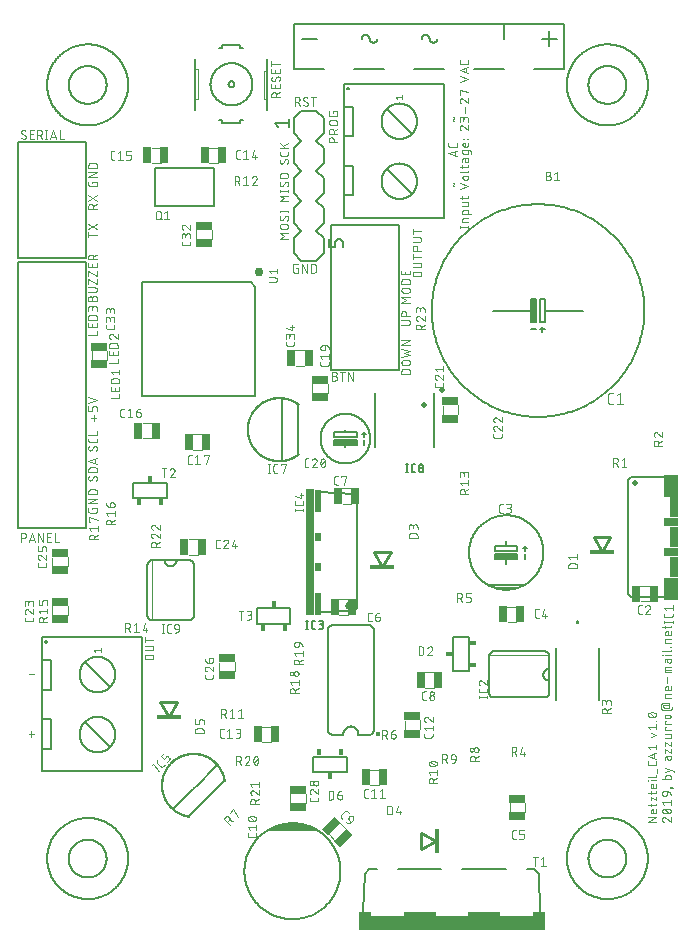
<source format=gbr>
G04 EAGLE Gerber X2 export*
%TF.Part,Single*%
%TF.FileFunction,Legend,Top,1*%
%TF.FilePolarity,Positive*%
%TF.GenerationSoftware,Autodesk,EAGLE,8.6.3*%
%TF.CreationDate,2019-07-12T16:31:34Z*%
G75*
%MOMM*%
%FSLAX34Y34*%
%LPD*%
%AMOC8*
5,1,8,0,0,1.08239X$1,22.5*%
G01*
%ADD10C,0.076200*%
%ADD11C,0.127000*%
%ADD12C,0.152400*%
%ADD13C,0.050800*%
%ADD14R,0.396800X1.905000*%
%ADD15C,0.101600*%
%ADD16R,0.750100X1.450100*%
%ADD17R,1.450100X0.750100*%
%ADD18R,1.905000X0.396800*%
%ADD19R,1.300000X0.100000*%
%ADD20R,1.850000X0.125000*%
%ADD21R,2.540000X0.092500*%
%ADD22R,1.905000X0.079400*%
%ADD23R,1.428800X0.079300*%
%ADD24R,2.857600X0.079400*%
%ADD25R,3.095600X0.079300*%
%ADD26C,0.254000*%
%ADD27R,2.100000X0.300000*%
%ADD28R,0.584200X0.457200*%
%ADD29R,0.300000X2.100000*%
%ADD30R,0.457200X0.584200*%
%ADD31C,0.508000*%
%ADD32R,1.270000X1.905000*%
%ADD33R,0.762000X1.778000*%
%ADD34R,1.270000X0.762000*%
%ADD35R,0.762000X10.668000*%
%ADD36R,0.508000X1.905000*%
%ADD37R,0.508000X0.762000*%
%ADD38C,0.012700*%
%ADD39C,0.203200*%
%ADD40R,15.748000X1.143000*%
%ADD41R,1.016000X0.381000*%
%ADD42R,2.667000X0.381000*%
%ADD43C,0.762000*%
%ADD44C,0.436994*%

G36*
X254110Y83523D02*
X254110Y83523D01*
X254219Y83542D01*
X254220Y83543D01*
X254221Y83543D01*
X254317Y83600D01*
X254413Y83656D01*
X254413Y83657D01*
X254414Y83657D01*
X254485Y83744D01*
X254554Y83830D01*
X254555Y83830D01*
X254555Y83831D01*
X254590Y83935D01*
X254627Y84042D01*
X254627Y84043D01*
X254627Y84044D01*
X254624Y84152D01*
X254621Y84266D01*
X254621Y84267D01*
X254621Y84268D01*
X254579Y84370D01*
X254537Y84474D01*
X254537Y84475D01*
X254536Y84476D01*
X254462Y84557D01*
X254387Y84640D01*
X254386Y84641D01*
X254385Y84642D01*
X254377Y84646D01*
X254223Y84731D01*
X241523Y89494D01*
X241503Y89497D01*
X241485Y89507D01*
X241311Y89533D01*
X241302Y89534D01*
X241301Y89534D01*
X241300Y89534D01*
X225425Y89534D01*
X225405Y89531D01*
X225386Y89533D01*
X225213Y89496D01*
X225204Y89495D01*
X225203Y89494D01*
X225202Y89494D01*
X212502Y84731D01*
X212409Y84676D01*
X212311Y84618D01*
X212310Y84617D01*
X212309Y84617D01*
X212240Y84531D01*
X212170Y84444D01*
X212169Y84443D01*
X212169Y84442D01*
X212132Y84332D01*
X212098Y84231D01*
X212098Y84230D01*
X212097Y84229D01*
X212101Y84114D01*
X212104Y84007D01*
X212105Y84006D01*
X212105Y84005D01*
X212148Y83899D01*
X212189Y83799D01*
X212189Y83798D01*
X212190Y83797D01*
X212264Y83717D01*
X212340Y83633D01*
X212341Y83633D01*
X212342Y83632D01*
X212436Y83584D01*
X212540Y83531D01*
X212541Y83531D01*
X212542Y83530D01*
X212550Y83529D01*
X212725Y83503D01*
X254000Y83503D01*
X254110Y83523D01*
G37*
D10*
X63789Y355671D02*
X63789Y356898D01*
X67882Y356898D01*
X67882Y354443D01*
X67880Y354365D01*
X67875Y354287D01*
X67865Y354210D01*
X67852Y354133D01*
X67836Y354057D01*
X67816Y353982D01*
X67792Y353908D01*
X67765Y353835D01*
X67734Y353763D01*
X67700Y353693D01*
X67663Y353625D01*
X67622Y353558D01*
X67578Y353493D01*
X67532Y353431D01*
X67482Y353371D01*
X67430Y353313D01*
X67375Y353258D01*
X67317Y353206D01*
X67257Y353156D01*
X67195Y353110D01*
X67130Y353066D01*
X67064Y353025D01*
X66995Y352988D01*
X66925Y352954D01*
X66853Y352923D01*
X66780Y352896D01*
X66706Y352872D01*
X66631Y352852D01*
X66555Y352836D01*
X66478Y352823D01*
X66401Y352813D01*
X66323Y352808D01*
X66245Y352806D01*
X62152Y352806D01*
X62072Y352808D01*
X61992Y352814D01*
X61912Y352824D01*
X61833Y352837D01*
X61754Y352855D01*
X61677Y352876D01*
X61601Y352902D01*
X61526Y352931D01*
X61452Y352963D01*
X61380Y352999D01*
X61310Y353039D01*
X61243Y353082D01*
X61177Y353128D01*
X61114Y353178D01*
X61053Y353230D01*
X60994Y353285D01*
X60939Y353344D01*
X60887Y353404D01*
X60837Y353468D01*
X60791Y353533D01*
X60748Y353601D01*
X60708Y353671D01*
X60672Y353743D01*
X60640Y353817D01*
X60611Y353891D01*
X60586Y353968D01*
X60564Y354045D01*
X60546Y354124D01*
X60533Y354203D01*
X60523Y354282D01*
X60517Y354363D01*
X60515Y354443D01*
X60516Y354443D02*
X60516Y356898D01*
X60516Y360609D02*
X67882Y360609D01*
X67882Y364701D02*
X60516Y360609D01*
X60516Y364701D02*
X67882Y364701D01*
X67882Y368412D02*
X60516Y368412D01*
X60516Y370458D01*
X60518Y370547D01*
X60524Y370636D01*
X60534Y370725D01*
X60547Y370813D01*
X60564Y370901D01*
X60586Y370988D01*
X60611Y371073D01*
X60639Y371158D01*
X60672Y371241D01*
X60708Y371323D01*
X60747Y371403D01*
X60790Y371481D01*
X60836Y371557D01*
X60886Y371632D01*
X60939Y371704D01*
X60995Y371773D01*
X61054Y371840D01*
X61115Y371905D01*
X61180Y371966D01*
X61247Y372025D01*
X61316Y372081D01*
X61388Y372134D01*
X61463Y372184D01*
X61539Y372230D01*
X61617Y372273D01*
X61697Y372312D01*
X61779Y372348D01*
X61862Y372381D01*
X61947Y372409D01*
X62032Y372434D01*
X62119Y372456D01*
X62207Y372473D01*
X62295Y372486D01*
X62384Y372496D01*
X62473Y372502D01*
X62562Y372504D01*
X65835Y372504D01*
X65924Y372502D01*
X66013Y372496D01*
X66102Y372486D01*
X66190Y372473D01*
X66278Y372456D01*
X66365Y372434D01*
X66450Y372409D01*
X66535Y372381D01*
X66618Y372348D01*
X66700Y372312D01*
X66780Y372273D01*
X66858Y372230D01*
X66934Y372184D01*
X67009Y372134D01*
X67081Y372081D01*
X67150Y372025D01*
X67217Y371966D01*
X67282Y371905D01*
X67343Y371840D01*
X67402Y371773D01*
X67458Y371704D01*
X67511Y371632D01*
X67561Y371557D01*
X67607Y371481D01*
X67650Y371403D01*
X67689Y371323D01*
X67725Y371241D01*
X67758Y371158D01*
X67786Y371073D01*
X67811Y370988D01*
X67833Y370901D01*
X67850Y370813D01*
X67863Y370725D01*
X67873Y370636D01*
X67879Y370547D01*
X67881Y370458D01*
X67882Y370458D02*
X67882Y368412D01*
X67882Y382249D02*
X67880Y382327D01*
X67875Y382405D01*
X67865Y382482D01*
X67852Y382559D01*
X67836Y382635D01*
X67816Y382710D01*
X67792Y382784D01*
X67765Y382857D01*
X67734Y382929D01*
X67700Y382999D01*
X67663Y383068D01*
X67622Y383134D01*
X67578Y383199D01*
X67532Y383261D01*
X67482Y383321D01*
X67430Y383379D01*
X67375Y383434D01*
X67317Y383486D01*
X67257Y383536D01*
X67195Y383582D01*
X67130Y383626D01*
X67064Y383667D01*
X66995Y383704D01*
X66925Y383738D01*
X66853Y383769D01*
X66780Y383796D01*
X66706Y383820D01*
X66631Y383840D01*
X66555Y383856D01*
X66478Y383869D01*
X66401Y383879D01*
X66323Y383884D01*
X66245Y383886D01*
X67882Y382249D02*
X67880Y382135D01*
X67875Y382022D01*
X67865Y381908D01*
X67852Y381795D01*
X67835Y381683D01*
X67815Y381571D01*
X67791Y381460D01*
X67763Y381349D01*
X67732Y381240D01*
X67697Y381132D01*
X67658Y381025D01*
X67616Y380919D01*
X67571Y380815D01*
X67522Y380712D01*
X67469Y380611D01*
X67414Y380512D01*
X67355Y380414D01*
X67293Y380319D01*
X67228Y380226D01*
X67160Y380134D01*
X67089Y380046D01*
X67015Y379959D01*
X66938Y379875D01*
X66859Y379794D01*
X62152Y379998D02*
X62074Y380000D01*
X61996Y380005D01*
X61919Y380015D01*
X61842Y380028D01*
X61766Y380044D01*
X61691Y380064D01*
X61617Y380088D01*
X61544Y380115D01*
X61472Y380146D01*
X61402Y380180D01*
X61334Y380217D01*
X61267Y380258D01*
X61202Y380302D01*
X61140Y380348D01*
X61080Y380398D01*
X61022Y380450D01*
X60967Y380505D01*
X60915Y380563D01*
X60865Y380623D01*
X60819Y380685D01*
X60775Y380750D01*
X60734Y380817D01*
X60697Y380885D01*
X60663Y380955D01*
X60632Y381027D01*
X60605Y381100D01*
X60581Y381174D01*
X60561Y381249D01*
X60545Y381325D01*
X60532Y381402D01*
X60522Y381479D01*
X60517Y381557D01*
X60515Y381635D01*
X60516Y381635D02*
X60518Y381745D01*
X60524Y381854D01*
X60534Y381964D01*
X60547Y382072D01*
X60565Y382181D01*
X60586Y382288D01*
X60612Y382395D01*
X60641Y382501D01*
X60673Y382606D01*
X60710Y382709D01*
X60750Y382811D01*
X60794Y382912D01*
X60842Y383011D01*
X60892Y383108D01*
X60947Y383203D01*
X61005Y383296D01*
X61066Y383387D01*
X61130Y383476D01*
X63584Y380817D02*
X63542Y380751D01*
X63498Y380686D01*
X63450Y380624D01*
X63400Y380564D01*
X63347Y380506D01*
X63291Y380451D01*
X63233Y380398D01*
X63172Y380349D01*
X63109Y380302D01*
X63044Y380258D01*
X62977Y380218D01*
X62908Y380181D01*
X62837Y380147D01*
X62765Y380116D01*
X62691Y380089D01*
X62616Y380065D01*
X62541Y380045D01*
X62464Y380029D01*
X62387Y380016D01*
X62309Y380006D01*
X62230Y380001D01*
X62152Y379999D01*
X64812Y383067D02*
X64854Y383134D01*
X64898Y383199D01*
X64946Y383261D01*
X64996Y383321D01*
X65049Y383379D01*
X65105Y383434D01*
X65164Y383486D01*
X65224Y383536D01*
X65288Y383583D01*
X65353Y383626D01*
X65420Y383667D01*
X65489Y383704D01*
X65560Y383738D01*
X65632Y383769D01*
X65706Y383796D01*
X65780Y383820D01*
X65856Y383840D01*
X65933Y383856D01*
X66010Y383869D01*
X66088Y383879D01*
X66167Y383884D01*
X66245Y383886D01*
X64812Y383067D02*
X63585Y380817D01*
X60516Y387109D02*
X67882Y387109D01*
X60516Y387109D02*
X60516Y389155D01*
X60518Y389244D01*
X60524Y389333D01*
X60534Y389422D01*
X60547Y389510D01*
X60564Y389598D01*
X60586Y389685D01*
X60611Y389770D01*
X60639Y389855D01*
X60672Y389938D01*
X60708Y390020D01*
X60747Y390100D01*
X60790Y390178D01*
X60836Y390254D01*
X60886Y390329D01*
X60939Y390401D01*
X60995Y390470D01*
X61054Y390537D01*
X61115Y390602D01*
X61180Y390663D01*
X61247Y390722D01*
X61316Y390778D01*
X61388Y390831D01*
X61463Y390881D01*
X61539Y390927D01*
X61617Y390970D01*
X61697Y391009D01*
X61779Y391045D01*
X61862Y391078D01*
X61947Y391106D01*
X62032Y391131D01*
X62119Y391153D01*
X62207Y391170D01*
X62295Y391183D01*
X62384Y391193D01*
X62473Y391199D01*
X62562Y391201D01*
X65835Y391201D01*
X65924Y391199D01*
X66013Y391193D01*
X66102Y391183D01*
X66190Y391170D01*
X66278Y391153D01*
X66365Y391131D01*
X66450Y391106D01*
X66535Y391078D01*
X66618Y391045D01*
X66700Y391009D01*
X66780Y390970D01*
X66858Y390927D01*
X66934Y390881D01*
X67009Y390831D01*
X67081Y390778D01*
X67150Y390722D01*
X67217Y390663D01*
X67282Y390602D01*
X67343Y390537D01*
X67402Y390470D01*
X67458Y390401D01*
X67511Y390329D01*
X67561Y390254D01*
X67607Y390178D01*
X67650Y390100D01*
X67689Y390020D01*
X67725Y389938D01*
X67758Y389855D01*
X67786Y389770D01*
X67811Y389685D01*
X67833Y389598D01*
X67850Y389510D01*
X67863Y389422D01*
X67873Y389333D01*
X67879Y389244D01*
X67881Y389155D01*
X67882Y389155D02*
X67882Y387109D01*
X67882Y394258D02*
X60516Y396714D01*
X67882Y399169D01*
X66040Y398555D02*
X66040Y394872D01*
X67882Y407649D02*
X67880Y407727D01*
X67875Y407805D01*
X67865Y407882D01*
X67852Y407959D01*
X67836Y408035D01*
X67816Y408110D01*
X67792Y408184D01*
X67765Y408257D01*
X67734Y408329D01*
X67700Y408399D01*
X67663Y408468D01*
X67622Y408534D01*
X67578Y408599D01*
X67532Y408661D01*
X67482Y408721D01*
X67430Y408779D01*
X67375Y408834D01*
X67317Y408886D01*
X67257Y408936D01*
X67195Y408982D01*
X67130Y409026D01*
X67064Y409067D01*
X66995Y409104D01*
X66925Y409138D01*
X66853Y409169D01*
X66780Y409196D01*
X66706Y409220D01*
X66631Y409240D01*
X66555Y409256D01*
X66478Y409269D01*
X66401Y409279D01*
X66323Y409284D01*
X66245Y409286D01*
X67882Y407649D02*
X67880Y407535D01*
X67875Y407422D01*
X67865Y407308D01*
X67852Y407195D01*
X67835Y407083D01*
X67815Y406971D01*
X67791Y406860D01*
X67763Y406749D01*
X67732Y406640D01*
X67697Y406532D01*
X67658Y406425D01*
X67616Y406319D01*
X67571Y406215D01*
X67522Y406112D01*
X67469Y406011D01*
X67414Y405912D01*
X67355Y405814D01*
X67293Y405719D01*
X67228Y405626D01*
X67160Y405534D01*
X67089Y405446D01*
X67015Y405359D01*
X66938Y405275D01*
X66859Y405194D01*
X62152Y405398D02*
X62074Y405400D01*
X61996Y405405D01*
X61919Y405415D01*
X61842Y405428D01*
X61766Y405444D01*
X61691Y405464D01*
X61617Y405488D01*
X61544Y405515D01*
X61472Y405546D01*
X61402Y405580D01*
X61334Y405617D01*
X61267Y405658D01*
X61202Y405702D01*
X61140Y405748D01*
X61080Y405798D01*
X61022Y405850D01*
X60967Y405905D01*
X60915Y405963D01*
X60865Y406023D01*
X60819Y406085D01*
X60775Y406150D01*
X60734Y406217D01*
X60697Y406285D01*
X60663Y406355D01*
X60632Y406427D01*
X60605Y406500D01*
X60581Y406574D01*
X60561Y406649D01*
X60545Y406725D01*
X60532Y406802D01*
X60522Y406879D01*
X60517Y406957D01*
X60515Y407035D01*
X60516Y407035D02*
X60518Y407145D01*
X60524Y407254D01*
X60534Y407364D01*
X60547Y407472D01*
X60565Y407581D01*
X60586Y407688D01*
X60612Y407795D01*
X60641Y407901D01*
X60673Y408006D01*
X60710Y408109D01*
X60750Y408211D01*
X60794Y408312D01*
X60842Y408411D01*
X60892Y408508D01*
X60947Y408603D01*
X61005Y408696D01*
X61066Y408787D01*
X61130Y408876D01*
X63584Y406217D02*
X63542Y406151D01*
X63498Y406086D01*
X63450Y406024D01*
X63400Y405964D01*
X63347Y405906D01*
X63291Y405851D01*
X63233Y405798D01*
X63172Y405749D01*
X63109Y405702D01*
X63044Y405658D01*
X62977Y405618D01*
X62908Y405581D01*
X62837Y405547D01*
X62765Y405516D01*
X62691Y405489D01*
X62616Y405465D01*
X62541Y405445D01*
X62464Y405429D01*
X62387Y405416D01*
X62309Y405406D01*
X62230Y405401D01*
X62152Y405399D01*
X64812Y408467D02*
X64854Y408534D01*
X64898Y408599D01*
X64946Y408661D01*
X64996Y408721D01*
X65049Y408779D01*
X65105Y408834D01*
X65164Y408886D01*
X65224Y408936D01*
X65288Y408983D01*
X65353Y409026D01*
X65420Y409067D01*
X65489Y409104D01*
X65560Y409138D01*
X65632Y409169D01*
X65706Y409196D01*
X65780Y409220D01*
X65856Y409240D01*
X65933Y409256D01*
X66010Y409269D01*
X66088Y409279D01*
X66167Y409284D01*
X66245Y409286D01*
X64812Y408467D02*
X63585Y406217D01*
X67882Y413879D02*
X67882Y415516D01*
X67882Y413879D02*
X67880Y413801D01*
X67875Y413723D01*
X67865Y413646D01*
X67852Y413569D01*
X67836Y413493D01*
X67816Y413418D01*
X67792Y413344D01*
X67765Y413271D01*
X67734Y413199D01*
X67700Y413129D01*
X67663Y413061D01*
X67622Y412994D01*
X67578Y412929D01*
X67532Y412867D01*
X67482Y412807D01*
X67430Y412749D01*
X67375Y412694D01*
X67317Y412642D01*
X67257Y412592D01*
X67195Y412546D01*
X67130Y412502D01*
X67064Y412461D01*
X66995Y412424D01*
X66925Y412390D01*
X66853Y412359D01*
X66780Y412332D01*
X66706Y412308D01*
X66631Y412288D01*
X66555Y412272D01*
X66478Y412259D01*
X66401Y412249D01*
X66323Y412244D01*
X66245Y412242D01*
X62152Y412242D01*
X62072Y412244D01*
X61992Y412250D01*
X61912Y412260D01*
X61833Y412273D01*
X61754Y412291D01*
X61677Y412312D01*
X61601Y412338D01*
X61526Y412367D01*
X61452Y412399D01*
X61380Y412435D01*
X61310Y412475D01*
X61243Y412518D01*
X61177Y412564D01*
X61114Y412614D01*
X61053Y412666D01*
X60994Y412721D01*
X60939Y412780D01*
X60887Y412840D01*
X60837Y412904D01*
X60791Y412969D01*
X60748Y413037D01*
X60708Y413107D01*
X60672Y413179D01*
X60640Y413253D01*
X60611Y413327D01*
X60586Y413404D01*
X60564Y413481D01*
X60546Y413560D01*
X60533Y413639D01*
X60523Y413718D01*
X60517Y413799D01*
X60515Y413879D01*
X60516Y413879D02*
X60516Y415516D01*
X60516Y418620D02*
X67882Y418620D01*
X67882Y421894D01*
X65017Y430594D02*
X65017Y435504D01*
X67472Y433049D02*
X62562Y433049D01*
X67882Y438806D02*
X67882Y441261D01*
X67880Y441339D01*
X67875Y441417D01*
X67865Y441494D01*
X67852Y441571D01*
X67836Y441647D01*
X67816Y441722D01*
X67792Y441796D01*
X67765Y441869D01*
X67734Y441941D01*
X67700Y442011D01*
X67663Y442080D01*
X67622Y442146D01*
X67578Y442211D01*
X67532Y442273D01*
X67482Y442333D01*
X67430Y442391D01*
X67375Y442446D01*
X67317Y442498D01*
X67257Y442548D01*
X67195Y442594D01*
X67130Y442638D01*
X67064Y442679D01*
X66995Y442716D01*
X66925Y442750D01*
X66853Y442781D01*
X66780Y442808D01*
X66706Y442832D01*
X66631Y442852D01*
X66555Y442868D01*
X66478Y442881D01*
X66401Y442891D01*
X66323Y442896D01*
X66245Y442898D01*
X65426Y442898D01*
X65346Y442896D01*
X65266Y442890D01*
X65186Y442880D01*
X65107Y442867D01*
X65028Y442849D01*
X64951Y442828D01*
X64875Y442802D01*
X64800Y442773D01*
X64726Y442741D01*
X64654Y442705D01*
X64584Y442665D01*
X64517Y442622D01*
X64451Y442576D01*
X64388Y442526D01*
X64327Y442474D01*
X64268Y442419D01*
X64213Y442360D01*
X64161Y442300D01*
X64111Y442236D01*
X64065Y442170D01*
X64022Y442103D01*
X63982Y442033D01*
X63946Y441961D01*
X63914Y441887D01*
X63885Y441813D01*
X63859Y441736D01*
X63838Y441659D01*
X63820Y441580D01*
X63807Y441501D01*
X63797Y441421D01*
X63791Y441341D01*
X63789Y441261D01*
X63789Y438806D01*
X60516Y438806D01*
X60516Y442898D01*
X60516Y445712D02*
X67882Y448167D01*
X60516Y450622D01*
X79566Y449644D02*
X86932Y449644D01*
X86932Y452917D01*
X86932Y455983D02*
X86932Y459257D01*
X86932Y455983D02*
X79566Y455983D01*
X79566Y459257D01*
X82839Y458439D02*
X82839Y455983D01*
X79566Y462307D02*
X86932Y462307D01*
X79566Y462307D02*
X79566Y464354D01*
X79568Y464443D01*
X79574Y464532D01*
X79584Y464621D01*
X79597Y464709D01*
X79614Y464797D01*
X79636Y464884D01*
X79661Y464969D01*
X79689Y465054D01*
X79722Y465137D01*
X79758Y465219D01*
X79797Y465299D01*
X79840Y465377D01*
X79886Y465453D01*
X79936Y465528D01*
X79989Y465600D01*
X80045Y465669D01*
X80104Y465736D01*
X80165Y465801D01*
X80230Y465862D01*
X80297Y465921D01*
X80366Y465977D01*
X80438Y466030D01*
X80513Y466080D01*
X80589Y466126D01*
X80667Y466169D01*
X80747Y466208D01*
X80829Y466244D01*
X80912Y466277D01*
X80997Y466305D01*
X81082Y466330D01*
X81169Y466352D01*
X81257Y466369D01*
X81345Y466382D01*
X81434Y466392D01*
X81523Y466398D01*
X81612Y466400D01*
X84885Y466400D01*
X84974Y466398D01*
X85063Y466392D01*
X85152Y466382D01*
X85240Y466369D01*
X85328Y466352D01*
X85415Y466330D01*
X85500Y466305D01*
X85585Y466277D01*
X85668Y466244D01*
X85750Y466208D01*
X85830Y466169D01*
X85908Y466126D01*
X85984Y466080D01*
X86059Y466030D01*
X86131Y465977D01*
X86200Y465921D01*
X86267Y465862D01*
X86332Y465801D01*
X86393Y465736D01*
X86452Y465669D01*
X86508Y465600D01*
X86561Y465528D01*
X86611Y465453D01*
X86657Y465377D01*
X86700Y465299D01*
X86739Y465219D01*
X86775Y465137D01*
X86808Y465054D01*
X86836Y464969D01*
X86861Y464884D01*
X86883Y464797D01*
X86900Y464709D01*
X86913Y464621D01*
X86923Y464532D01*
X86929Y464443D01*
X86931Y464354D01*
X86932Y464354D02*
X86932Y462307D01*
X81202Y469866D02*
X79566Y471913D01*
X86932Y471913D01*
X86932Y473959D02*
X86932Y469866D01*
X85344Y479806D02*
X77978Y479806D01*
X85344Y479806D02*
X85344Y483080D01*
X85344Y486146D02*
X85344Y489420D01*
X85344Y486146D02*
X77978Y486146D01*
X77978Y489420D01*
X81252Y488601D02*
X81252Y486146D01*
X77978Y492470D02*
X85344Y492470D01*
X77978Y492470D02*
X77978Y494516D01*
X77980Y494605D01*
X77986Y494694D01*
X77996Y494783D01*
X78009Y494871D01*
X78026Y494959D01*
X78048Y495046D01*
X78073Y495131D01*
X78101Y495216D01*
X78134Y495299D01*
X78170Y495381D01*
X78209Y495461D01*
X78252Y495539D01*
X78298Y495615D01*
X78348Y495690D01*
X78401Y495762D01*
X78457Y495831D01*
X78516Y495898D01*
X78577Y495963D01*
X78642Y496024D01*
X78709Y496083D01*
X78778Y496139D01*
X78850Y496192D01*
X78925Y496242D01*
X79001Y496288D01*
X79079Y496331D01*
X79159Y496370D01*
X79241Y496406D01*
X79324Y496439D01*
X79409Y496467D01*
X79494Y496492D01*
X79581Y496514D01*
X79669Y496531D01*
X79757Y496544D01*
X79846Y496554D01*
X79935Y496560D01*
X80024Y496562D01*
X83298Y496562D01*
X83387Y496560D01*
X83476Y496554D01*
X83565Y496544D01*
X83653Y496531D01*
X83741Y496514D01*
X83828Y496492D01*
X83913Y496467D01*
X83998Y496439D01*
X84081Y496406D01*
X84163Y496370D01*
X84243Y496331D01*
X84321Y496288D01*
X84397Y496242D01*
X84472Y496192D01*
X84544Y496139D01*
X84613Y496083D01*
X84680Y496024D01*
X84745Y495963D01*
X84806Y495898D01*
X84865Y495831D01*
X84921Y495762D01*
X84974Y495690D01*
X85024Y495615D01*
X85070Y495539D01*
X85113Y495461D01*
X85152Y495381D01*
X85188Y495299D01*
X85221Y495216D01*
X85249Y495131D01*
X85274Y495046D01*
X85296Y494959D01*
X85313Y494871D01*
X85326Y494783D01*
X85336Y494694D01*
X85342Y494605D01*
X85344Y494516D01*
X85344Y492470D01*
X77978Y502280D02*
X77980Y502365D01*
X77986Y502450D01*
X77996Y502534D01*
X78009Y502618D01*
X78027Y502702D01*
X78048Y502784D01*
X78073Y502865D01*
X78102Y502945D01*
X78135Y503024D01*
X78171Y503101D01*
X78211Y503176D01*
X78254Y503250D01*
X78300Y503321D01*
X78350Y503390D01*
X78403Y503457D01*
X78459Y503521D01*
X78518Y503582D01*
X78579Y503641D01*
X78643Y503697D01*
X78710Y503750D01*
X78779Y503800D01*
X78850Y503846D01*
X78924Y503889D01*
X78999Y503929D01*
X79076Y503965D01*
X79155Y503998D01*
X79235Y504027D01*
X79316Y504052D01*
X79398Y504073D01*
X79482Y504091D01*
X79566Y504104D01*
X79650Y504114D01*
X79735Y504120D01*
X79820Y504122D01*
X77978Y502280D02*
X77980Y502184D01*
X77986Y502088D01*
X77996Y501993D01*
X78009Y501898D01*
X78027Y501803D01*
X78048Y501710D01*
X78073Y501617D01*
X78102Y501526D01*
X78134Y501435D01*
X78170Y501346D01*
X78210Y501259D01*
X78253Y501173D01*
X78299Y501089D01*
X78349Y501007D01*
X78403Y500927D01*
X78459Y500850D01*
X78519Y500775D01*
X78581Y500702D01*
X78647Y500632D01*
X78715Y500564D01*
X78786Y500499D01*
X78859Y500438D01*
X78935Y500379D01*
X79014Y500323D01*
X79094Y500271D01*
X79177Y500222D01*
X79261Y500176D01*
X79347Y500134D01*
X79435Y500096D01*
X79524Y500061D01*
X79615Y500029D01*
X81252Y503507D02*
X81193Y503567D01*
X81131Y503624D01*
X81067Y503679D01*
X81000Y503730D01*
X80931Y503779D01*
X80861Y503825D01*
X80788Y503868D01*
X80714Y503908D01*
X80638Y503944D01*
X80560Y503977D01*
X80481Y504007D01*
X80401Y504034D01*
X80320Y504057D01*
X80238Y504076D01*
X80156Y504092D01*
X80072Y504105D01*
X79988Y504114D01*
X79904Y504119D01*
X79820Y504121D01*
X81252Y503507D02*
X85344Y500029D01*
X85344Y504121D01*
X67882Y503619D02*
X60516Y503619D01*
X67882Y503619D02*
X67882Y506892D01*
X67882Y509958D02*
X67882Y513232D01*
X67882Y509958D02*
X60516Y509958D01*
X60516Y513232D01*
X63789Y512414D02*
X63789Y509958D01*
X60516Y516282D02*
X67882Y516282D01*
X60516Y516282D02*
X60516Y518329D01*
X60518Y518418D01*
X60524Y518507D01*
X60534Y518596D01*
X60547Y518684D01*
X60564Y518772D01*
X60586Y518859D01*
X60611Y518944D01*
X60639Y519029D01*
X60672Y519112D01*
X60708Y519194D01*
X60747Y519274D01*
X60790Y519352D01*
X60836Y519428D01*
X60886Y519503D01*
X60939Y519575D01*
X60995Y519644D01*
X61054Y519711D01*
X61115Y519776D01*
X61180Y519837D01*
X61247Y519896D01*
X61316Y519952D01*
X61388Y520005D01*
X61463Y520055D01*
X61539Y520101D01*
X61617Y520144D01*
X61697Y520183D01*
X61779Y520219D01*
X61862Y520252D01*
X61947Y520280D01*
X62032Y520305D01*
X62119Y520327D01*
X62207Y520344D01*
X62295Y520357D01*
X62384Y520367D01*
X62473Y520373D01*
X62562Y520375D01*
X65835Y520375D01*
X65924Y520373D01*
X66013Y520367D01*
X66102Y520357D01*
X66190Y520344D01*
X66278Y520327D01*
X66365Y520305D01*
X66450Y520280D01*
X66535Y520252D01*
X66618Y520219D01*
X66700Y520183D01*
X66780Y520144D01*
X66858Y520101D01*
X66934Y520055D01*
X67009Y520005D01*
X67081Y519952D01*
X67150Y519896D01*
X67217Y519837D01*
X67282Y519776D01*
X67343Y519711D01*
X67402Y519644D01*
X67458Y519575D01*
X67511Y519503D01*
X67561Y519428D01*
X67607Y519352D01*
X67650Y519274D01*
X67689Y519194D01*
X67725Y519112D01*
X67758Y519029D01*
X67786Y518944D01*
X67811Y518859D01*
X67833Y518772D01*
X67850Y518684D01*
X67863Y518596D01*
X67873Y518507D01*
X67879Y518418D01*
X67881Y518329D01*
X67882Y518329D02*
X67882Y516282D01*
X67882Y523841D02*
X67882Y525888D01*
X67881Y525888D02*
X67879Y525977D01*
X67873Y526066D01*
X67863Y526155D01*
X67850Y526243D01*
X67833Y526331D01*
X67811Y526418D01*
X67786Y526503D01*
X67758Y526588D01*
X67725Y526671D01*
X67689Y526753D01*
X67650Y526833D01*
X67607Y526911D01*
X67561Y526987D01*
X67511Y527062D01*
X67458Y527134D01*
X67402Y527203D01*
X67343Y527270D01*
X67282Y527335D01*
X67217Y527396D01*
X67150Y527455D01*
X67081Y527511D01*
X67009Y527564D01*
X66934Y527614D01*
X66858Y527660D01*
X66780Y527703D01*
X66700Y527742D01*
X66618Y527778D01*
X66535Y527811D01*
X66450Y527839D01*
X66365Y527864D01*
X66278Y527886D01*
X66190Y527903D01*
X66102Y527916D01*
X66013Y527926D01*
X65924Y527932D01*
X65835Y527934D01*
X65746Y527932D01*
X65657Y527926D01*
X65568Y527916D01*
X65480Y527903D01*
X65392Y527886D01*
X65305Y527864D01*
X65220Y527839D01*
X65135Y527811D01*
X65052Y527778D01*
X64970Y527742D01*
X64890Y527703D01*
X64812Y527660D01*
X64736Y527614D01*
X64661Y527564D01*
X64589Y527511D01*
X64520Y527455D01*
X64453Y527396D01*
X64388Y527335D01*
X64327Y527270D01*
X64268Y527203D01*
X64212Y527134D01*
X64159Y527062D01*
X64109Y526987D01*
X64063Y526911D01*
X64020Y526833D01*
X63981Y526753D01*
X63945Y526671D01*
X63912Y526588D01*
X63884Y526503D01*
X63859Y526418D01*
X63837Y526331D01*
X63820Y526243D01*
X63807Y526155D01*
X63797Y526066D01*
X63791Y525977D01*
X63789Y525888D01*
X60516Y526297D02*
X60516Y523841D01*
X60515Y526297D02*
X60517Y526376D01*
X60523Y526455D01*
X60532Y526534D01*
X60545Y526612D01*
X60563Y526689D01*
X60583Y526765D01*
X60608Y526840D01*
X60636Y526914D01*
X60667Y526987D01*
X60703Y527058D01*
X60741Y527127D01*
X60783Y527194D01*
X60828Y527259D01*
X60876Y527322D01*
X60927Y527383D01*
X60981Y527440D01*
X61037Y527496D01*
X61096Y527548D01*
X61158Y527598D01*
X61222Y527644D01*
X61288Y527688D01*
X61356Y527728D01*
X61426Y527764D01*
X61498Y527798D01*
X61572Y527828D01*
X61646Y527854D01*
X61722Y527877D01*
X61799Y527895D01*
X61876Y527911D01*
X61955Y527922D01*
X62033Y527930D01*
X62112Y527934D01*
X62192Y527934D01*
X62271Y527930D01*
X62349Y527922D01*
X62428Y527911D01*
X62505Y527895D01*
X62582Y527877D01*
X62658Y527854D01*
X62732Y527828D01*
X62806Y527798D01*
X62878Y527764D01*
X62948Y527728D01*
X63016Y527688D01*
X63082Y527644D01*
X63146Y527598D01*
X63208Y527548D01*
X63267Y527496D01*
X63323Y527440D01*
X63377Y527383D01*
X63428Y527322D01*
X63476Y527259D01*
X63521Y527194D01*
X63563Y527127D01*
X63601Y527058D01*
X63637Y526987D01*
X63668Y526914D01*
X63696Y526840D01*
X63721Y526765D01*
X63741Y526689D01*
X63759Y526612D01*
X63772Y526534D01*
X63781Y526455D01*
X63787Y526376D01*
X63789Y526297D01*
X63789Y524660D01*
X63789Y532194D02*
X63789Y534240D01*
X63791Y534329D01*
X63797Y534418D01*
X63807Y534507D01*
X63820Y534595D01*
X63837Y534683D01*
X63859Y534770D01*
X63884Y534855D01*
X63912Y534940D01*
X63945Y535023D01*
X63981Y535105D01*
X64020Y535185D01*
X64063Y535263D01*
X64109Y535339D01*
X64159Y535414D01*
X64212Y535486D01*
X64268Y535555D01*
X64327Y535622D01*
X64388Y535687D01*
X64453Y535748D01*
X64520Y535807D01*
X64589Y535863D01*
X64661Y535916D01*
X64736Y535966D01*
X64812Y536012D01*
X64890Y536055D01*
X64970Y536094D01*
X65052Y536130D01*
X65135Y536163D01*
X65220Y536191D01*
X65305Y536216D01*
X65392Y536238D01*
X65480Y536255D01*
X65568Y536268D01*
X65657Y536278D01*
X65746Y536284D01*
X65835Y536286D01*
X65924Y536284D01*
X66013Y536278D01*
X66102Y536268D01*
X66190Y536255D01*
X66278Y536238D01*
X66365Y536216D01*
X66450Y536191D01*
X66535Y536163D01*
X66618Y536130D01*
X66700Y536094D01*
X66780Y536055D01*
X66858Y536012D01*
X66934Y535966D01*
X67009Y535916D01*
X67081Y535863D01*
X67150Y535807D01*
X67217Y535748D01*
X67282Y535687D01*
X67343Y535622D01*
X67402Y535555D01*
X67458Y535486D01*
X67511Y535414D01*
X67561Y535339D01*
X67607Y535263D01*
X67650Y535185D01*
X67689Y535105D01*
X67725Y535023D01*
X67758Y534940D01*
X67786Y534855D01*
X67811Y534770D01*
X67833Y534683D01*
X67850Y534595D01*
X67863Y534507D01*
X67873Y534418D01*
X67879Y534329D01*
X67881Y534240D01*
X67882Y534240D02*
X67882Y532194D01*
X60516Y532194D01*
X60516Y534240D01*
X60515Y534240D02*
X60517Y534319D01*
X60523Y534398D01*
X60532Y534477D01*
X60545Y534555D01*
X60563Y534632D01*
X60583Y534708D01*
X60608Y534783D01*
X60636Y534857D01*
X60667Y534930D01*
X60703Y535001D01*
X60741Y535070D01*
X60783Y535137D01*
X60828Y535202D01*
X60876Y535265D01*
X60927Y535326D01*
X60981Y535383D01*
X61037Y535439D01*
X61096Y535491D01*
X61158Y535541D01*
X61222Y535587D01*
X61288Y535631D01*
X61356Y535671D01*
X61426Y535707D01*
X61498Y535741D01*
X61572Y535771D01*
X61646Y535797D01*
X61722Y535820D01*
X61799Y535838D01*
X61876Y535854D01*
X61955Y535865D01*
X62033Y535873D01*
X62112Y535877D01*
X62192Y535877D01*
X62271Y535873D01*
X62349Y535865D01*
X62428Y535854D01*
X62505Y535838D01*
X62582Y535820D01*
X62658Y535797D01*
X62732Y535771D01*
X62806Y535741D01*
X62878Y535707D01*
X62948Y535671D01*
X63016Y535631D01*
X63082Y535587D01*
X63146Y535541D01*
X63208Y535491D01*
X63267Y535439D01*
X63323Y535383D01*
X63377Y535326D01*
X63428Y535265D01*
X63476Y535202D01*
X63521Y535137D01*
X63563Y535070D01*
X63601Y535001D01*
X63637Y534930D01*
X63668Y534857D01*
X63696Y534783D01*
X63721Y534708D01*
X63741Y534632D01*
X63759Y534555D01*
X63772Y534477D01*
X63781Y534398D01*
X63787Y534319D01*
X63789Y534240D01*
X65835Y539391D02*
X60516Y539391D01*
X65835Y539391D02*
X65924Y539393D01*
X66013Y539399D01*
X66102Y539409D01*
X66190Y539422D01*
X66278Y539439D01*
X66365Y539461D01*
X66450Y539486D01*
X66535Y539514D01*
X66618Y539547D01*
X66700Y539583D01*
X66780Y539622D01*
X66858Y539665D01*
X66934Y539711D01*
X67009Y539761D01*
X67081Y539814D01*
X67150Y539870D01*
X67217Y539929D01*
X67282Y539990D01*
X67343Y540055D01*
X67402Y540122D01*
X67458Y540191D01*
X67511Y540263D01*
X67561Y540338D01*
X67607Y540414D01*
X67650Y540492D01*
X67689Y540572D01*
X67725Y540654D01*
X67758Y540737D01*
X67786Y540822D01*
X67811Y540907D01*
X67833Y540994D01*
X67850Y541082D01*
X67863Y541170D01*
X67873Y541259D01*
X67879Y541348D01*
X67881Y541437D01*
X67879Y541526D01*
X67873Y541615D01*
X67863Y541704D01*
X67850Y541792D01*
X67833Y541880D01*
X67811Y541967D01*
X67786Y542052D01*
X67758Y542137D01*
X67725Y542220D01*
X67689Y542302D01*
X67650Y542382D01*
X67607Y542460D01*
X67561Y542536D01*
X67511Y542611D01*
X67458Y542683D01*
X67402Y542752D01*
X67343Y542819D01*
X67282Y542884D01*
X67217Y542945D01*
X67150Y543004D01*
X67081Y543060D01*
X67009Y543113D01*
X66934Y543163D01*
X66858Y543209D01*
X66780Y543252D01*
X66700Y543291D01*
X66618Y543327D01*
X66535Y543360D01*
X66450Y543388D01*
X66365Y543413D01*
X66278Y543435D01*
X66190Y543452D01*
X66102Y543465D01*
X66013Y543475D01*
X65924Y543481D01*
X65835Y543483D01*
X60516Y543483D01*
X60516Y546706D02*
X60516Y550798D01*
X67882Y546706D01*
X67882Y550798D01*
X60516Y553534D02*
X60516Y557626D01*
X67882Y553534D01*
X67882Y557626D01*
X67882Y560865D02*
X67882Y564138D01*
X67882Y560865D02*
X60516Y560865D01*
X60516Y564138D01*
X63789Y563320D02*
X63789Y560865D01*
X60516Y567240D02*
X67882Y567240D01*
X60516Y567240D02*
X60516Y569286D01*
X60518Y569375D01*
X60524Y569464D01*
X60534Y569553D01*
X60547Y569641D01*
X60564Y569729D01*
X60586Y569816D01*
X60611Y569901D01*
X60639Y569986D01*
X60672Y570069D01*
X60708Y570151D01*
X60747Y570231D01*
X60790Y570309D01*
X60836Y570385D01*
X60886Y570460D01*
X60939Y570532D01*
X60995Y570601D01*
X61054Y570668D01*
X61115Y570733D01*
X61180Y570794D01*
X61247Y570853D01*
X61316Y570909D01*
X61388Y570962D01*
X61463Y571012D01*
X61539Y571058D01*
X61617Y571101D01*
X61697Y571140D01*
X61779Y571176D01*
X61862Y571209D01*
X61947Y571237D01*
X62032Y571262D01*
X62119Y571284D01*
X62207Y571301D01*
X62295Y571314D01*
X62384Y571324D01*
X62473Y571330D01*
X62562Y571332D01*
X62651Y571330D01*
X62740Y571324D01*
X62829Y571314D01*
X62917Y571301D01*
X63005Y571284D01*
X63092Y571262D01*
X63177Y571237D01*
X63262Y571209D01*
X63345Y571176D01*
X63427Y571140D01*
X63507Y571101D01*
X63585Y571058D01*
X63661Y571012D01*
X63736Y570962D01*
X63808Y570909D01*
X63877Y570853D01*
X63944Y570794D01*
X64009Y570733D01*
X64070Y570668D01*
X64129Y570601D01*
X64185Y570532D01*
X64238Y570460D01*
X64288Y570385D01*
X64334Y570309D01*
X64377Y570231D01*
X64416Y570151D01*
X64452Y570069D01*
X64485Y569986D01*
X64513Y569901D01*
X64538Y569816D01*
X64560Y569729D01*
X64577Y569641D01*
X64590Y569553D01*
X64600Y569464D01*
X64606Y569375D01*
X64608Y569286D01*
X64608Y567240D01*
X64608Y569695D02*
X67882Y571332D01*
X337199Y552831D02*
X340473Y552831D01*
X337199Y552831D02*
X337110Y552833D01*
X337021Y552839D01*
X336932Y552849D01*
X336844Y552862D01*
X336756Y552879D01*
X336669Y552901D01*
X336584Y552926D01*
X336499Y552954D01*
X336416Y552987D01*
X336334Y553023D01*
X336254Y553062D01*
X336176Y553105D01*
X336100Y553151D01*
X336025Y553201D01*
X335953Y553254D01*
X335884Y553310D01*
X335817Y553369D01*
X335752Y553430D01*
X335691Y553495D01*
X335632Y553562D01*
X335576Y553631D01*
X335523Y553703D01*
X335473Y553778D01*
X335427Y553854D01*
X335384Y553932D01*
X335345Y554012D01*
X335309Y554094D01*
X335276Y554177D01*
X335248Y554262D01*
X335223Y554347D01*
X335201Y554434D01*
X335184Y554522D01*
X335171Y554610D01*
X335161Y554699D01*
X335155Y554788D01*
X335153Y554877D01*
X335155Y554966D01*
X335161Y555055D01*
X335171Y555144D01*
X335184Y555232D01*
X335201Y555320D01*
X335223Y555407D01*
X335248Y555492D01*
X335276Y555577D01*
X335309Y555660D01*
X335345Y555742D01*
X335384Y555822D01*
X335427Y555900D01*
X335473Y555976D01*
X335523Y556051D01*
X335576Y556123D01*
X335632Y556192D01*
X335691Y556259D01*
X335752Y556324D01*
X335817Y556385D01*
X335884Y556444D01*
X335953Y556500D01*
X336025Y556553D01*
X336100Y556603D01*
X336176Y556649D01*
X336254Y556692D01*
X336334Y556731D01*
X336416Y556767D01*
X336499Y556800D01*
X336584Y556828D01*
X336669Y556853D01*
X336756Y556875D01*
X336844Y556892D01*
X336932Y556905D01*
X337021Y556915D01*
X337110Y556921D01*
X337199Y556923D01*
X340473Y556923D01*
X340562Y556921D01*
X340651Y556915D01*
X340740Y556905D01*
X340828Y556892D01*
X340916Y556875D01*
X341003Y556853D01*
X341088Y556828D01*
X341173Y556800D01*
X341256Y556767D01*
X341338Y556731D01*
X341418Y556692D01*
X341496Y556649D01*
X341572Y556603D01*
X341647Y556553D01*
X341719Y556500D01*
X341788Y556444D01*
X341855Y556385D01*
X341920Y556324D01*
X341981Y556259D01*
X342040Y556192D01*
X342096Y556123D01*
X342149Y556051D01*
X342199Y555976D01*
X342245Y555900D01*
X342288Y555822D01*
X342327Y555742D01*
X342363Y555660D01*
X342396Y555577D01*
X342424Y555492D01*
X342449Y555407D01*
X342471Y555320D01*
X342488Y555232D01*
X342501Y555144D01*
X342511Y555055D01*
X342517Y554966D01*
X342519Y554877D01*
X342517Y554788D01*
X342511Y554699D01*
X342501Y554610D01*
X342488Y554522D01*
X342471Y554434D01*
X342449Y554347D01*
X342424Y554262D01*
X342396Y554177D01*
X342363Y554094D01*
X342327Y554012D01*
X342288Y553932D01*
X342245Y553854D01*
X342199Y553778D01*
X342149Y553703D01*
X342096Y553631D01*
X342040Y553562D01*
X341981Y553495D01*
X341920Y553430D01*
X341855Y553369D01*
X341788Y553310D01*
X341719Y553254D01*
X341647Y553201D01*
X341572Y553151D01*
X341496Y553105D01*
X341418Y553062D01*
X341338Y553023D01*
X341256Y552987D01*
X341173Y552954D01*
X341088Y552926D01*
X341003Y552901D01*
X340916Y552879D01*
X340828Y552862D01*
X340740Y552849D01*
X340651Y552839D01*
X340562Y552833D01*
X340473Y552831D01*
X340473Y560390D02*
X335153Y560390D01*
X340473Y560390D02*
X340562Y560392D01*
X340651Y560398D01*
X340740Y560408D01*
X340828Y560421D01*
X340916Y560438D01*
X341003Y560460D01*
X341088Y560485D01*
X341173Y560513D01*
X341256Y560546D01*
X341338Y560582D01*
X341418Y560621D01*
X341496Y560664D01*
X341572Y560710D01*
X341647Y560760D01*
X341719Y560813D01*
X341788Y560869D01*
X341855Y560928D01*
X341920Y560989D01*
X341981Y561054D01*
X342040Y561121D01*
X342096Y561190D01*
X342149Y561262D01*
X342199Y561337D01*
X342245Y561413D01*
X342288Y561491D01*
X342327Y561571D01*
X342363Y561653D01*
X342396Y561736D01*
X342424Y561821D01*
X342449Y561906D01*
X342471Y561993D01*
X342488Y562081D01*
X342501Y562169D01*
X342511Y562258D01*
X342517Y562347D01*
X342519Y562436D01*
X342517Y562525D01*
X342511Y562614D01*
X342501Y562703D01*
X342488Y562791D01*
X342471Y562879D01*
X342449Y562966D01*
X342424Y563051D01*
X342396Y563136D01*
X342363Y563219D01*
X342327Y563301D01*
X342288Y563381D01*
X342245Y563459D01*
X342199Y563535D01*
X342149Y563610D01*
X342096Y563682D01*
X342040Y563751D01*
X341981Y563818D01*
X341920Y563883D01*
X341855Y563944D01*
X341788Y564003D01*
X341719Y564059D01*
X341647Y564112D01*
X341572Y564162D01*
X341496Y564208D01*
X341418Y564251D01*
X341338Y564290D01*
X341256Y564326D01*
X341173Y564359D01*
X341088Y564387D01*
X341003Y564412D01*
X340916Y564434D01*
X340828Y564451D01*
X340740Y564464D01*
X340651Y564474D01*
X340562Y564480D01*
X340473Y564482D01*
X335153Y564482D01*
X335153Y569507D02*
X342519Y569507D01*
X335153Y567461D02*
X335153Y571554D01*
X335153Y574650D02*
X342519Y574650D01*
X335153Y574650D02*
X335153Y576697D01*
X335155Y576786D01*
X335161Y576875D01*
X335171Y576964D01*
X335184Y577052D01*
X335201Y577140D01*
X335223Y577227D01*
X335248Y577312D01*
X335276Y577397D01*
X335309Y577480D01*
X335345Y577562D01*
X335384Y577642D01*
X335427Y577720D01*
X335473Y577796D01*
X335523Y577871D01*
X335576Y577943D01*
X335632Y578012D01*
X335691Y578079D01*
X335752Y578144D01*
X335817Y578205D01*
X335884Y578264D01*
X335953Y578320D01*
X336025Y578373D01*
X336100Y578423D01*
X336176Y578469D01*
X336254Y578512D01*
X336334Y578551D01*
X336416Y578587D01*
X336499Y578620D01*
X336584Y578648D01*
X336669Y578673D01*
X336756Y578695D01*
X336844Y578712D01*
X336932Y578725D01*
X337021Y578735D01*
X337110Y578741D01*
X337199Y578743D01*
X337288Y578741D01*
X337377Y578735D01*
X337466Y578725D01*
X337554Y578712D01*
X337642Y578695D01*
X337729Y578673D01*
X337814Y578648D01*
X337899Y578620D01*
X337982Y578587D01*
X338064Y578551D01*
X338144Y578512D01*
X338222Y578469D01*
X338298Y578423D01*
X338373Y578373D01*
X338445Y578320D01*
X338514Y578264D01*
X338581Y578205D01*
X338646Y578144D01*
X338707Y578079D01*
X338766Y578012D01*
X338822Y577943D01*
X338875Y577871D01*
X338925Y577796D01*
X338971Y577720D01*
X339014Y577642D01*
X339053Y577562D01*
X339089Y577480D01*
X339122Y577397D01*
X339150Y577312D01*
X339175Y577227D01*
X339197Y577140D01*
X339214Y577052D01*
X339227Y576964D01*
X339237Y576875D01*
X339243Y576786D01*
X339245Y576697D01*
X339245Y574650D01*
X340473Y581848D02*
X335153Y581848D01*
X340473Y581848D02*
X340562Y581850D01*
X340651Y581856D01*
X340740Y581866D01*
X340828Y581879D01*
X340916Y581896D01*
X341003Y581918D01*
X341088Y581943D01*
X341173Y581971D01*
X341256Y582004D01*
X341338Y582040D01*
X341418Y582079D01*
X341496Y582122D01*
X341572Y582168D01*
X341647Y582218D01*
X341719Y582271D01*
X341788Y582327D01*
X341855Y582386D01*
X341920Y582447D01*
X341981Y582512D01*
X342040Y582579D01*
X342096Y582648D01*
X342149Y582720D01*
X342199Y582795D01*
X342245Y582871D01*
X342288Y582949D01*
X342327Y583029D01*
X342363Y583111D01*
X342396Y583194D01*
X342424Y583279D01*
X342449Y583364D01*
X342471Y583451D01*
X342488Y583539D01*
X342501Y583627D01*
X342511Y583716D01*
X342517Y583805D01*
X342519Y583894D01*
X342517Y583983D01*
X342511Y584072D01*
X342501Y584161D01*
X342488Y584249D01*
X342471Y584337D01*
X342449Y584424D01*
X342424Y584509D01*
X342396Y584594D01*
X342363Y584677D01*
X342327Y584759D01*
X342288Y584839D01*
X342245Y584917D01*
X342199Y584993D01*
X342149Y585068D01*
X342096Y585140D01*
X342040Y585209D01*
X341981Y585276D01*
X341920Y585341D01*
X341855Y585402D01*
X341788Y585461D01*
X341719Y585517D01*
X341647Y585570D01*
X341572Y585620D01*
X341496Y585666D01*
X341418Y585709D01*
X341338Y585748D01*
X341256Y585784D01*
X341173Y585817D01*
X341088Y585845D01*
X341003Y585870D01*
X340916Y585892D01*
X340828Y585909D01*
X340740Y585922D01*
X340651Y585932D01*
X340562Y585938D01*
X340473Y585940D01*
X335153Y585940D01*
X335153Y590965D02*
X342519Y590965D01*
X335153Y588919D02*
X335153Y593011D01*
X332994Y530606D02*
X325628Y530606D01*
X329720Y533061D01*
X325628Y535517D01*
X332994Y535517D01*
X330948Y539062D02*
X327674Y539062D01*
X327585Y539064D01*
X327496Y539070D01*
X327407Y539080D01*
X327319Y539093D01*
X327231Y539110D01*
X327144Y539132D01*
X327059Y539157D01*
X326974Y539185D01*
X326891Y539218D01*
X326809Y539254D01*
X326729Y539293D01*
X326651Y539336D01*
X326575Y539382D01*
X326500Y539432D01*
X326428Y539485D01*
X326359Y539541D01*
X326292Y539600D01*
X326227Y539661D01*
X326166Y539726D01*
X326107Y539793D01*
X326051Y539862D01*
X325998Y539934D01*
X325948Y540009D01*
X325902Y540085D01*
X325859Y540163D01*
X325820Y540243D01*
X325784Y540325D01*
X325751Y540408D01*
X325723Y540493D01*
X325698Y540578D01*
X325676Y540665D01*
X325659Y540753D01*
X325646Y540841D01*
X325636Y540930D01*
X325630Y541019D01*
X325628Y541108D01*
X325630Y541197D01*
X325636Y541286D01*
X325646Y541375D01*
X325659Y541463D01*
X325676Y541551D01*
X325698Y541638D01*
X325723Y541723D01*
X325751Y541808D01*
X325784Y541891D01*
X325820Y541973D01*
X325859Y542053D01*
X325902Y542131D01*
X325948Y542207D01*
X325998Y542282D01*
X326051Y542354D01*
X326107Y542423D01*
X326166Y542490D01*
X326227Y542555D01*
X326292Y542616D01*
X326359Y542675D01*
X326428Y542731D01*
X326500Y542784D01*
X326575Y542834D01*
X326651Y542880D01*
X326729Y542923D01*
X326809Y542962D01*
X326891Y542998D01*
X326974Y543031D01*
X327059Y543059D01*
X327144Y543084D01*
X327231Y543106D01*
X327319Y543123D01*
X327407Y543136D01*
X327496Y543146D01*
X327585Y543152D01*
X327674Y543154D01*
X330948Y543154D01*
X331037Y543152D01*
X331126Y543146D01*
X331215Y543136D01*
X331303Y543123D01*
X331391Y543106D01*
X331478Y543084D01*
X331563Y543059D01*
X331648Y543031D01*
X331731Y542998D01*
X331813Y542962D01*
X331893Y542923D01*
X331971Y542880D01*
X332047Y542834D01*
X332122Y542784D01*
X332194Y542731D01*
X332263Y542675D01*
X332330Y542616D01*
X332395Y542555D01*
X332456Y542490D01*
X332515Y542423D01*
X332571Y542354D01*
X332624Y542282D01*
X332674Y542207D01*
X332720Y542131D01*
X332763Y542053D01*
X332802Y541973D01*
X332838Y541891D01*
X332871Y541808D01*
X332899Y541723D01*
X332924Y541638D01*
X332946Y541551D01*
X332963Y541463D01*
X332976Y541375D01*
X332986Y541286D01*
X332992Y541197D01*
X332994Y541108D01*
X332992Y541019D01*
X332986Y540930D01*
X332976Y540841D01*
X332963Y540753D01*
X332946Y540665D01*
X332924Y540578D01*
X332899Y540493D01*
X332871Y540408D01*
X332838Y540325D01*
X332802Y540243D01*
X332763Y540163D01*
X332720Y540085D01*
X332674Y540009D01*
X332624Y539934D01*
X332571Y539862D01*
X332515Y539793D01*
X332456Y539726D01*
X332395Y539661D01*
X332330Y539600D01*
X332263Y539541D01*
X332194Y539485D01*
X332122Y539432D01*
X332047Y539382D01*
X331971Y539336D01*
X331893Y539293D01*
X331813Y539254D01*
X331731Y539218D01*
X331648Y539185D01*
X331563Y539157D01*
X331478Y539132D01*
X331391Y539110D01*
X331303Y539093D01*
X331215Y539080D01*
X331126Y539070D01*
X331037Y539064D01*
X330948Y539062D01*
X332994Y546621D02*
X325628Y546621D01*
X325628Y548667D01*
X325630Y548756D01*
X325636Y548845D01*
X325646Y548934D01*
X325659Y549022D01*
X325676Y549110D01*
X325698Y549197D01*
X325723Y549282D01*
X325751Y549367D01*
X325784Y549450D01*
X325820Y549532D01*
X325859Y549612D01*
X325902Y549690D01*
X325948Y549766D01*
X325998Y549841D01*
X326051Y549913D01*
X326107Y549982D01*
X326166Y550049D01*
X326227Y550114D01*
X326292Y550175D01*
X326359Y550234D01*
X326428Y550290D01*
X326500Y550343D01*
X326575Y550393D01*
X326651Y550439D01*
X326729Y550482D01*
X326809Y550521D01*
X326891Y550557D01*
X326974Y550590D01*
X327059Y550618D01*
X327144Y550643D01*
X327231Y550665D01*
X327319Y550682D01*
X327407Y550695D01*
X327496Y550705D01*
X327585Y550711D01*
X327674Y550713D01*
X330948Y550713D01*
X331037Y550711D01*
X331126Y550705D01*
X331215Y550695D01*
X331303Y550682D01*
X331391Y550665D01*
X331478Y550643D01*
X331563Y550618D01*
X331648Y550590D01*
X331731Y550557D01*
X331813Y550521D01*
X331893Y550482D01*
X331971Y550439D01*
X332047Y550393D01*
X332122Y550343D01*
X332194Y550290D01*
X332263Y550234D01*
X332330Y550175D01*
X332395Y550114D01*
X332456Y550049D01*
X332515Y549982D01*
X332571Y549913D01*
X332624Y549841D01*
X332674Y549766D01*
X332720Y549690D01*
X332763Y549612D01*
X332802Y549532D01*
X332838Y549450D01*
X332871Y549367D01*
X332899Y549282D01*
X332924Y549197D01*
X332946Y549110D01*
X332963Y549022D01*
X332976Y548934D01*
X332986Y548845D01*
X332992Y548756D01*
X332994Y548667D01*
X332994Y546621D01*
X332994Y554440D02*
X332994Y557713D01*
X332994Y554440D02*
X325628Y554440D01*
X325628Y557713D01*
X328902Y556895D02*
X328902Y554440D01*
X330948Y511556D02*
X325628Y511556D01*
X330948Y511556D02*
X331037Y511558D01*
X331126Y511564D01*
X331215Y511574D01*
X331303Y511587D01*
X331391Y511604D01*
X331478Y511626D01*
X331563Y511651D01*
X331648Y511679D01*
X331731Y511712D01*
X331813Y511748D01*
X331893Y511787D01*
X331971Y511830D01*
X332047Y511876D01*
X332122Y511926D01*
X332194Y511979D01*
X332263Y512035D01*
X332330Y512094D01*
X332395Y512155D01*
X332456Y512220D01*
X332515Y512287D01*
X332571Y512356D01*
X332624Y512428D01*
X332674Y512503D01*
X332720Y512579D01*
X332763Y512657D01*
X332802Y512737D01*
X332838Y512819D01*
X332871Y512902D01*
X332899Y512987D01*
X332924Y513072D01*
X332946Y513159D01*
X332963Y513247D01*
X332976Y513335D01*
X332986Y513424D01*
X332992Y513513D01*
X332994Y513602D01*
X332992Y513691D01*
X332986Y513780D01*
X332976Y513869D01*
X332963Y513957D01*
X332946Y514045D01*
X332924Y514132D01*
X332899Y514217D01*
X332871Y514302D01*
X332838Y514385D01*
X332802Y514467D01*
X332763Y514547D01*
X332720Y514625D01*
X332674Y514701D01*
X332624Y514776D01*
X332571Y514848D01*
X332515Y514917D01*
X332456Y514984D01*
X332395Y515049D01*
X332330Y515110D01*
X332263Y515169D01*
X332194Y515225D01*
X332122Y515278D01*
X332047Y515328D01*
X331971Y515374D01*
X331893Y515417D01*
X331813Y515456D01*
X331731Y515492D01*
X331648Y515525D01*
X331563Y515553D01*
X331478Y515578D01*
X331391Y515600D01*
X331303Y515617D01*
X331215Y515630D01*
X331126Y515640D01*
X331037Y515646D01*
X330948Y515648D01*
X325628Y515648D01*
X325628Y519477D02*
X332994Y519477D01*
X325628Y519477D02*
X325628Y521523D01*
X325630Y521612D01*
X325636Y521701D01*
X325646Y521790D01*
X325659Y521878D01*
X325676Y521966D01*
X325698Y522053D01*
X325723Y522138D01*
X325751Y522223D01*
X325784Y522306D01*
X325820Y522388D01*
X325859Y522468D01*
X325902Y522546D01*
X325948Y522622D01*
X325998Y522697D01*
X326051Y522769D01*
X326107Y522838D01*
X326166Y522905D01*
X326227Y522970D01*
X326292Y523031D01*
X326359Y523090D01*
X326428Y523146D01*
X326500Y523199D01*
X326575Y523249D01*
X326651Y523295D01*
X326729Y523338D01*
X326809Y523377D01*
X326891Y523413D01*
X326974Y523446D01*
X327059Y523474D01*
X327144Y523499D01*
X327231Y523521D01*
X327319Y523538D01*
X327407Y523551D01*
X327496Y523561D01*
X327585Y523567D01*
X327674Y523569D01*
X327763Y523567D01*
X327852Y523561D01*
X327941Y523551D01*
X328029Y523538D01*
X328117Y523521D01*
X328204Y523499D01*
X328289Y523474D01*
X328374Y523446D01*
X328457Y523413D01*
X328539Y523377D01*
X328619Y523338D01*
X328697Y523295D01*
X328773Y523249D01*
X328848Y523199D01*
X328920Y523146D01*
X328989Y523090D01*
X329056Y523031D01*
X329121Y522970D01*
X329182Y522905D01*
X329241Y522838D01*
X329297Y522769D01*
X329350Y522697D01*
X329400Y522622D01*
X329446Y522546D01*
X329489Y522468D01*
X329528Y522388D01*
X329564Y522306D01*
X329597Y522223D01*
X329625Y522138D01*
X329650Y522053D01*
X329672Y521966D01*
X329689Y521878D01*
X329702Y521790D01*
X329712Y521701D01*
X329718Y521612D01*
X329720Y521523D01*
X329720Y519477D01*
X332994Y470281D02*
X325628Y470281D01*
X325628Y472327D01*
X325630Y472416D01*
X325636Y472505D01*
X325646Y472594D01*
X325659Y472682D01*
X325676Y472770D01*
X325698Y472857D01*
X325723Y472942D01*
X325751Y473027D01*
X325784Y473110D01*
X325820Y473192D01*
X325859Y473272D01*
X325902Y473350D01*
X325948Y473426D01*
X325998Y473501D01*
X326051Y473573D01*
X326107Y473642D01*
X326166Y473709D01*
X326227Y473774D01*
X326292Y473835D01*
X326359Y473894D01*
X326428Y473950D01*
X326500Y474003D01*
X326575Y474053D01*
X326651Y474099D01*
X326729Y474142D01*
X326809Y474181D01*
X326891Y474217D01*
X326974Y474250D01*
X327059Y474278D01*
X327144Y474303D01*
X327231Y474325D01*
X327319Y474342D01*
X327407Y474355D01*
X327496Y474365D01*
X327585Y474371D01*
X327674Y474373D01*
X330948Y474373D01*
X331037Y474371D01*
X331126Y474365D01*
X331215Y474355D01*
X331303Y474342D01*
X331391Y474325D01*
X331478Y474303D01*
X331563Y474278D01*
X331648Y474250D01*
X331731Y474217D01*
X331813Y474181D01*
X331893Y474142D01*
X331971Y474099D01*
X332047Y474053D01*
X332122Y474003D01*
X332194Y473950D01*
X332263Y473894D01*
X332330Y473835D01*
X332395Y473774D01*
X332456Y473709D01*
X332515Y473642D01*
X332571Y473573D01*
X332624Y473501D01*
X332674Y473426D01*
X332720Y473350D01*
X332763Y473272D01*
X332802Y473192D01*
X332838Y473110D01*
X332871Y473027D01*
X332899Y472942D01*
X332924Y472857D01*
X332946Y472770D01*
X332963Y472682D01*
X332976Y472594D01*
X332986Y472505D01*
X332992Y472416D01*
X332994Y472327D01*
X332994Y470281D01*
X330948Y477840D02*
X327674Y477840D01*
X327585Y477842D01*
X327496Y477848D01*
X327407Y477858D01*
X327319Y477871D01*
X327231Y477888D01*
X327144Y477910D01*
X327059Y477935D01*
X326974Y477963D01*
X326891Y477996D01*
X326809Y478032D01*
X326729Y478071D01*
X326651Y478114D01*
X326575Y478160D01*
X326500Y478210D01*
X326428Y478263D01*
X326359Y478319D01*
X326292Y478378D01*
X326227Y478439D01*
X326166Y478504D01*
X326107Y478571D01*
X326051Y478640D01*
X325998Y478712D01*
X325948Y478787D01*
X325902Y478863D01*
X325859Y478941D01*
X325820Y479021D01*
X325784Y479103D01*
X325751Y479186D01*
X325723Y479271D01*
X325698Y479356D01*
X325676Y479443D01*
X325659Y479531D01*
X325646Y479619D01*
X325636Y479708D01*
X325630Y479797D01*
X325628Y479886D01*
X325630Y479975D01*
X325636Y480064D01*
X325646Y480153D01*
X325659Y480241D01*
X325676Y480329D01*
X325698Y480416D01*
X325723Y480501D01*
X325751Y480586D01*
X325784Y480669D01*
X325820Y480751D01*
X325859Y480831D01*
X325902Y480909D01*
X325948Y480985D01*
X325998Y481060D01*
X326051Y481132D01*
X326107Y481201D01*
X326166Y481268D01*
X326227Y481333D01*
X326292Y481394D01*
X326359Y481453D01*
X326428Y481509D01*
X326500Y481562D01*
X326575Y481612D01*
X326651Y481658D01*
X326729Y481701D01*
X326809Y481740D01*
X326891Y481776D01*
X326974Y481809D01*
X327059Y481837D01*
X327144Y481862D01*
X327231Y481884D01*
X327319Y481901D01*
X327407Y481914D01*
X327496Y481924D01*
X327585Y481930D01*
X327674Y481932D01*
X330948Y481932D01*
X331037Y481930D01*
X331126Y481924D01*
X331215Y481914D01*
X331303Y481901D01*
X331391Y481884D01*
X331478Y481862D01*
X331563Y481837D01*
X331648Y481809D01*
X331731Y481776D01*
X331813Y481740D01*
X331893Y481701D01*
X331971Y481658D01*
X332047Y481612D01*
X332122Y481562D01*
X332194Y481509D01*
X332263Y481453D01*
X332330Y481394D01*
X332395Y481333D01*
X332456Y481268D01*
X332515Y481201D01*
X332571Y481132D01*
X332624Y481060D01*
X332674Y480985D01*
X332720Y480909D01*
X332763Y480831D01*
X332802Y480751D01*
X332838Y480669D01*
X332871Y480586D01*
X332899Y480501D01*
X332924Y480416D01*
X332946Y480329D01*
X332963Y480241D01*
X332976Y480153D01*
X332986Y480064D01*
X332992Y479975D01*
X332994Y479886D01*
X332992Y479797D01*
X332986Y479708D01*
X332976Y479619D01*
X332963Y479531D01*
X332946Y479443D01*
X332924Y479356D01*
X332899Y479271D01*
X332871Y479186D01*
X332838Y479103D01*
X332802Y479021D01*
X332763Y478941D01*
X332720Y478863D01*
X332674Y478787D01*
X332624Y478712D01*
X332571Y478640D01*
X332515Y478571D01*
X332456Y478504D01*
X332395Y478439D01*
X332330Y478378D01*
X332263Y478319D01*
X332194Y478263D01*
X332122Y478210D01*
X332047Y478160D01*
X331971Y478114D01*
X331893Y478071D01*
X331813Y478032D01*
X331731Y477996D01*
X331648Y477963D01*
X331563Y477935D01*
X331478Y477910D01*
X331391Y477888D01*
X331303Y477871D01*
X331215Y477858D01*
X331126Y477848D01*
X331037Y477842D01*
X330948Y477840D01*
X325628Y484903D02*
X332994Y486540D01*
X328083Y488177D01*
X332994Y489814D01*
X325628Y491450D01*
X325628Y494665D02*
X332994Y494665D01*
X332994Y498757D02*
X325628Y494665D01*
X325628Y498757D02*
X332994Y498757D01*
X370226Y629031D02*
X370170Y629033D01*
X370115Y629039D01*
X370060Y629048D01*
X370005Y629061D01*
X369952Y629078D01*
X369900Y629099D01*
X369850Y629123D01*
X369801Y629150D01*
X369754Y629181D01*
X369710Y629214D01*
X369668Y629251D01*
X369628Y629291D01*
X369591Y629333D01*
X369558Y629377D01*
X369527Y629424D01*
X369500Y629473D01*
X369476Y629523D01*
X369455Y629575D01*
X369438Y629628D01*
X369425Y629683D01*
X369416Y629738D01*
X369410Y629793D01*
X369408Y629849D01*
X369410Y629912D01*
X369416Y629975D01*
X369426Y630038D01*
X369439Y630099D01*
X369456Y630160D01*
X369478Y630220D01*
X369502Y630278D01*
X369531Y630335D01*
X369562Y630389D01*
X369597Y630442D01*
X369636Y630492D01*
X369677Y630540D01*
X369721Y630585D01*
X369768Y630628D01*
X369817Y630667D01*
X369817Y630668D02*
X369866Y630707D01*
X369913Y630750D01*
X369957Y630795D01*
X369998Y630843D01*
X370037Y630893D01*
X370072Y630946D01*
X370103Y631000D01*
X370132Y631057D01*
X370156Y631115D01*
X370178Y631175D01*
X370195Y631236D01*
X370208Y631297D01*
X370218Y631360D01*
X370224Y631423D01*
X370226Y631486D01*
X370224Y631542D01*
X370218Y631597D01*
X370209Y631652D01*
X370196Y631707D01*
X370179Y631760D01*
X370158Y631812D01*
X370134Y631862D01*
X370107Y631911D01*
X370076Y631958D01*
X370043Y632002D01*
X370006Y632044D01*
X369966Y632084D01*
X369924Y632121D01*
X369880Y632154D01*
X369833Y632185D01*
X369784Y632212D01*
X369734Y632236D01*
X369682Y632257D01*
X369629Y632274D01*
X369574Y632287D01*
X369519Y632296D01*
X369464Y632302D01*
X369408Y632304D01*
X370226Y684594D02*
X370170Y684596D01*
X370115Y684602D01*
X370060Y684611D01*
X370005Y684624D01*
X369952Y684641D01*
X369900Y684662D01*
X369850Y684686D01*
X369801Y684713D01*
X369754Y684744D01*
X369710Y684777D01*
X369668Y684814D01*
X369628Y684854D01*
X369591Y684896D01*
X369558Y684940D01*
X369527Y684987D01*
X369500Y685036D01*
X369476Y685086D01*
X369455Y685138D01*
X369438Y685191D01*
X369425Y685246D01*
X369416Y685301D01*
X369410Y685356D01*
X369408Y685412D01*
X369410Y685475D01*
X369416Y685538D01*
X369426Y685601D01*
X369439Y685662D01*
X369456Y685723D01*
X369478Y685783D01*
X369502Y685841D01*
X369531Y685898D01*
X369562Y685952D01*
X369597Y686005D01*
X369636Y686055D01*
X369677Y686103D01*
X369721Y686148D01*
X369768Y686191D01*
X369817Y686230D01*
X369817Y686231D02*
X369866Y686270D01*
X369913Y686313D01*
X369957Y686358D01*
X369998Y686406D01*
X370037Y686456D01*
X370072Y686509D01*
X370103Y686563D01*
X370132Y686620D01*
X370156Y686678D01*
X370178Y686738D01*
X370195Y686799D01*
X370208Y686860D01*
X370218Y686923D01*
X370224Y686986D01*
X370226Y687049D01*
X370224Y687105D01*
X370218Y687160D01*
X370209Y687215D01*
X370196Y687270D01*
X370179Y687323D01*
X370158Y687375D01*
X370134Y687425D01*
X370107Y687474D01*
X370076Y687521D01*
X370043Y687565D01*
X370006Y687607D01*
X369966Y687647D01*
X369924Y687684D01*
X369880Y687717D01*
X369833Y687748D01*
X369784Y687775D01*
X369734Y687799D01*
X369682Y687820D01*
X369629Y687837D01*
X369574Y687850D01*
X369519Y687859D01*
X369464Y687865D01*
X369408Y687867D01*
X237836Y560098D02*
X236608Y560098D01*
X237836Y560098D02*
X237836Y556006D01*
X235380Y556006D01*
X235302Y556008D01*
X235224Y556013D01*
X235147Y556023D01*
X235070Y556036D01*
X234994Y556052D01*
X234919Y556072D01*
X234845Y556096D01*
X234772Y556123D01*
X234700Y556154D01*
X234630Y556188D01*
X234562Y556225D01*
X234495Y556266D01*
X234430Y556310D01*
X234368Y556356D01*
X234308Y556406D01*
X234250Y556458D01*
X234195Y556513D01*
X234143Y556571D01*
X234093Y556631D01*
X234047Y556693D01*
X234003Y556758D01*
X233962Y556825D01*
X233925Y556893D01*
X233891Y556963D01*
X233860Y557035D01*
X233833Y557108D01*
X233809Y557182D01*
X233789Y557257D01*
X233773Y557333D01*
X233760Y557410D01*
X233750Y557487D01*
X233745Y557565D01*
X233743Y557643D01*
X233744Y557643D02*
X233744Y561735D01*
X233743Y561735D02*
X233745Y561815D01*
X233751Y561895D01*
X233761Y561975D01*
X233774Y562054D01*
X233792Y562133D01*
X233813Y562210D01*
X233839Y562286D01*
X233868Y562361D01*
X233900Y562435D01*
X233936Y562507D01*
X233976Y562577D01*
X234019Y562644D01*
X234065Y562710D01*
X234115Y562773D01*
X234167Y562834D01*
X234222Y562893D01*
X234281Y562948D01*
X234341Y563000D01*
X234405Y563050D01*
X234471Y563096D01*
X234538Y563139D01*
X234608Y563179D01*
X234680Y563215D01*
X234754Y563247D01*
X234828Y563276D01*
X234905Y563302D01*
X234982Y563323D01*
X235061Y563341D01*
X235140Y563354D01*
X235220Y563364D01*
X235300Y563370D01*
X235380Y563372D01*
X237836Y563372D01*
X241546Y563372D02*
X241546Y556006D01*
X245639Y556006D02*
X241546Y563372D01*
X245639Y563372D02*
X245639Y556006D01*
X249349Y556006D02*
X249349Y563372D01*
X251395Y563372D01*
X251484Y563370D01*
X251573Y563364D01*
X251662Y563354D01*
X251750Y563341D01*
X251838Y563324D01*
X251925Y563302D01*
X252010Y563277D01*
X252095Y563249D01*
X252178Y563216D01*
X252260Y563180D01*
X252340Y563141D01*
X252418Y563098D01*
X252494Y563052D01*
X252569Y563002D01*
X252641Y562949D01*
X252710Y562893D01*
X252777Y562834D01*
X252842Y562773D01*
X252903Y562708D01*
X252962Y562641D01*
X253018Y562572D01*
X253071Y562500D01*
X253121Y562425D01*
X253167Y562349D01*
X253210Y562271D01*
X253249Y562191D01*
X253285Y562109D01*
X253318Y562026D01*
X253346Y561941D01*
X253371Y561856D01*
X253393Y561769D01*
X253410Y561681D01*
X253423Y561593D01*
X253433Y561504D01*
X253439Y561415D01*
X253441Y561326D01*
X253441Y558052D01*
X253439Y557963D01*
X253433Y557874D01*
X253423Y557785D01*
X253410Y557697D01*
X253393Y557609D01*
X253371Y557522D01*
X253346Y557437D01*
X253318Y557352D01*
X253285Y557269D01*
X253249Y557187D01*
X253210Y557107D01*
X253167Y557029D01*
X253121Y556953D01*
X253071Y556878D01*
X253018Y556806D01*
X252962Y556737D01*
X252903Y556670D01*
X252842Y556605D01*
X252777Y556544D01*
X252710Y556485D01*
X252641Y556429D01*
X252569Y556376D01*
X252494Y556326D01*
X252418Y556280D01*
X252340Y556237D01*
X252260Y556198D01*
X252178Y556162D01*
X252095Y556129D01*
X252010Y556101D01*
X251925Y556076D01*
X251838Y556054D01*
X251750Y556037D01*
X251662Y556024D01*
X251573Y556014D01*
X251484Y556008D01*
X251395Y556006D01*
X249349Y556006D01*
X229807Y584581D02*
X222441Y584581D01*
X226533Y587036D01*
X222441Y589492D01*
X229807Y589492D01*
X227760Y593037D02*
X224487Y593037D01*
X224398Y593039D01*
X224309Y593045D01*
X224220Y593055D01*
X224132Y593068D01*
X224044Y593085D01*
X223957Y593107D01*
X223872Y593132D01*
X223787Y593160D01*
X223704Y593193D01*
X223622Y593229D01*
X223542Y593268D01*
X223464Y593311D01*
X223388Y593357D01*
X223313Y593407D01*
X223241Y593460D01*
X223172Y593516D01*
X223105Y593575D01*
X223040Y593636D01*
X222979Y593701D01*
X222920Y593768D01*
X222864Y593837D01*
X222811Y593909D01*
X222761Y593984D01*
X222715Y594060D01*
X222672Y594138D01*
X222633Y594218D01*
X222597Y594300D01*
X222564Y594383D01*
X222536Y594468D01*
X222511Y594553D01*
X222489Y594640D01*
X222472Y594728D01*
X222459Y594816D01*
X222449Y594905D01*
X222443Y594994D01*
X222441Y595083D01*
X222443Y595172D01*
X222449Y595261D01*
X222459Y595350D01*
X222472Y595438D01*
X222489Y595526D01*
X222511Y595613D01*
X222536Y595698D01*
X222564Y595783D01*
X222597Y595866D01*
X222633Y595948D01*
X222672Y596028D01*
X222715Y596106D01*
X222761Y596182D01*
X222811Y596257D01*
X222864Y596329D01*
X222920Y596398D01*
X222979Y596465D01*
X223040Y596530D01*
X223105Y596591D01*
X223172Y596650D01*
X223241Y596706D01*
X223313Y596759D01*
X223388Y596809D01*
X223464Y596855D01*
X223542Y596898D01*
X223622Y596937D01*
X223704Y596973D01*
X223787Y597006D01*
X223872Y597034D01*
X223957Y597059D01*
X224044Y597081D01*
X224132Y597098D01*
X224220Y597111D01*
X224309Y597121D01*
X224398Y597127D01*
X224487Y597129D01*
X227760Y597129D01*
X227849Y597127D01*
X227938Y597121D01*
X228027Y597111D01*
X228115Y597098D01*
X228203Y597081D01*
X228290Y597059D01*
X228375Y597034D01*
X228460Y597006D01*
X228543Y596973D01*
X228625Y596937D01*
X228705Y596898D01*
X228783Y596855D01*
X228859Y596809D01*
X228934Y596759D01*
X229006Y596706D01*
X229075Y596650D01*
X229142Y596591D01*
X229207Y596530D01*
X229268Y596465D01*
X229327Y596398D01*
X229383Y596329D01*
X229436Y596257D01*
X229486Y596182D01*
X229532Y596106D01*
X229575Y596028D01*
X229614Y595948D01*
X229650Y595866D01*
X229683Y595783D01*
X229711Y595698D01*
X229736Y595613D01*
X229758Y595526D01*
X229775Y595438D01*
X229788Y595350D01*
X229798Y595261D01*
X229804Y595172D01*
X229806Y595083D01*
X229804Y594994D01*
X229798Y594905D01*
X229788Y594816D01*
X229775Y594728D01*
X229758Y594640D01*
X229736Y594553D01*
X229711Y594468D01*
X229683Y594383D01*
X229650Y594300D01*
X229614Y594218D01*
X229575Y594138D01*
X229532Y594060D01*
X229486Y593984D01*
X229436Y593909D01*
X229383Y593837D01*
X229327Y593768D01*
X229268Y593701D01*
X229207Y593636D01*
X229142Y593575D01*
X229075Y593516D01*
X229006Y593460D01*
X228934Y593407D01*
X228859Y593357D01*
X228783Y593311D01*
X228705Y593268D01*
X228625Y593229D01*
X228543Y593193D01*
X228460Y593160D01*
X228375Y593132D01*
X228290Y593107D01*
X228203Y593085D01*
X228115Y593068D01*
X228027Y593055D01*
X227938Y593045D01*
X227849Y593039D01*
X227760Y593037D01*
X229807Y602564D02*
X229805Y602642D01*
X229800Y602720D01*
X229790Y602797D01*
X229777Y602874D01*
X229761Y602950D01*
X229741Y603025D01*
X229717Y603099D01*
X229690Y603172D01*
X229659Y603244D01*
X229625Y603314D01*
X229588Y603383D01*
X229547Y603449D01*
X229503Y603514D01*
X229457Y603576D01*
X229407Y603636D01*
X229355Y603694D01*
X229300Y603749D01*
X229242Y603801D01*
X229182Y603851D01*
X229120Y603897D01*
X229055Y603941D01*
X228989Y603982D01*
X228920Y604019D01*
X228850Y604053D01*
X228778Y604084D01*
X228705Y604111D01*
X228631Y604135D01*
X228556Y604155D01*
X228480Y604171D01*
X228403Y604184D01*
X228326Y604194D01*
X228248Y604199D01*
X228170Y604201D01*
X229807Y602564D02*
X229805Y602450D01*
X229800Y602337D01*
X229790Y602223D01*
X229777Y602110D01*
X229760Y601998D01*
X229740Y601886D01*
X229716Y601775D01*
X229688Y601664D01*
X229657Y601555D01*
X229622Y601447D01*
X229583Y601340D01*
X229541Y601234D01*
X229496Y601130D01*
X229447Y601027D01*
X229394Y600926D01*
X229339Y600827D01*
X229280Y600729D01*
X229218Y600634D01*
X229153Y600541D01*
X229085Y600449D01*
X229014Y600361D01*
X228940Y600274D01*
X228863Y600190D01*
X228784Y600109D01*
X224077Y600313D02*
X223999Y600315D01*
X223921Y600320D01*
X223844Y600330D01*
X223767Y600343D01*
X223691Y600359D01*
X223616Y600379D01*
X223542Y600403D01*
X223469Y600430D01*
X223397Y600461D01*
X223327Y600495D01*
X223259Y600532D01*
X223192Y600573D01*
X223127Y600617D01*
X223065Y600663D01*
X223005Y600713D01*
X222947Y600765D01*
X222892Y600820D01*
X222840Y600878D01*
X222790Y600938D01*
X222744Y601000D01*
X222700Y601065D01*
X222659Y601132D01*
X222622Y601200D01*
X222588Y601270D01*
X222557Y601342D01*
X222530Y601415D01*
X222506Y601489D01*
X222486Y601564D01*
X222470Y601640D01*
X222457Y601717D01*
X222447Y601794D01*
X222442Y601872D01*
X222440Y601950D01*
X222441Y601950D02*
X222443Y602060D01*
X222449Y602169D01*
X222459Y602279D01*
X222472Y602387D01*
X222490Y602496D01*
X222511Y602603D01*
X222537Y602710D01*
X222566Y602816D01*
X222598Y602921D01*
X222635Y603024D01*
X222675Y603126D01*
X222719Y603227D01*
X222767Y603326D01*
X222817Y603423D01*
X222872Y603518D01*
X222930Y603611D01*
X222991Y603702D01*
X223055Y603791D01*
X225509Y601131D02*
X225467Y601065D01*
X225423Y601000D01*
X225375Y600938D01*
X225325Y600878D01*
X225272Y600820D01*
X225216Y600765D01*
X225158Y600712D01*
X225097Y600663D01*
X225034Y600616D01*
X224969Y600572D01*
X224902Y600532D01*
X224833Y600495D01*
X224762Y600461D01*
X224690Y600430D01*
X224616Y600403D01*
X224541Y600379D01*
X224466Y600359D01*
X224389Y600343D01*
X224312Y600330D01*
X224234Y600320D01*
X224155Y600315D01*
X224077Y600313D01*
X226737Y603382D02*
X226779Y603449D01*
X226823Y603514D01*
X226871Y603576D01*
X226921Y603636D01*
X226974Y603694D01*
X227030Y603749D01*
X227089Y603801D01*
X227149Y603851D01*
X227213Y603898D01*
X227278Y603941D01*
X227345Y603982D01*
X227414Y604019D01*
X227485Y604053D01*
X227557Y604084D01*
X227631Y604111D01*
X227705Y604135D01*
X227781Y604155D01*
X227858Y604171D01*
X227935Y604184D01*
X228013Y604194D01*
X228092Y604199D01*
X228170Y604201D01*
X226737Y603382D02*
X225510Y601131D01*
X222441Y607763D02*
X229807Y607763D01*
X229807Y608581D02*
X229807Y606944D01*
X222441Y606944D02*
X222441Y608581D01*
X222441Y616331D02*
X229807Y616331D01*
X226533Y618786D02*
X222441Y616331D01*
X226533Y618786D02*
X222441Y621242D01*
X229807Y621242D01*
X229807Y625370D02*
X222441Y625370D01*
X229807Y624552D02*
X229807Y626188D01*
X222441Y626188D02*
X222441Y624552D01*
X229807Y631388D02*
X229805Y631466D01*
X229800Y631544D01*
X229790Y631621D01*
X229777Y631698D01*
X229761Y631774D01*
X229741Y631849D01*
X229717Y631923D01*
X229690Y631996D01*
X229659Y632068D01*
X229625Y632138D01*
X229588Y632207D01*
X229547Y632273D01*
X229503Y632338D01*
X229457Y632400D01*
X229407Y632460D01*
X229355Y632518D01*
X229300Y632573D01*
X229242Y632625D01*
X229182Y632675D01*
X229120Y632721D01*
X229055Y632765D01*
X228989Y632806D01*
X228920Y632843D01*
X228850Y632877D01*
X228778Y632908D01*
X228705Y632935D01*
X228631Y632959D01*
X228556Y632979D01*
X228480Y632995D01*
X228403Y633008D01*
X228326Y633018D01*
X228248Y633023D01*
X228170Y633025D01*
X229807Y631388D02*
X229805Y631274D01*
X229800Y631161D01*
X229790Y631047D01*
X229777Y630934D01*
X229760Y630822D01*
X229740Y630710D01*
X229716Y630599D01*
X229688Y630488D01*
X229657Y630379D01*
X229622Y630271D01*
X229583Y630164D01*
X229541Y630058D01*
X229496Y629954D01*
X229447Y629851D01*
X229394Y629750D01*
X229339Y629651D01*
X229280Y629553D01*
X229218Y629458D01*
X229153Y629365D01*
X229085Y629273D01*
X229014Y629185D01*
X228940Y629098D01*
X228863Y629014D01*
X228784Y628933D01*
X224077Y629137D02*
X223999Y629139D01*
X223921Y629144D01*
X223844Y629154D01*
X223767Y629167D01*
X223691Y629183D01*
X223616Y629203D01*
X223542Y629227D01*
X223469Y629254D01*
X223397Y629285D01*
X223327Y629319D01*
X223259Y629356D01*
X223192Y629397D01*
X223127Y629441D01*
X223065Y629487D01*
X223005Y629537D01*
X222947Y629589D01*
X222892Y629644D01*
X222840Y629702D01*
X222790Y629762D01*
X222744Y629824D01*
X222700Y629889D01*
X222659Y629956D01*
X222622Y630024D01*
X222588Y630094D01*
X222557Y630166D01*
X222530Y630239D01*
X222506Y630313D01*
X222486Y630388D01*
X222470Y630464D01*
X222457Y630541D01*
X222447Y630618D01*
X222442Y630696D01*
X222440Y630774D01*
X222441Y630774D02*
X222443Y630884D01*
X222449Y630993D01*
X222459Y631103D01*
X222472Y631211D01*
X222490Y631320D01*
X222511Y631427D01*
X222537Y631534D01*
X222566Y631640D01*
X222598Y631745D01*
X222635Y631848D01*
X222675Y631950D01*
X222719Y632051D01*
X222767Y632150D01*
X222817Y632247D01*
X222872Y632342D01*
X222930Y632435D01*
X222991Y632526D01*
X223055Y632615D01*
X225509Y629955D02*
X225467Y629889D01*
X225423Y629824D01*
X225375Y629762D01*
X225325Y629702D01*
X225272Y629644D01*
X225216Y629589D01*
X225158Y629536D01*
X225097Y629487D01*
X225034Y629440D01*
X224969Y629396D01*
X224902Y629356D01*
X224833Y629319D01*
X224762Y629285D01*
X224690Y629254D01*
X224616Y629227D01*
X224541Y629203D01*
X224466Y629183D01*
X224389Y629167D01*
X224312Y629154D01*
X224234Y629144D01*
X224155Y629139D01*
X224077Y629137D01*
X226737Y632206D02*
X226779Y632273D01*
X226823Y632338D01*
X226871Y632400D01*
X226921Y632460D01*
X226974Y632518D01*
X227030Y632573D01*
X227089Y632625D01*
X227149Y632675D01*
X227213Y632722D01*
X227278Y632765D01*
X227345Y632806D01*
X227414Y632843D01*
X227485Y632877D01*
X227557Y632908D01*
X227631Y632935D01*
X227705Y632959D01*
X227781Y632979D01*
X227858Y632995D01*
X227935Y633008D01*
X228013Y633018D01*
X228092Y633023D01*
X228170Y633025D01*
X226737Y632206D02*
X225510Y629955D01*
X224487Y636004D02*
X227760Y636004D01*
X224487Y636004D02*
X224398Y636006D01*
X224309Y636012D01*
X224220Y636022D01*
X224132Y636035D01*
X224044Y636052D01*
X223957Y636074D01*
X223872Y636099D01*
X223787Y636127D01*
X223704Y636160D01*
X223622Y636196D01*
X223542Y636235D01*
X223464Y636278D01*
X223388Y636324D01*
X223313Y636374D01*
X223241Y636427D01*
X223172Y636483D01*
X223105Y636542D01*
X223040Y636603D01*
X222979Y636668D01*
X222920Y636735D01*
X222864Y636804D01*
X222811Y636876D01*
X222761Y636951D01*
X222715Y637027D01*
X222672Y637105D01*
X222633Y637185D01*
X222597Y637267D01*
X222564Y637350D01*
X222536Y637435D01*
X222511Y637520D01*
X222489Y637607D01*
X222472Y637695D01*
X222459Y637783D01*
X222449Y637872D01*
X222443Y637961D01*
X222441Y638050D01*
X222443Y638139D01*
X222449Y638228D01*
X222459Y638317D01*
X222472Y638405D01*
X222489Y638493D01*
X222511Y638580D01*
X222536Y638665D01*
X222564Y638750D01*
X222597Y638833D01*
X222633Y638915D01*
X222672Y638995D01*
X222715Y639073D01*
X222761Y639149D01*
X222811Y639224D01*
X222864Y639296D01*
X222920Y639365D01*
X222979Y639432D01*
X223040Y639497D01*
X223105Y639558D01*
X223172Y639617D01*
X223241Y639673D01*
X223313Y639726D01*
X223388Y639776D01*
X223464Y639822D01*
X223542Y639865D01*
X223622Y639904D01*
X223704Y639940D01*
X223787Y639973D01*
X223872Y640001D01*
X223957Y640026D01*
X224044Y640048D01*
X224132Y640065D01*
X224220Y640078D01*
X224309Y640088D01*
X224398Y640094D01*
X224487Y640096D01*
X227760Y640096D01*
X227849Y640094D01*
X227938Y640088D01*
X228027Y640078D01*
X228115Y640065D01*
X228203Y640048D01*
X228290Y640026D01*
X228375Y640001D01*
X228460Y639973D01*
X228543Y639940D01*
X228625Y639904D01*
X228705Y639865D01*
X228783Y639822D01*
X228859Y639776D01*
X228934Y639726D01*
X229006Y639673D01*
X229075Y639617D01*
X229142Y639558D01*
X229207Y639497D01*
X229268Y639432D01*
X229327Y639365D01*
X229383Y639296D01*
X229436Y639224D01*
X229486Y639149D01*
X229532Y639073D01*
X229575Y638995D01*
X229614Y638915D01*
X229650Y638833D01*
X229683Y638750D01*
X229711Y638665D01*
X229736Y638580D01*
X229758Y638493D01*
X229775Y638405D01*
X229788Y638317D01*
X229798Y638228D01*
X229804Y638139D01*
X229806Y638050D01*
X229804Y637961D01*
X229798Y637872D01*
X229788Y637783D01*
X229775Y637695D01*
X229758Y637607D01*
X229736Y637520D01*
X229711Y637435D01*
X229683Y637350D01*
X229650Y637267D01*
X229614Y637185D01*
X229575Y637105D01*
X229532Y637027D01*
X229486Y636951D01*
X229436Y636876D01*
X229383Y636804D01*
X229327Y636735D01*
X229268Y636668D01*
X229207Y636603D01*
X229142Y636542D01*
X229075Y636483D01*
X229006Y636427D01*
X228934Y636374D01*
X228859Y636324D01*
X228783Y636278D01*
X228705Y636235D01*
X228625Y636196D01*
X228543Y636160D01*
X228460Y636127D01*
X228375Y636099D01*
X228290Y636074D01*
X228203Y636052D01*
X228115Y636035D01*
X228027Y636022D01*
X227938Y636012D01*
X227849Y636006D01*
X227760Y636004D01*
X229807Y650536D02*
X229805Y650614D01*
X229800Y650692D01*
X229790Y650769D01*
X229777Y650846D01*
X229761Y650922D01*
X229741Y650997D01*
X229717Y651071D01*
X229690Y651144D01*
X229659Y651216D01*
X229625Y651286D01*
X229588Y651355D01*
X229547Y651421D01*
X229503Y651486D01*
X229457Y651548D01*
X229407Y651608D01*
X229355Y651666D01*
X229300Y651721D01*
X229242Y651773D01*
X229182Y651823D01*
X229120Y651869D01*
X229055Y651913D01*
X228989Y651954D01*
X228920Y651991D01*
X228850Y652025D01*
X228778Y652056D01*
X228705Y652083D01*
X228631Y652107D01*
X228556Y652127D01*
X228480Y652143D01*
X228403Y652156D01*
X228326Y652166D01*
X228248Y652171D01*
X228170Y652173D01*
X229807Y650536D02*
X229805Y650422D01*
X229800Y650309D01*
X229790Y650195D01*
X229777Y650082D01*
X229760Y649970D01*
X229740Y649858D01*
X229716Y649747D01*
X229688Y649636D01*
X229657Y649527D01*
X229622Y649419D01*
X229583Y649312D01*
X229541Y649206D01*
X229496Y649102D01*
X229447Y648999D01*
X229394Y648898D01*
X229339Y648799D01*
X229280Y648701D01*
X229218Y648606D01*
X229153Y648513D01*
X229085Y648421D01*
X229014Y648333D01*
X228940Y648246D01*
X228863Y648162D01*
X228784Y648081D01*
X224077Y648286D02*
X223999Y648288D01*
X223921Y648293D01*
X223844Y648303D01*
X223767Y648316D01*
X223691Y648332D01*
X223616Y648352D01*
X223542Y648376D01*
X223469Y648403D01*
X223397Y648434D01*
X223327Y648468D01*
X223259Y648505D01*
X223192Y648546D01*
X223127Y648590D01*
X223065Y648636D01*
X223005Y648686D01*
X222947Y648738D01*
X222892Y648793D01*
X222840Y648851D01*
X222790Y648911D01*
X222744Y648973D01*
X222700Y649038D01*
X222659Y649105D01*
X222622Y649173D01*
X222588Y649243D01*
X222557Y649315D01*
X222530Y649388D01*
X222506Y649462D01*
X222486Y649537D01*
X222470Y649613D01*
X222457Y649690D01*
X222447Y649767D01*
X222442Y649845D01*
X222440Y649923D01*
X222441Y649923D02*
X222443Y650033D01*
X222449Y650142D01*
X222459Y650252D01*
X222472Y650360D01*
X222490Y650469D01*
X222511Y650576D01*
X222537Y650683D01*
X222566Y650789D01*
X222598Y650894D01*
X222635Y650997D01*
X222675Y651099D01*
X222719Y651200D01*
X222767Y651299D01*
X222817Y651396D01*
X222872Y651491D01*
X222930Y651584D01*
X222991Y651675D01*
X223055Y651764D01*
X225509Y649104D02*
X225467Y649038D01*
X225423Y648973D01*
X225375Y648911D01*
X225325Y648851D01*
X225272Y648793D01*
X225216Y648738D01*
X225158Y648685D01*
X225097Y648636D01*
X225034Y648589D01*
X224969Y648545D01*
X224902Y648505D01*
X224833Y648468D01*
X224762Y648434D01*
X224690Y648403D01*
X224616Y648376D01*
X224541Y648352D01*
X224466Y648332D01*
X224389Y648316D01*
X224312Y648303D01*
X224234Y648293D01*
X224155Y648288D01*
X224077Y648286D01*
X226737Y651355D02*
X226779Y651422D01*
X226823Y651487D01*
X226871Y651549D01*
X226921Y651609D01*
X226974Y651667D01*
X227030Y651722D01*
X227089Y651774D01*
X227149Y651824D01*
X227213Y651871D01*
X227278Y651914D01*
X227345Y651955D01*
X227414Y651992D01*
X227485Y652026D01*
X227557Y652057D01*
X227631Y652084D01*
X227705Y652108D01*
X227781Y652128D01*
X227858Y652144D01*
X227935Y652157D01*
X228013Y652167D01*
X228092Y652172D01*
X228170Y652174D01*
X226737Y651355D02*
X225510Y649104D01*
X229807Y656766D02*
X229807Y658403D01*
X229807Y656766D02*
X229805Y656688D01*
X229800Y656610D01*
X229790Y656533D01*
X229777Y656456D01*
X229761Y656380D01*
X229741Y656305D01*
X229717Y656231D01*
X229690Y656158D01*
X229659Y656086D01*
X229625Y656016D01*
X229588Y655948D01*
X229547Y655881D01*
X229503Y655816D01*
X229457Y655754D01*
X229407Y655694D01*
X229355Y655636D01*
X229300Y655581D01*
X229242Y655529D01*
X229182Y655479D01*
X229120Y655433D01*
X229055Y655389D01*
X228989Y655348D01*
X228920Y655311D01*
X228850Y655277D01*
X228778Y655246D01*
X228705Y655219D01*
X228631Y655195D01*
X228556Y655175D01*
X228480Y655159D01*
X228403Y655146D01*
X228326Y655136D01*
X228248Y655131D01*
X228170Y655129D01*
X224077Y655129D01*
X223997Y655131D01*
X223917Y655137D01*
X223837Y655147D01*
X223758Y655160D01*
X223679Y655178D01*
X223602Y655199D01*
X223526Y655225D01*
X223451Y655254D01*
X223377Y655286D01*
X223305Y655322D01*
X223235Y655362D01*
X223168Y655405D01*
X223102Y655451D01*
X223039Y655501D01*
X222978Y655553D01*
X222919Y655608D01*
X222864Y655667D01*
X222812Y655727D01*
X222762Y655791D01*
X222716Y655856D01*
X222673Y655924D01*
X222633Y655994D01*
X222597Y656066D01*
X222565Y656140D01*
X222536Y656214D01*
X222511Y656291D01*
X222489Y656368D01*
X222471Y656447D01*
X222458Y656526D01*
X222448Y656605D01*
X222442Y656686D01*
X222440Y656766D01*
X222441Y656766D02*
X222441Y658403D01*
X222441Y661610D02*
X229807Y661610D01*
X226942Y661610D02*
X222441Y665702D01*
X225305Y663247D02*
X229807Y665702D01*
X235331Y697294D02*
X235331Y704660D01*
X237377Y704660D01*
X237377Y704659D02*
X237466Y704657D01*
X237555Y704651D01*
X237644Y704641D01*
X237732Y704628D01*
X237820Y704611D01*
X237907Y704589D01*
X237992Y704564D01*
X238077Y704536D01*
X238160Y704503D01*
X238242Y704467D01*
X238322Y704428D01*
X238400Y704385D01*
X238476Y704339D01*
X238551Y704289D01*
X238623Y704236D01*
X238692Y704180D01*
X238759Y704121D01*
X238824Y704060D01*
X238885Y703995D01*
X238944Y703928D01*
X239000Y703859D01*
X239053Y703787D01*
X239103Y703712D01*
X239149Y703636D01*
X239192Y703558D01*
X239231Y703478D01*
X239267Y703396D01*
X239300Y703313D01*
X239328Y703228D01*
X239353Y703143D01*
X239375Y703056D01*
X239392Y702968D01*
X239405Y702880D01*
X239415Y702791D01*
X239421Y702702D01*
X239423Y702613D01*
X239421Y702524D01*
X239415Y702435D01*
X239405Y702346D01*
X239392Y702258D01*
X239375Y702170D01*
X239353Y702083D01*
X239328Y701998D01*
X239300Y701913D01*
X239267Y701830D01*
X239231Y701748D01*
X239192Y701668D01*
X239149Y701590D01*
X239103Y701514D01*
X239053Y701439D01*
X239000Y701367D01*
X238944Y701298D01*
X238885Y701231D01*
X238824Y701166D01*
X238759Y701105D01*
X238692Y701046D01*
X238623Y700990D01*
X238551Y700937D01*
X238476Y700887D01*
X238400Y700841D01*
X238322Y700798D01*
X238242Y700759D01*
X238160Y700723D01*
X238077Y700690D01*
X237992Y700662D01*
X237907Y700637D01*
X237820Y700615D01*
X237732Y700598D01*
X237644Y700585D01*
X237555Y700575D01*
X237466Y700569D01*
X237377Y700567D01*
X235331Y700567D01*
X237786Y700567D02*
X239423Y697294D01*
X244807Y697293D02*
X244885Y697295D01*
X244963Y697300D01*
X245040Y697310D01*
X245117Y697323D01*
X245193Y697339D01*
X245268Y697359D01*
X245342Y697383D01*
X245415Y697410D01*
X245487Y697441D01*
X245557Y697475D01*
X245626Y697512D01*
X245692Y697553D01*
X245757Y697597D01*
X245819Y697643D01*
X245879Y697693D01*
X245937Y697745D01*
X245992Y697800D01*
X246044Y697858D01*
X246094Y697918D01*
X246140Y697980D01*
X246184Y698045D01*
X246225Y698112D01*
X246262Y698180D01*
X246296Y698250D01*
X246327Y698322D01*
X246354Y698395D01*
X246378Y698469D01*
X246398Y698544D01*
X246414Y698620D01*
X246427Y698697D01*
X246437Y698774D01*
X246442Y698852D01*
X246444Y698930D01*
X244807Y697293D02*
X244693Y697295D01*
X244580Y697300D01*
X244466Y697310D01*
X244353Y697323D01*
X244241Y697340D01*
X244129Y697360D01*
X244018Y697384D01*
X243907Y697412D01*
X243798Y697443D01*
X243690Y697478D01*
X243583Y697517D01*
X243477Y697559D01*
X243373Y697604D01*
X243270Y697653D01*
X243169Y697706D01*
X243070Y697761D01*
X242972Y697820D01*
X242877Y697882D01*
X242784Y697947D01*
X242692Y698015D01*
X242604Y698086D01*
X242517Y698160D01*
X242433Y698237D01*
X242352Y698316D01*
X242556Y703023D02*
X242558Y703101D01*
X242563Y703179D01*
X242573Y703256D01*
X242586Y703333D01*
X242602Y703409D01*
X242622Y703484D01*
X242646Y703558D01*
X242673Y703631D01*
X242704Y703703D01*
X242738Y703773D01*
X242775Y703842D01*
X242816Y703908D01*
X242860Y703973D01*
X242906Y704035D01*
X242956Y704095D01*
X243008Y704153D01*
X243063Y704208D01*
X243121Y704260D01*
X243181Y704310D01*
X243243Y704356D01*
X243308Y704400D01*
X243375Y704441D01*
X243443Y704478D01*
X243513Y704512D01*
X243585Y704543D01*
X243658Y704570D01*
X243732Y704594D01*
X243807Y704614D01*
X243883Y704630D01*
X243960Y704643D01*
X244037Y704653D01*
X244115Y704658D01*
X244193Y704660D01*
X244193Y704659D02*
X244303Y704657D01*
X244412Y704651D01*
X244522Y704641D01*
X244630Y704628D01*
X244739Y704610D01*
X244846Y704589D01*
X244953Y704563D01*
X245059Y704534D01*
X245164Y704502D01*
X245267Y704465D01*
X245369Y704425D01*
X245470Y704381D01*
X245569Y704333D01*
X245666Y704283D01*
X245761Y704228D01*
X245854Y704170D01*
X245945Y704109D01*
X246034Y704045D01*
X243374Y701590D02*
X243307Y701632D01*
X243242Y701676D01*
X243180Y701724D01*
X243120Y701774D01*
X243062Y701827D01*
X243007Y701883D01*
X242955Y701942D01*
X242905Y702002D01*
X242858Y702066D01*
X242815Y702131D01*
X242774Y702198D01*
X242737Y702267D01*
X242703Y702338D01*
X242672Y702410D01*
X242645Y702484D01*
X242621Y702558D01*
X242601Y702634D01*
X242585Y702711D01*
X242572Y702788D01*
X242562Y702866D01*
X242557Y702945D01*
X242555Y703023D01*
X245625Y700362D02*
X245691Y700320D01*
X245756Y700276D01*
X245818Y700229D01*
X245878Y700178D01*
X245936Y700125D01*
X245991Y700069D01*
X246044Y700011D01*
X246093Y699950D01*
X246140Y699887D01*
X246183Y699822D01*
X246224Y699755D01*
X246261Y699686D01*
X246295Y699615D01*
X246326Y699543D01*
X246353Y699469D01*
X246377Y699394D01*
X246397Y699319D01*
X246413Y699242D01*
X246426Y699165D01*
X246436Y699087D01*
X246441Y699008D01*
X246443Y698930D01*
X245625Y700363D02*
X243374Y701590D01*
X250981Y704660D02*
X250981Y697294D01*
X248935Y704660D02*
X253027Y704660D01*
X14817Y165171D02*
X9906Y165171D01*
X12361Y167626D02*
X12361Y162715D01*
X9906Y215971D02*
X14817Y215971D01*
X374841Y594924D02*
X382207Y594924D01*
X382207Y594106D02*
X382207Y595743D01*
X374841Y595743D02*
X374841Y594106D01*
X377296Y598896D02*
X382207Y598896D01*
X377296Y598896D02*
X377296Y600942D01*
X377295Y600942D02*
X377297Y601011D01*
X377303Y601079D01*
X377312Y601148D01*
X377326Y601215D01*
X377343Y601282D01*
X377364Y601348D01*
X377388Y601412D01*
X377417Y601475D01*
X377448Y601536D01*
X377483Y601595D01*
X377521Y601653D01*
X377563Y601708D01*
X377607Y601760D01*
X377655Y601810D01*
X377705Y601858D01*
X377757Y601902D01*
X377812Y601944D01*
X377870Y601982D01*
X377929Y602017D01*
X377990Y602048D01*
X378053Y602077D01*
X378117Y602101D01*
X378183Y602122D01*
X378250Y602139D01*
X378317Y602153D01*
X378386Y602162D01*
X378454Y602168D01*
X378523Y602170D01*
X378524Y602170D02*
X382207Y602170D01*
X384662Y605764D02*
X377296Y605764D01*
X377296Y607810D01*
X377295Y607810D02*
X377297Y607879D01*
X377303Y607947D01*
X377312Y608016D01*
X377326Y608083D01*
X377343Y608150D01*
X377364Y608216D01*
X377388Y608280D01*
X377417Y608343D01*
X377448Y608404D01*
X377483Y608463D01*
X377521Y608521D01*
X377563Y608576D01*
X377607Y608628D01*
X377655Y608678D01*
X377705Y608726D01*
X377757Y608770D01*
X377812Y608812D01*
X377870Y608850D01*
X377929Y608885D01*
X377990Y608916D01*
X378053Y608945D01*
X378117Y608969D01*
X378183Y608990D01*
X378250Y609007D01*
X378317Y609021D01*
X378386Y609030D01*
X378454Y609036D01*
X378523Y609038D01*
X378524Y609038D02*
X380979Y609038D01*
X381048Y609036D01*
X381116Y609030D01*
X381185Y609021D01*
X381252Y609007D01*
X381319Y608990D01*
X381385Y608969D01*
X381449Y608945D01*
X381512Y608916D01*
X381573Y608885D01*
X381632Y608850D01*
X381690Y608812D01*
X381745Y608770D01*
X381797Y608726D01*
X381847Y608678D01*
X381895Y608628D01*
X381939Y608576D01*
X381981Y608521D01*
X382019Y608463D01*
X382054Y608404D01*
X382085Y608343D01*
X382114Y608280D01*
X382138Y608216D01*
X382159Y608150D01*
X382176Y608083D01*
X382190Y608016D01*
X382199Y607947D01*
X382205Y607879D01*
X382207Y607810D01*
X382207Y605764D01*
X380979Y612307D02*
X377296Y612307D01*
X380979Y612307D02*
X381048Y612309D01*
X381116Y612315D01*
X381185Y612324D01*
X381252Y612338D01*
X381319Y612355D01*
X381385Y612376D01*
X381449Y612400D01*
X381512Y612429D01*
X381573Y612460D01*
X381632Y612495D01*
X381690Y612533D01*
X381745Y612575D01*
X381797Y612619D01*
X381847Y612667D01*
X381895Y612717D01*
X381939Y612769D01*
X381981Y612824D01*
X382019Y612882D01*
X382054Y612941D01*
X382085Y613002D01*
X382114Y613065D01*
X382138Y613129D01*
X382159Y613195D01*
X382176Y613262D01*
X382190Y613329D01*
X382199Y613398D01*
X382205Y613466D01*
X382207Y613535D01*
X382207Y615581D01*
X377296Y615581D01*
X377296Y618260D02*
X377296Y620716D01*
X374841Y619079D02*
X380979Y619079D01*
X380979Y619078D02*
X381048Y619080D01*
X381116Y619086D01*
X381185Y619095D01*
X381252Y619109D01*
X381319Y619126D01*
X381385Y619147D01*
X381449Y619171D01*
X381512Y619200D01*
X381573Y619231D01*
X381632Y619266D01*
X381690Y619304D01*
X381745Y619346D01*
X381797Y619390D01*
X381847Y619438D01*
X381895Y619488D01*
X381939Y619540D01*
X381981Y619595D01*
X382019Y619653D01*
X382054Y619712D01*
X382085Y619773D01*
X382114Y619836D01*
X382138Y619900D01*
X382159Y619966D01*
X382176Y620033D01*
X382190Y620100D01*
X382199Y620169D01*
X382205Y620237D01*
X382207Y620306D01*
X382207Y620716D01*
X382207Y629550D02*
X374841Y627094D01*
X374841Y632005D02*
X382207Y629550D01*
X380570Y634740D02*
X378933Y634740D01*
X378854Y634742D01*
X378775Y634748D01*
X378696Y634757D01*
X378618Y634770D01*
X378541Y634788D01*
X378465Y634808D01*
X378390Y634833D01*
X378316Y634861D01*
X378243Y634892D01*
X378172Y634928D01*
X378103Y634966D01*
X378036Y635008D01*
X377971Y635053D01*
X377908Y635101D01*
X377847Y635152D01*
X377790Y635206D01*
X377734Y635262D01*
X377682Y635321D01*
X377632Y635383D01*
X377586Y635447D01*
X377542Y635513D01*
X377502Y635581D01*
X377466Y635651D01*
X377432Y635723D01*
X377402Y635797D01*
X377376Y635871D01*
X377353Y635947D01*
X377335Y636024D01*
X377319Y636101D01*
X377308Y636180D01*
X377300Y636258D01*
X377296Y636337D01*
X377296Y636417D01*
X377300Y636496D01*
X377308Y636574D01*
X377319Y636653D01*
X377335Y636730D01*
X377353Y636807D01*
X377376Y636883D01*
X377402Y636957D01*
X377432Y637031D01*
X377466Y637103D01*
X377502Y637173D01*
X377542Y637241D01*
X377586Y637307D01*
X377632Y637371D01*
X377682Y637433D01*
X377734Y637492D01*
X377790Y637548D01*
X377847Y637602D01*
X377908Y637653D01*
X377971Y637701D01*
X378036Y637746D01*
X378103Y637788D01*
X378172Y637826D01*
X378243Y637862D01*
X378316Y637893D01*
X378390Y637921D01*
X378465Y637946D01*
X378541Y637966D01*
X378618Y637984D01*
X378696Y637997D01*
X378775Y638006D01*
X378854Y638012D01*
X378933Y638014D01*
X380570Y638014D01*
X380649Y638012D01*
X380728Y638006D01*
X380807Y637997D01*
X380885Y637984D01*
X380962Y637966D01*
X381038Y637946D01*
X381113Y637921D01*
X381187Y637893D01*
X381260Y637862D01*
X381331Y637826D01*
X381400Y637788D01*
X381467Y637746D01*
X381532Y637701D01*
X381595Y637653D01*
X381656Y637602D01*
X381713Y637548D01*
X381769Y637492D01*
X381821Y637433D01*
X381871Y637371D01*
X381917Y637307D01*
X381961Y637241D01*
X382001Y637173D01*
X382037Y637103D01*
X382071Y637031D01*
X382101Y636957D01*
X382127Y636883D01*
X382150Y636807D01*
X382168Y636730D01*
X382184Y636653D01*
X382195Y636574D01*
X382203Y636496D01*
X382207Y636417D01*
X382207Y636337D01*
X382203Y636258D01*
X382195Y636180D01*
X382184Y636101D01*
X382168Y636024D01*
X382150Y635947D01*
X382127Y635871D01*
X382101Y635797D01*
X382071Y635723D01*
X382037Y635651D01*
X382001Y635581D01*
X381961Y635513D01*
X381917Y635447D01*
X381871Y635383D01*
X381821Y635321D01*
X381769Y635262D01*
X381713Y635206D01*
X381656Y635152D01*
X381595Y635101D01*
X381532Y635053D01*
X381467Y635008D01*
X381400Y634966D01*
X381331Y634928D01*
X381260Y634892D01*
X381187Y634861D01*
X381113Y634833D01*
X381038Y634808D01*
X380962Y634788D01*
X380885Y634770D01*
X380807Y634757D01*
X380728Y634748D01*
X380649Y634742D01*
X380570Y634740D01*
X380979Y641163D02*
X374841Y641163D01*
X380979Y641163D02*
X381048Y641165D01*
X381116Y641171D01*
X381185Y641180D01*
X381252Y641194D01*
X381319Y641211D01*
X381385Y641232D01*
X381449Y641256D01*
X381512Y641285D01*
X381573Y641316D01*
X381632Y641351D01*
X381690Y641389D01*
X381745Y641431D01*
X381797Y641475D01*
X381847Y641523D01*
X381895Y641573D01*
X381939Y641625D01*
X381981Y641680D01*
X382019Y641738D01*
X382054Y641797D01*
X382085Y641858D01*
X382114Y641921D01*
X382138Y641985D01*
X382159Y642051D01*
X382176Y642118D01*
X382190Y642185D01*
X382199Y642254D01*
X382205Y642322D01*
X382207Y642391D01*
X377296Y644351D02*
X377296Y646806D01*
X374841Y645170D02*
X380979Y645170D01*
X380979Y645169D02*
X381048Y645171D01*
X381116Y645177D01*
X381185Y645186D01*
X381252Y645200D01*
X381319Y645217D01*
X381385Y645238D01*
X381449Y645262D01*
X381512Y645291D01*
X381573Y645322D01*
X381632Y645357D01*
X381690Y645395D01*
X381745Y645437D01*
X381797Y645481D01*
X381847Y645529D01*
X381895Y645579D01*
X381939Y645631D01*
X381981Y645686D01*
X382019Y645744D01*
X382054Y645803D01*
X382085Y645864D01*
X382114Y645927D01*
X382138Y645991D01*
X382159Y646057D01*
X382176Y646124D01*
X382190Y646191D01*
X382199Y646260D01*
X382205Y646328D01*
X382207Y646397D01*
X382207Y646806D01*
X379342Y651006D02*
X379342Y652847D01*
X379342Y651006D02*
X379344Y650931D01*
X379350Y650856D01*
X379360Y650782D01*
X379373Y650708D01*
X379391Y650635D01*
X379412Y650563D01*
X379437Y650493D01*
X379466Y650424D01*
X379498Y650356D01*
X379534Y650290D01*
X379573Y650226D01*
X379615Y650164D01*
X379661Y650105D01*
X379710Y650048D01*
X379761Y649993D01*
X379816Y649942D01*
X379873Y649893D01*
X379932Y649847D01*
X379994Y649805D01*
X380058Y649766D01*
X380124Y649730D01*
X380192Y649698D01*
X380261Y649669D01*
X380331Y649644D01*
X380403Y649623D01*
X380476Y649605D01*
X380550Y649592D01*
X380624Y649582D01*
X380699Y649576D01*
X380774Y649574D01*
X380849Y649576D01*
X380924Y649582D01*
X380998Y649592D01*
X381072Y649605D01*
X381145Y649623D01*
X381217Y649644D01*
X381287Y649669D01*
X381356Y649698D01*
X381424Y649730D01*
X381490Y649766D01*
X381554Y649805D01*
X381616Y649847D01*
X381675Y649893D01*
X381732Y649942D01*
X381787Y649993D01*
X381838Y650048D01*
X381887Y650105D01*
X381933Y650164D01*
X381975Y650226D01*
X382014Y650290D01*
X382050Y650356D01*
X382082Y650424D01*
X382111Y650493D01*
X382136Y650563D01*
X382157Y650635D01*
X382175Y650708D01*
X382188Y650782D01*
X382198Y650856D01*
X382204Y650931D01*
X382206Y651006D01*
X382207Y651006D02*
X382207Y652847D01*
X378524Y652847D01*
X378455Y652845D01*
X378387Y652839D01*
X378318Y652830D01*
X378251Y652816D01*
X378184Y652799D01*
X378118Y652778D01*
X378054Y652754D01*
X377991Y652725D01*
X377930Y652694D01*
X377871Y652659D01*
X377813Y652621D01*
X377758Y652579D01*
X377706Y652535D01*
X377656Y652487D01*
X377608Y652437D01*
X377564Y652385D01*
X377523Y652330D01*
X377484Y652272D01*
X377449Y652213D01*
X377418Y652152D01*
X377389Y652089D01*
X377365Y652025D01*
X377344Y651959D01*
X377327Y651892D01*
X377313Y651825D01*
X377304Y651757D01*
X377298Y651688D01*
X377296Y651619D01*
X377296Y649983D01*
X382207Y657385D02*
X382207Y659431D01*
X382207Y657385D02*
X382205Y657316D01*
X382199Y657248D01*
X382190Y657179D01*
X382176Y657112D01*
X382159Y657045D01*
X382138Y656979D01*
X382114Y656915D01*
X382085Y656852D01*
X382054Y656791D01*
X382019Y656732D01*
X381981Y656674D01*
X381939Y656619D01*
X381895Y656567D01*
X381847Y656517D01*
X381797Y656469D01*
X381745Y656425D01*
X381690Y656384D01*
X381632Y656345D01*
X381573Y656310D01*
X381512Y656279D01*
X381449Y656250D01*
X381385Y656226D01*
X381319Y656205D01*
X381252Y656188D01*
X381185Y656174D01*
X381117Y656165D01*
X381048Y656159D01*
X380979Y656157D01*
X378524Y656157D01*
X378455Y656159D01*
X378387Y656165D01*
X378318Y656174D01*
X378251Y656188D01*
X378184Y656205D01*
X378118Y656226D01*
X378054Y656250D01*
X377991Y656279D01*
X377930Y656310D01*
X377871Y656345D01*
X377813Y656383D01*
X377758Y656425D01*
X377706Y656469D01*
X377656Y656517D01*
X377608Y656567D01*
X377564Y656619D01*
X377522Y656674D01*
X377484Y656732D01*
X377449Y656791D01*
X377418Y656852D01*
X377389Y656915D01*
X377365Y656979D01*
X377344Y657045D01*
X377327Y657112D01*
X377313Y657179D01*
X377304Y657248D01*
X377298Y657316D01*
X377296Y657385D01*
X377296Y659431D01*
X383434Y659431D01*
X383503Y659429D01*
X383571Y659423D01*
X383640Y659414D01*
X383707Y659400D01*
X383774Y659383D01*
X383840Y659362D01*
X383904Y659338D01*
X383967Y659309D01*
X384028Y659278D01*
X384087Y659243D01*
X384145Y659205D01*
X384200Y659163D01*
X384252Y659119D01*
X384302Y659071D01*
X384350Y659021D01*
X384394Y658969D01*
X384436Y658914D01*
X384474Y658856D01*
X384509Y658797D01*
X384540Y658736D01*
X384569Y658673D01*
X384593Y658609D01*
X384614Y658543D01*
X384631Y658476D01*
X384645Y658409D01*
X384654Y658340D01*
X384660Y658272D01*
X384662Y658203D01*
X384662Y656566D01*
X382207Y664009D02*
X382207Y666055D01*
X382207Y664009D02*
X382205Y663940D01*
X382199Y663872D01*
X382190Y663803D01*
X382176Y663736D01*
X382159Y663669D01*
X382138Y663603D01*
X382114Y663539D01*
X382085Y663476D01*
X382054Y663415D01*
X382019Y663356D01*
X381981Y663298D01*
X381939Y663243D01*
X381895Y663191D01*
X381847Y663141D01*
X381797Y663093D01*
X381745Y663049D01*
X381690Y663008D01*
X381632Y662969D01*
X381573Y662934D01*
X381512Y662903D01*
X381449Y662874D01*
X381385Y662850D01*
X381319Y662829D01*
X381252Y662812D01*
X381185Y662798D01*
X381117Y662789D01*
X381048Y662783D01*
X380979Y662781D01*
X380979Y662782D02*
X378933Y662782D01*
X378854Y662784D01*
X378775Y662790D01*
X378696Y662799D01*
X378618Y662812D01*
X378541Y662830D01*
X378465Y662850D01*
X378390Y662875D01*
X378316Y662903D01*
X378243Y662934D01*
X378172Y662970D01*
X378103Y663008D01*
X378036Y663050D01*
X377971Y663095D01*
X377908Y663143D01*
X377847Y663194D01*
X377790Y663248D01*
X377734Y663304D01*
X377682Y663363D01*
X377632Y663425D01*
X377586Y663489D01*
X377542Y663555D01*
X377502Y663623D01*
X377466Y663693D01*
X377432Y663765D01*
X377402Y663839D01*
X377376Y663913D01*
X377353Y663989D01*
X377335Y664066D01*
X377319Y664143D01*
X377308Y664222D01*
X377300Y664300D01*
X377296Y664379D01*
X377296Y664459D01*
X377300Y664538D01*
X377308Y664616D01*
X377319Y664695D01*
X377335Y664772D01*
X377353Y664849D01*
X377376Y664925D01*
X377402Y664999D01*
X377432Y665073D01*
X377466Y665145D01*
X377502Y665215D01*
X377542Y665283D01*
X377586Y665349D01*
X377632Y665413D01*
X377682Y665475D01*
X377734Y665534D01*
X377790Y665590D01*
X377847Y665644D01*
X377908Y665695D01*
X377971Y665743D01*
X378036Y665788D01*
X378103Y665830D01*
X378172Y665868D01*
X378243Y665904D01*
X378316Y665935D01*
X378390Y665963D01*
X378465Y665988D01*
X378541Y666008D01*
X378618Y666026D01*
X378696Y666039D01*
X378775Y666048D01*
X378854Y666054D01*
X378933Y666056D01*
X378933Y666055D02*
X379751Y666055D01*
X379751Y662782D01*
X381183Y669091D02*
X381593Y669091D01*
X381183Y669091D02*
X381183Y669500D01*
X381593Y669500D01*
X381593Y669091D01*
X378319Y669091D02*
X377910Y669091D01*
X377910Y669500D01*
X378319Y669500D01*
X378319Y669091D01*
X374840Y678766D02*
X374842Y678851D01*
X374848Y678936D01*
X374858Y679020D01*
X374871Y679104D01*
X374889Y679188D01*
X374910Y679270D01*
X374935Y679351D01*
X374964Y679431D01*
X374997Y679510D01*
X375033Y679587D01*
X375073Y679662D01*
X375116Y679736D01*
X375162Y679807D01*
X375212Y679876D01*
X375265Y679943D01*
X375321Y680007D01*
X375380Y680068D01*
X375441Y680127D01*
X375505Y680183D01*
X375572Y680236D01*
X375641Y680286D01*
X375712Y680332D01*
X375786Y680375D01*
X375861Y680415D01*
X375938Y680451D01*
X376017Y680484D01*
X376097Y680513D01*
X376178Y680538D01*
X376260Y680559D01*
X376344Y680577D01*
X376428Y680590D01*
X376512Y680600D01*
X376597Y680606D01*
X376682Y680608D01*
X374840Y678766D02*
X374842Y678670D01*
X374848Y678574D01*
X374858Y678479D01*
X374871Y678384D01*
X374889Y678289D01*
X374910Y678196D01*
X374935Y678103D01*
X374964Y678012D01*
X374996Y677921D01*
X375032Y677832D01*
X375072Y677745D01*
X375115Y677659D01*
X375161Y677575D01*
X375211Y677493D01*
X375265Y677413D01*
X375321Y677336D01*
X375381Y677261D01*
X375443Y677188D01*
X375509Y677118D01*
X375577Y677050D01*
X375648Y676985D01*
X375721Y676924D01*
X375797Y676865D01*
X375876Y676809D01*
X375956Y676757D01*
X376039Y676708D01*
X376123Y676662D01*
X376209Y676620D01*
X376297Y676582D01*
X376386Y676547D01*
X376477Y676515D01*
X378114Y679993D02*
X378055Y680053D01*
X377993Y680110D01*
X377929Y680165D01*
X377862Y680216D01*
X377793Y680265D01*
X377723Y680311D01*
X377650Y680354D01*
X377576Y680394D01*
X377500Y680430D01*
X377422Y680463D01*
X377343Y680493D01*
X377263Y680520D01*
X377182Y680543D01*
X377100Y680562D01*
X377018Y680578D01*
X376934Y680591D01*
X376850Y680600D01*
X376766Y680605D01*
X376682Y680607D01*
X378114Y679993D02*
X382207Y676515D01*
X382207Y680607D01*
X382207Y683830D02*
X382207Y685876D01*
X382206Y685876D02*
X382204Y685965D01*
X382198Y686054D01*
X382188Y686143D01*
X382175Y686231D01*
X382158Y686319D01*
X382136Y686406D01*
X382111Y686491D01*
X382083Y686576D01*
X382050Y686659D01*
X382014Y686741D01*
X381975Y686821D01*
X381932Y686899D01*
X381886Y686975D01*
X381836Y687050D01*
X381783Y687122D01*
X381727Y687191D01*
X381668Y687258D01*
X381607Y687323D01*
X381542Y687384D01*
X381475Y687443D01*
X381406Y687499D01*
X381334Y687552D01*
X381259Y687602D01*
X381183Y687648D01*
X381105Y687691D01*
X381025Y687730D01*
X380943Y687766D01*
X380860Y687799D01*
X380775Y687827D01*
X380690Y687852D01*
X380603Y687874D01*
X380515Y687891D01*
X380427Y687904D01*
X380338Y687914D01*
X380249Y687920D01*
X380160Y687922D01*
X380071Y687920D01*
X379982Y687914D01*
X379893Y687904D01*
X379805Y687891D01*
X379717Y687874D01*
X379630Y687852D01*
X379545Y687827D01*
X379460Y687799D01*
X379377Y687766D01*
X379295Y687730D01*
X379215Y687691D01*
X379137Y687648D01*
X379061Y687602D01*
X378986Y687552D01*
X378914Y687499D01*
X378845Y687443D01*
X378778Y687384D01*
X378713Y687323D01*
X378652Y687258D01*
X378593Y687191D01*
X378537Y687122D01*
X378484Y687050D01*
X378434Y686975D01*
X378388Y686899D01*
X378345Y686821D01*
X378306Y686741D01*
X378270Y686659D01*
X378237Y686576D01*
X378209Y686491D01*
X378184Y686406D01*
X378162Y686319D01*
X378145Y686231D01*
X378132Y686143D01*
X378122Y686054D01*
X378116Y685965D01*
X378114Y685876D01*
X374841Y686286D02*
X374841Y683830D01*
X374840Y686286D02*
X374842Y686365D01*
X374848Y686444D01*
X374857Y686523D01*
X374870Y686601D01*
X374888Y686678D01*
X374908Y686754D01*
X374933Y686829D01*
X374961Y686903D01*
X374992Y686976D01*
X375028Y687047D01*
X375066Y687116D01*
X375108Y687183D01*
X375153Y687248D01*
X375201Y687311D01*
X375252Y687372D01*
X375306Y687429D01*
X375362Y687485D01*
X375421Y687537D01*
X375483Y687587D01*
X375547Y687633D01*
X375613Y687677D01*
X375681Y687717D01*
X375751Y687753D01*
X375823Y687787D01*
X375897Y687817D01*
X375971Y687843D01*
X376047Y687866D01*
X376124Y687884D01*
X376201Y687900D01*
X376280Y687911D01*
X376358Y687919D01*
X376437Y687923D01*
X376517Y687923D01*
X376596Y687919D01*
X376674Y687911D01*
X376753Y687900D01*
X376830Y687884D01*
X376907Y687866D01*
X376983Y687843D01*
X377057Y687817D01*
X377131Y687787D01*
X377203Y687753D01*
X377273Y687717D01*
X377341Y687677D01*
X377407Y687633D01*
X377471Y687587D01*
X377533Y687537D01*
X377592Y687485D01*
X377648Y687429D01*
X377702Y687372D01*
X377753Y687311D01*
X377801Y687248D01*
X377846Y687183D01*
X377888Y687116D01*
X377926Y687047D01*
X377962Y686976D01*
X377993Y686903D01*
X378021Y686829D01*
X378046Y686754D01*
X378066Y686678D01*
X378084Y686601D01*
X378097Y686523D01*
X378106Y686444D01*
X378112Y686365D01*
X378114Y686286D01*
X378114Y684649D01*
X379342Y691224D02*
X379342Y696135D01*
X374840Y701687D02*
X374842Y701772D01*
X374848Y701857D01*
X374858Y701941D01*
X374871Y702025D01*
X374889Y702109D01*
X374910Y702191D01*
X374935Y702272D01*
X374964Y702352D01*
X374997Y702431D01*
X375033Y702508D01*
X375073Y702583D01*
X375116Y702657D01*
X375162Y702728D01*
X375212Y702797D01*
X375265Y702864D01*
X375321Y702928D01*
X375380Y702989D01*
X375441Y703048D01*
X375505Y703104D01*
X375572Y703157D01*
X375641Y703207D01*
X375712Y703253D01*
X375786Y703296D01*
X375861Y703336D01*
X375938Y703372D01*
X376017Y703405D01*
X376097Y703434D01*
X376178Y703459D01*
X376260Y703480D01*
X376344Y703498D01*
X376428Y703511D01*
X376512Y703521D01*
X376597Y703527D01*
X376682Y703529D01*
X374840Y701687D02*
X374842Y701591D01*
X374848Y701495D01*
X374858Y701400D01*
X374871Y701305D01*
X374889Y701210D01*
X374910Y701117D01*
X374935Y701024D01*
X374964Y700933D01*
X374996Y700842D01*
X375032Y700753D01*
X375072Y700666D01*
X375115Y700580D01*
X375161Y700496D01*
X375211Y700414D01*
X375265Y700334D01*
X375321Y700257D01*
X375381Y700182D01*
X375443Y700109D01*
X375509Y700039D01*
X375577Y699971D01*
X375648Y699906D01*
X375721Y699845D01*
X375797Y699786D01*
X375876Y699730D01*
X375956Y699678D01*
X376039Y699629D01*
X376123Y699583D01*
X376209Y699541D01*
X376297Y699503D01*
X376386Y699468D01*
X376477Y699436D01*
X378114Y702914D02*
X378055Y702974D01*
X377993Y703031D01*
X377929Y703086D01*
X377862Y703137D01*
X377793Y703186D01*
X377723Y703232D01*
X377650Y703275D01*
X377576Y703315D01*
X377500Y703351D01*
X377422Y703384D01*
X377343Y703414D01*
X377263Y703441D01*
X377182Y703464D01*
X377100Y703483D01*
X377018Y703499D01*
X376934Y703512D01*
X376850Y703521D01*
X376766Y703526D01*
X376682Y703528D01*
X378114Y702914D02*
X382207Y699436D01*
X382207Y703528D01*
X375659Y706751D02*
X374841Y706751D01*
X374841Y710843D01*
X382207Y708797D01*
X382207Y720014D02*
X374841Y717559D01*
X374841Y722469D02*
X382207Y720014D01*
X382207Y724874D02*
X374841Y727329D01*
X382207Y729784D01*
X380365Y729171D02*
X380365Y725488D01*
X382207Y734212D02*
X382207Y735849D01*
X382207Y734212D02*
X382205Y734134D01*
X382200Y734056D01*
X382190Y733979D01*
X382177Y733902D01*
X382161Y733826D01*
X382141Y733751D01*
X382117Y733677D01*
X382090Y733604D01*
X382059Y733532D01*
X382025Y733462D01*
X381988Y733394D01*
X381947Y733327D01*
X381903Y733262D01*
X381857Y733200D01*
X381807Y733140D01*
X381755Y733082D01*
X381700Y733027D01*
X381642Y732975D01*
X381582Y732925D01*
X381520Y732879D01*
X381455Y732835D01*
X381389Y732794D01*
X381320Y732757D01*
X381250Y732723D01*
X381178Y732692D01*
X381105Y732665D01*
X381031Y732641D01*
X380956Y732621D01*
X380880Y732605D01*
X380803Y732592D01*
X380726Y732582D01*
X380648Y732577D01*
X380570Y732575D01*
X376477Y732575D01*
X376397Y732577D01*
X376317Y732583D01*
X376237Y732593D01*
X376158Y732606D01*
X376079Y732624D01*
X376002Y732645D01*
X375926Y732671D01*
X375851Y732700D01*
X375777Y732732D01*
X375705Y732768D01*
X375635Y732808D01*
X375568Y732851D01*
X375502Y732897D01*
X375439Y732947D01*
X375378Y732999D01*
X375319Y733054D01*
X375264Y733113D01*
X375212Y733173D01*
X375162Y733237D01*
X375116Y733302D01*
X375073Y733370D01*
X375033Y733440D01*
X374997Y733512D01*
X374965Y733586D01*
X374936Y733660D01*
X374911Y733737D01*
X374889Y733814D01*
X374871Y733893D01*
X374858Y733972D01*
X374848Y734051D01*
X374842Y734132D01*
X374840Y734212D01*
X374841Y734212D02*
X374841Y735849D01*
X534099Y90869D02*
X541465Y90869D01*
X541465Y94961D02*
X534099Y90869D01*
X534099Y94961D02*
X541465Y94961D01*
X541465Y99577D02*
X541465Y101623D01*
X541465Y99577D02*
X541463Y99508D01*
X541457Y99440D01*
X541448Y99371D01*
X541434Y99304D01*
X541417Y99237D01*
X541396Y99171D01*
X541372Y99107D01*
X541343Y99044D01*
X541312Y98983D01*
X541277Y98924D01*
X541239Y98866D01*
X541197Y98811D01*
X541153Y98759D01*
X541105Y98709D01*
X541055Y98661D01*
X541003Y98617D01*
X540948Y98576D01*
X540890Y98537D01*
X540831Y98502D01*
X540770Y98471D01*
X540707Y98442D01*
X540643Y98418D01*
X540577Y98397D01*
X540510Y98380D01*
X540443Y98366D01*
X540375Y98357D01*
X540306Y98351D01*
X540237Y98349D01*
X538191Y98349D01*
X538112Y98351D01*
X538033Y98357D01*
X537954Y98366D01*
X537876Y98379D01*
X537799Y98397D01*
X537723Y98417D01*
X537648Y98442D01*
X537574Y98470D01*
X537501Y98501D01*
X537430Y98537D01*
X537361Y98575D01*
X537294Y98617D01*
X537229Y98662D01*
X537166Y98710D01*
X537105Y98761D01*
X537048Y98815D01*
X536992Y98871D01*
X536940Y98930D01*
X536890Y98992D01*
X536844Y99056D01*
X536800Y99122D01*
X536760Y99190D01*
X536724Y99260D01*
X536690Y99332D01*
X536660Y99406D01*
X536634Y99480D01*
X536611Y99556D01*
X536593Y99633D01*
X536577Y99710D01*
X536566Y99789D01*
X536558Y99867D01*
X536554Y99946D01*
X536554Y100026D01*
X536558Y100105D01*
X536566Y100183D01*
X536577Y100262D01*
X536593Y100339D01*
X536611Y100416D01*
X536634Y100492D01*
X536660Y100566D01*
X536690Y100640D01*
X536724Y100712D01*
X536760Y100782D01*
X536800Y100850D01*
X536844Y100916D01*
X536890Y100980D01*
X536940Y101042D01*
X536992Y101101D01*
X537048Y101157D01*
X537105Y101211D01*
X537166Y101262D01*
X537229Y101310D01*
X537294Y101355D01*
X537361Y101397D01*
X537430Y101435D01*
X537501Y101471D01*
X537574Y101502D01*
X537648Y101530D01*
X537723Y101555D01*
X537799Y101575D01*
X537876Y101593D01*
X537954Y101606D01*
X538033Y101615D01*
X538112Y101621D01*
X538191Y101623D01*
X539009Y101623D01*
X539009Y98349D01*
X536554Y104059D02*
X536554Y106514D01*
X534099Y104877D02*
X540237Y104877D01*
X540306Y104879D01*
X540374Y104885D01*
X540443Y104894D01*
X540510Y104908D01*
X540577Y104925D01*
X540643Y104946D01*
X540707Y104970D01*
X540770Y104999D01*
X540831Y105030D01*
X540890Y105065D01*
X540948Y105103D01*
X541003Y105145D01*
X541055Y105189D01*
X541105Y105237D01*
X541153Y105287D01*
X541197Y105339D01*
X541239Y105394D01*
X541277Y105452D01*
X541312Y105511D01*
X541343Y105572D01*
X541372Y105635D01*
X541396Y105699D01*
X541417Y105765D01*
X541434Y105832D01*
X541448Y105899D01*
X541457Y105968D01*
X541463Y106036D01*
X541465Y106105D01*
X541465Y106514D01*
X536554Y109078D02*
X536554Y112352D01*
X541465Y109078D01*
X541465Y112352D01*
X536554Y114544D02*
X536554Y116999D01*
X534099Y115362D02*
X540237Y115362D01*
X540306Y115364D01*
X540374Y115370D01*
X540443Y115379D01*
X540510Y115393D01*
X540577Y115410D01*
X540643Y115431D01*
X540707Y115455D01*
X540770Y115484D01*
X540831Y115515D01*
X540890Y115550D01*
X540948Y115588D01*
X541003Y115630D01*
X541055Y115674D01*
X541105Y115722D01*
X541153Y115772D01*
X541197Y115824D01*
X541239Y115879D01*
X541277Y115937D01*
X541312Y115996D01*
X541343Y116057D01*
X541372Y116120D01*
X541396Y116184D01*
X541417Y116250D01*
X541434Y116317D01*
X541448Y116384D01*
X541457Y116453D01*
X541463Y116521D01*
X541465Y116590D01*
X541465Y116999D01*
X541465Y121034D02*
X541465Y123081D01*
X541465Y121034D02*
X541463Y120965D01*
X541457Y120897D01*
X541448Y120828D01*
X541434Y120761D01*
X541417Y120694D01*
X541396Y120628D01*
X541372Y120564D01*
X541343Y120501D01*
X541312Y120440D01*
X541277Y120381D01*
X541239Y120323D01*
X541197Y120268D01*
X541153Y120216D01*
X541105Y120166D01*
X541055Y120118D01*
X541003Y120074D01*
X540948Y120033D01*
X540890Y119994D01*
X540831Y119959D01*
X540770Y119928D01*
X540707Y119899D01*
X540643Y119875D01*
X540577Y119854D01*
X540510Y119837D01*
X540443Y119823D01*
X540375Y119814D01*
X540306Y119808D01*
X540237Y119806D01*
X540237Y119807D02*
X538191Y119807D01*
X538112Y119809D01*
X538033Y119815D01*
X537954Y119824D01*
X537876Y119837D01*
X537799Y119855D01*
X537723Y119875D01*
X537648Y119900D01*
X537574Y119928D01*
X537501Y119959D01*
X537430Y119995D01*
X537361Y120033D01*
X537294Y120075D01*
X537229Y120120D01*
X537166Y120168D01*
X537105Y120219D01*
X537048Y120273D01*
X536992Y120329D01*
X536940Y120388D01*
X536890Y120450D01*
X536844Y120514D01*
X536800Y120580D01*
X536760Y120648D01*
X536724Y120718D01*
X536690Y120790D01*
X536660Y120864D01*
X536634Y120938D01*
X536611Y121014D01*
X536593Y121091D01*
X536577Y121168D01*
X536566Y121247D01*
X536558Y121325D01*
X536554Y121404D01*
X536554Y121484D01*
X536558Y121563D01*
X536566Y121641D01*
X536577Y121720D01*
X536593Y121797D01*
X536611Y121874D01*
X536634Y121950D01*
X536660Y122024D01*
X536690Y122098D01*
X536724Y122170D01*
X536760Y122240D01*
X536800Y122308D01*
X536844Y122374D01*
X536890Y122438D01*
X536940Y122500D01*
X536992Y122559D01*
X537048Y122615D01*
X537105Y122669D01*
X537166Y122720D01*
X537229Y122768D01*
X537294Y122813D01*
X537361Y122855D01*
X537430Y122893D01*
X537501Y122929D01*
X537574Y122960D01*
X537648Y122988D01*
X537723Y123013D01*
X537799Y123033D01*
X537876Y123051D01*
X537954Y123064D01*
X538033Y123073D01*
X538112Y123079D01*
X538191Y123081D01*
X539009Y123081D01*
X539009Y119807D01*
X541465Y126077D02*
X536554Y126077D01*
X534508Y125872D02*
X534099Y125872D01*
X534099Y126281D01*
X534508Y126281D01*
X534508Y125872D01*
X534099Y129156D02*
X540237Y129156D01*
X540237Y129155D02*
X540306Y129157D01*
X540374Y129163D01*
X540443Y129172D01*
X540510Y129186D01*
X540577Y129203D01*
X540643Y129224D01*
X540707Y129248D01*
X540770Y129277D01*
X540831Y129308D01*
X540890Y129343D01*
X540948Y129381D01*
X541003Y129423D01*
X541055Y129467D01*
X541105Y129515D01*
X541153Y129565D01*
X541197Y129617D01*
X541239Y129672D01*
X541277Y129730D01*
X541312Y129789D01*
X541343Y129850D01*
X541372Y129913D01*
X541396Y129977D01*
X541417Y130043D01*
X541434Y130110D01*
X541448Y130177D01*
X541457Y130246D01*
X541463Y130314D01*
X541465Y130383D01*
X542283Y132730D02*
X542283Y136004D01*
X541465Y140518D02*
X541465Y142155D01*
X541465Y140518D02*
X541463Y140440D01*
X541458Y140362D01*
X541448Y140285D01*
X541435Y140208D01*
X541419Y140132D01*
X541399Y140057D01*
X541375Y139983D01*
X541348Y139910D01*
X541317Y139838D01*
X541283Y139768D01*
X541246Y139700D01*
X541205Y139633D01*
X541161Y139568D01*
X541115Y139506D01*
X541065Y139446D01*
X541013Y139388D01*
X540958Y139333D01*
X540900Y139281D01*
X540840Y139231D01*
X540778Y139185D01*
X540713Y139141D01*
X540647Y139100D01*
X540578Y139063D01*
X540508Y139029D01*
X540436Y138998D01*
X540363Y138971D01*
X540289Y138947D01*
X540214Y138927D01*
X540138Y138911D01*
X540061Y138898D01*
X539984Y138888D01*
X539906Y138883D01*
X539828Y138881D01*
X539828Y138882D02*
X535735Y138882D01*
X535655Y138884D01*
X535575Y138890D01*
X535495Y138900D01*
X535416Y138913D01*
X535337Y138931D01*
X535260Y138952D01*
X535184Y138978D01*
X535109Y139007D01*
X535035Y139039D01*
X534963Y139075D01*
X534893Y139115D01*
X534826Y139158D01*
X534760Y139204D01*
X534697Y139254D01*
X534636Y139306D01*
X534577Y139361D01*
X534522Y139420D01*
X534470Y139480D01*
X534420Y139544D01*
X534374Y139609D01*
X534331Y139677D01*
X534291Y139747D01*
X534255Y139819D01*
X534223Y139893D01*
X534194Y139967D01*
X534169Y140044D01*
X534147Y140121D01*
X534129Y140200D01*
X534116Y140279D01*
X534106Y140358D01*
X534100Y140439D01*
X534098Y140519D01*
X534099Y140518D02*
X534099Y142155D01*
X534099Y147047D02*
X541465Y144591D01*
X541465Y149502D02*
X534099Y147047D01*
X539623Y148888D02*
X539623Y145205D01*
X535735Y152316D02*
X534099Y154362D01*
X541465Y154362D01*
X541465Y152316D02*
X541465Y156408D01*
X536554Y163210D02*
X541465Y164847D01*
X536554Y166484D01*
X535735Y169385D02*
X534099Y171431D01*
X541465Y171431D01*
X541465Y169385D02*
X541465Y173477D01*
X541465Y176347D02*
X541055Y176347D01*
X541055Y176756D01*
X541465Y176756D01*
X541465Y176347D01*
X537782Y179626D02*
X537629Y179628D01*
X537476Y179634D01*
X537324Y179643D01*
X537171Y179657D01*
X537019Y179674D01*
X536868Y179695D01*
X536717Y179720D01*
X536567Y179749D01*
X536417Y179781D01*
X536269Y179818D01*
X536121Y179858D01*
X535974Y179901D01*
X535829Y179949D01*
X535685Y180000D01*
X535542Y180054D01*
X535400Y180113D01*
X535261Y180174D01*
X535122Y180240D01*
X535052Y180266D01*
X534982Y180296D01*
X534915Y180329D01*
X534849Y180365D01*
X534785Y180404D01*
X534723Y180447D01*
X534664Y180493D01*
X534606Y180541D01*
X534552Y180592D01*
X534499Y180646D01*
X534450Y180703D01*
X534403Y180762D01*
X534360Y180823D01*
X534319Y180886D01*
X534282Y180951D01*
X534247Y181018D01*
X534217Y181087D01*
X534189Y181157D01*
X534166Y181228D01*
X534145Y181300D01*
X534129Y181373D01*
X534116Y181447D01*
X534106Y181522D01*
X534101Y181597D01*
X534099Y181672D01*
X534101Y181747D01*
X534106Y181822D01*
X534116Y181897D01*
X534129Y181971D01*
X534145Y182044D01*
X534166Y182116D01*
X534189Y182187D01*
X534217Y182257D01*
X534247Y182326D01*
X534282Y182393D01*
X534319Y182458D01*
X534360Y182521D01*
X534403Y182582D01*
X534450Y182641D01*
X534499Y182698D01*
X534552Y182752D01*
X534606Y182803D01*
X534664Y182852D01*
X534723Y182897D01*
X534785Y182940D01*
X534849Y182979D01*
X534915Y183016D01*
X534983Y183048D01*
X535052Y183078D01*
X535122Y183104D01*
X535260Y183169D01*
X535400Y183231D01*
X535542Y183289D01*
X535685Y183344D01*
X535829Y183395D01*
X535974Y183443D01*
X536121Y183486D01*
X536268Y183526D01*
X536417Y183563D01*
X536567Y183595D01*
X536717Y183624D01*
X536868Y183649D01*
X537019Y183670D01*
X537171Y183687D01*
X537324Y183701D01*
X537476Y183710D01*
X537629Y183716D01*
X537782Y183718D01*
X537782Y179626D02*
X537935Y179628D01*
X538088Y179634D01*
X538240Y179643D01*
X538393Y179657D01*
X538545Y179674D01*
X538696Y179695D01*
X538847Y179720D01*
X538997Y179749D01*
X539147Y179781D01*
X539295Y179818D01*
X539443Y179858D01*
X539590Y179901D01*
X539735Y179949D01*
X539879Y180000D01*
X540022Y180054D01*
X540164Y180113D01*
X540303Y180174D01*
X540442Y180240D01*
X540441Y180240D02*
X540512Y180266D01*
X540581Y180296D01*
X540648Y180329D01*
X540714Y180365D01*
X540778Y180404D01*
X540840Y180447D01*
X540899Y180493D01*
X540957Y180541D01*
X541011Y180592D01*
X541064Y180646D01*
X541113Y180703D01*
X541160Y180762D01*
X541203Y180823D01*
X541244Y180886D01*
X541281Y180951D01*
X541316Y181018D01*
X541346Y181087D01*
X541374Y181157D01*
X541397Y181228D01*
X541418Y181300D01*
X541434Y181373D01*
X541447Y181447D01*
X541457Y181522D01*
X541462Y181597D01*
X541464Y181672D01*
X540442Y183104D02*
X540304Y183169D01*
X540164Y183231D01*
X540022Y183289D01*
X539879Y183344D01*
X539735Y183395D01*
X539590Y183443D01*
X539443Y183486D01*
X539296Y183526D01*
X539147Y183563D01*
X538997Y183595D01*
X538847Y183624D01*
X538696Y183649D01*
X538545Y183670D01*
X538393Y183687D01*
X538240Y183701D01*
X538088Y183710D01*
X537935Y183716D01*
X537782Y183718D01*
X540441Y183104D02*
X540511Y183078D01*
X540581Y183048D01*
X540648Y183015D01*
X540714Y182979D01*
X540778Y182940D01*
X540840Y182897D01*
X540899Y182851D01*
X540957Y182803D01*
X541011Y182752D01*
X541064Y182698D01*
X541113Y182641D01*
X541160Y182582D01*
X541203Y182521D01*
X541244Y182458D01*
X541281Y182393D01*
X541316Y182326D01*
X541346Y182257D01*
X541374Y182187D01*
X541397Y182116D01*
X541418Y182044D01*
X541434Y181971D01*
X541447Y181897D01*
X541457Y181822D01*
X541462Y181747D01*
X541464Y181672D01*
X539828Y180035D02*
X535735Y183309D01*
X548132Y94961D02*
X548047Y94959D01*
X547962Y94953D01*
X547878Y94943D01*
X547794Y94930D01*
X547710Y94912D01*
X547628Y94891D01*
X547547Y94866D01*
X547467Y94837D01*
X547388Y94804D01*
X547311Y94768D01*
X547236Y94728D01*
X547162Y94685D01*
X547091Y94639D01*
X547022Y94589D01*
X546955Y94536D01*
X546891Y94480D01*
X546830Y94421D01*
X546771Y94360D01*
X546715Y94296D01*
X546662Y94229D01*
X546612Y94160D01*
X546566Y94089D01*
X546523Y94015D01*
X546483Y93940D01*
X546447Y93863D01*
X546414Y93784D01*
X546385Y93704D01*
X546360Y93623D01*
X546339Y93541D01*
X546321Y93457D01*
X546308Y93373D01*
X546298Y93289D01*
X546292Y93204D01*
X546290Y93119D01*
X546292Y93023D01*
X546298Y92927D01*
X546308Y92832D01*
X546321Y92737D01*
X546339Y92642D01*
X546360Y92549D01*
X546385Y92456D01*
X546414Y92365D01*
X546446Y92274D01*
X546482Y92185D01*
X546522Y92098D01*
X546565Y92012D01*
X546611Y91928D01*
X546661Y91846D01*
X546715Y91766D01*
X546771Y91689D01*
X546831Y91614D01*
X546893Y91541D01*
X546959Y91471D01*
X547027Y91403D01*
X547098Y91338D01*
X547171Y91277D01*
X547247Y91218D01*
X547326Y91162D01*
X547406Y91110D01*
X547489Y91061D01*
X547573Y91015D01*
X547659Y90973D01*
X547747Y90935D01*
X547836Y90900D01*
X547927Y90868D01*
X549564Y94347D02*
X549505Y94407D01*
X549443Y94464D01*
X549379Y94519D01*
X549312Y94570D01*
X549243Y94619D01*
X549173Y94665D01*
X549100Y94708D01*
X549026Y94748D01*
X548950Y94784D01*
X548872Y94817D01*
X548793Y94847D01*
X548713Y94874D01*
X548632Y94897D01*
X548550Y94916D01*
X548468Y94932D01*
X548384Y94945D01*
X548300Y94954D01*
X548216Y94959D01*
X548132Y94961D01*
X549564Y94347D02*
X553657Y90869D01*
X553657Y94961D01*
X549974Y98184D02*
X549821Y98186D01*
X549668Y98192D01*
X549516Y98201D01*
X549363Y98215D01*
X549211Y98232D01*
X549060Y98253D01*
X548909Y98278D01*
X548759Y98307D01*
X548609Y98339D01*
X548461Y98376D01*
X548313Y98416D01*
X548166Y98459D01*
X548021Y98507D01*
X547877Y98558D01*
X547734Y98612D01*
X547592Y98671D01*
X547453Y98732D01*
X547314Y98798D01*
X547244Y98824D01*
X547174Y98854D01*
X547107Y98887D01*
X547041Y98923D01*
X546977Y98962D01*
X546915Y99005D01*
X546856Y99051D01*
X546798Y99099D01*
X546744Y99150D01*
X546691Y99204D01*
X546642Y99261D01*
X546595Y99320D01*
X546552Y99381D01*
X546511Y99444D01*
X546474Y99509D01*
X546439Y99576D01*
X546409Y99645D01*
X546381Y99715D01*
X546358Y99786D01*
X546337Y99858D01*
X546321Y99931D01*
X546308Y100005D01*
X546298Y100080D01*
X546293Y100155D01*
X546291Y100230D01*
X546293Y100305D01*
X546298Y100380D01*
X546308Y100455D01*
X546321Y100529D01*
X546337Y100602D01*
X546358Y100674D01*
X546381Y100745D01*
X546409Y100815D01*
X546439Y100884D01*
X546474Y100951D01*
X546511Y101016D01*
X546552Y101079D01*
X546595Y101140D01*
X546642Y101199D01*
X546691Y101256D01*
X546744Y101310D01*
X546798Y101361D01*
X546856Y101410D01*
X546915Y101455D01*
X546977Y101498D01*
X547041Y101537D01*
X547107Y101574D01*
X547175Y101606D01*
X547244Y101636D01*
X547314Y101662D01*
X547452Y101727D01*
X547592Y101789D01*
X547734Y101847D01*
X547877Y101902D01*
X548021Y101953D01*
X548166Y102001D01*
X548313Y102044D01*
X548460Y102084D01*
X548609Y102121D01*
X548759Y102153D01*
X548909Y102182D01*
X549060Y102207D01*
X549211Y102228D01*
X549363Y102245D01*
X549516Y102259D01*
X549668Y102268D01*
X549821Y102274D01*
X549974Y102276D01*
X549974Y98184D02*
X550127Y98186D01*
X550280Y98192D01*
X550432Y98201D01*
X550585Y98215D01*
X550737Y98232D01*
X550888Y98253D01*
X551039Y98278D01*
X551189Y98307D01*
X551339Y98339D01*
X551487Y98376D01*
X551635Y98416D01*
X551782Y98459D01*
X551927Y98507D01*
X552071Y98558D01*
X552214Y98612D01*
X552356Y98671D01*
X552495Y98732D01*
X552634Y98798D01*
X552633Y98798D02*
X552704Y98824D01*
X552773Y98854D01*
X552840Y98887D01*
X552906Y98923D01*
X552970Y98962D01*
X553032Y99005D01*
X553091Y99051D01*
X553149Y99099D01*
X553203Y99150D01*
X553256Y99204D01*
X553305Y99261D01*
X553352Y99320D01*
X553395Y99381D01*
X553436Y99444D01*
X553473Y99509D01*
X553508Y99576D01*
X553538Y99645D01*
X553566Y99715D01*
X553589Y99786D01*
X553610Y99858D01*
X553626Y99931D01*
X553639Y100005D01*
X553649Y100080D01*
X553654Y100155D01*
X553656Y100230D01*
X552634Y101662D02*
X552496Y101727D01*
X552356Y101789D01*
X552214Y101847D01*
X552071Y101902D01*
X551927Y101953D01*
X551782Y102001D01*
X551635Y102044D01*
X551488Y102084D01*
X551339Y102121D01*
X551189Y102153D01*
X551039Y102182D01*
X550888Y102207D01*
X550737Y102228D01*
X550585Y102245D01*
X550432Y102259D01*
X550280Y102268D01*
X550127Y102274D01*
X549974Y102276D01*
X552633Y101662D02*
X552703Y101636D01*
X552773Y101606D01*
X552840Y101573D01*
X552906Y101537D01*
X552970Y101498D01*
X553032Y101455D01*
X553091Y101409D01*
X553149Y101361D01*
X553203Y101310D01*
X553256Y101256D01*
X553305Y101199D01*
X553352Y101140D01*
X553395Y101079D01*
X553436Y101016D01*
X553473Y100951D01*
X553508Y100884D01*
X553538Y100815D01*
X553566Y100745D01*
X553589Y100674D01*
X553610Y100602D01*
X553626Y100529D01*
X553639Y100455D01*
X553649Y100380D01*
X553654Y100305D01*
X553656Y100230D01*
X552020Y98593D02*
X547927Y101867D01*
X547927Y105499D02*
X546291Y107545D01*
X553657Y107545D01*
X553657Y105499D02*
X553657Y109591D01*
X550383Y114451D02*
X550383Y116906D01*
X550383Y114451D02*
X550381Y114373D01*
X550376Y114295D01*
X550366Y114218D01*
X550353Y114141D01*
X550337Y114065D01*
X550317Y113990D01*
X550293Y113916D01*
X550266Y113843D01*
X550235Y113771D01*
X550201Y113701D01*
X550164Y113633D01*
X550123Y113566D01*
X550079Y113501D01*
X550033Y113439D01*
X549983Y113379D01*
X549931Y113321D01*
X549876Y113266D01*
X549818Y113214D01*
X549758Y113164D01*
X549696Y113118D01*
X549631Y113074D01*
X549565Y113033D01*
X549496Y112996D01*
X549426Y112962D01*
X549354Y112931D01*
X549281Y112904D01*
X549207Y112880D01*
X549132Y112860D01*
X549056Y112844D01*
X548979Y112831D01*
X548902Y112821D01*
X548824Y112816D01*
X548746Y112814D01*
X548337Y112814D01*
X548248Y112816D01*
X548159Y112822D01*
X548070Y112832D01*
X547982Y112845D01*
X547894Y112862D01*
X547807Y112884D01*
X547722Y112909D01*
X547637Y112937D01*
X547554Y112970D01*
X547472Y113006D01*
X547392Y113045D01*
X547314Y113088D01*
X547238Y113134D01*
X547163Y113184D01*
X547091Y113237D01*
X547022Y113293D01*
X546955Y113352D01*
X546890Y113413D01*
X546829Y113478D01*
X546770Y113545D01*
X546714Y113614D01*
X546661Y113686D01*
X546611Y113761D01*
X546565Y113837D01*
X546522Y113915D01*
X546483Y113995D01*
X546447Y114077D01*
X546414Y114160D01*
X546386Y114245D01*
X546361Y114330D01*
X546339Y114417D01*
X546322Y114505D01*
X546309Y114593D01*
X546299Y114682D01*
X546293Y114771D01*
X546291Y114860D01*
X546293Y114949D01*
X546299Y115038D01*
X546309Y115127D01*
X546322Y115215D01*
X546339Y115303D01*
X546361Y115390D01*
X546386Y115475D01*
X546414Y115560D01*
X546447Y115643D01*
X546483Y115725D01*
X546522Y115805D01*
X546565Y115883D01*
X546611Y115959D01*
X546661Y116034D01*
X546714Y116106D01*
X546770Y116175D01*
X546829Y116242D01*
X546890Y116307D01*
X546955Y116368D01*
X547022Y116427D01*
X547091Y116483D01*
X547163Y116536D01*
X547238Y116586D01*
X547314Y116632D01*
X547392Y116675D01*
X547472Y116714D01*
X547554Y116750D01*
X547637Y116783D01*
X547722Y116811D01*
X547807Y116836D01*
X547894Y116858D01*
X547982Y116875D01*
X548070Y116888D01*
X548159Y116898D01*
X548248Y116904D01*
X548337Y116906D01*
X550383Y116906D01*
X550383Y116907D02*
X550495Y116905D01*
X550606Y116899D01*
X550718Y116890D01*
X550829Y116877D01*
X550939Y116859D01*
X551049Y116839D01*
X551158Y116814D01*
X551266Y116786D01*
X551373Y116754D01*
X551479Y116718D01*
X551584Y116679D01*
X551687Y116636D01*
X551789Y116590D01*
X551889Y116540D01*
X551988Y116487D01*
X552084Y116430D01*
X552179Y116371D01*
X552271Y116308D01*
X552361Y116242D01*
X552449Y116173D01*
X552535Y116101D01*
X552618Y116026D01*
X552698Y115948D01*
X552776Y115868D01*
X552851Y115785D01*
X552923Y115699D01*
X552992Y115611D01*
X553058Y115521D01*
X553121Y115429D01*
X553180Y115334D01*
X553237Y115238D01*
X553290Y115139D01*
X553340Y115039D01*
X553386Y114937D01*
X553429Y114834D01*
X553468Y114729D01*
X553504Y114623D01*
X553536Y114516D01*
X553564Y114408D01*
X553589Y114299D01*
X553609Y114189D01*
X553627Y114079D01*
X553640Y113968D01*
X553649Y113856D01*
X553655Y113745D01*
X553657Y113633D01*
X553657Y119746D02*
X553657Y120156D01*
X553657Y119746D02*
X553247Y119746D01*
X553247Y120156D01*
X553657Y120156D01*
X555293Y119542D01*
X553657Y127163D02*
X546291Y127163D01*
X553657Y127163D02*
X553657Y129209D01*
X553655Y129278D01*
X553649Y129346D01*
X553640Y129415D01*
X553626Y129482D01*
X553609Y129549D01*
X553588Y129615D01*
X553564Y129679D01*
X553535Y129742D01*
X553504Y129803D01*
X553469Y129862D01*
X553431Y129920D01*
X553389Y129975D01*
X553345Y130027D01*
X553297Y130077D01*
X553247Y130125D01*
X553195Y130169D01*
X553140Y130211D01*
X553082Y130249D01*
X553023Y130284D01*
X552962Y130315D01*
X552899Y130344D01*
X552835Y130368D01*
X552769Y130389D01*
X552702Y130406D01*
X552635Y130420D01*
X552566Y130429D01*
X552498Y130435D01*
X552429Y130437D01*
X549974Y130437D01*
X549905Y130435D01*
X549837Y130429D01*
X549768Y130420D01*
X549701Y130406D01*
X549634Y130389D01*
X549568Y130368D01*
X549504Y130344D01*
X549441Y130315D01*
X549380Y130284D01*
X549321Y130249D01*
X549263Y130211D01*
X549208Y130169D01*
X549156Y130125D01*
X549106Y130077D01*
X549058Y130027D01*
X549014Y129975D01*
X548973Y129920D01*
X548934Y129862D01*
X548899Y129803D01*
X548868Y129742D01*
X548839Y129679D01*
X548815Y129615D01*
X548794Y129549D01*
X548777Y129482D01*
X548763Y129415D01*
X548754Y129347D01*
X548748Y129278D01*
X548746Y129209D01*
X548746Y127163D01*
X556112Y133218D02*
X556112Y134037D01*
X548746Y136492D01*
X548746Y133218D02*
X553657Y134855D01*
X550792Y144607D02*
X550792Y146448D01*
X550792Y144607D02*
X550794Y144532D01*
X550800Y144457D01*
X550810Y144383D01*
X550823Y144309D01*
X550841Y144236D01*
X550862Y144164D01*
X550887Y144094D01*
X550916Y144025D01*
X550948Y143957D01*
X550984Y143891D01*
X551023Y143827D01*
X551065Y143765D01*
X551111Y143706D01*
X551160Y143649D01*
X551211Y143594D01*
X551266Y143543D01*
X551323Y143494D01*
X551382Y143448D01*
X551444Y143406D01*
X551508Y143367D01*
X551574Y143331D01*
X551642Y143299D01*
X551711Y143270D01*
X551781Y143245D01*
X551853Y143224D01*
X551926Y143206D01*
X552000Y143193D01*
X552074Y143183D01*
X552149Y143177D01*
X552224Y143175D01*
X552299Y143177D01*
X552374Y143183D01*
X552448Y143193D01*
X552522Y143206D01*
X552595Y143224D01*
X552667Y143245D01*
X552737Y143270D01*
X552806Y143299D01*
X552874Y143331D01*
X552940Y143367D01*
X553004Y143406D01*
X553066Y143448D01*
X553125Y143494D01*
X553182Y143543D01*
X553237Y143594D01*
X553288Y143649D01*
X553337Y143706D01*
X553383Y143765D01*
X553425Y143827D01*
X553464Y143891D01*
X553500Y143957D01*
X553532Y144025D01*
X553561Y144094D01*
X553586Y144164D01*
X553607Y144236D01*
X553625Y144309D01*
X553638Y144383D01*
X553648Y144457D01*
X553654Y144532D01*
X553656Y144607D01*
X553657Y144607D02*
X553657Y146448D01*
X549974Y146448D01*
X549974Y146449D02*
X549905Y146447D01*
X549837Y146441D01*
X549768Y146432D01*
X549701Y146418D01*
X549634Y146401D01*
X549568Y146380D01*
X549504Y146356D01*
X549441Y146327D01*
X549380Y146296D01*
X549321Y146261D01*
X549263Y146223D01*
X549208Y146181D01*
X549156Y146137D01*
X549106Y146089D01*
X549058Y146039D01*
X549014Y145987D01*
X548973Y145932D01*
X548934Y145874D01*
X548899Y145815D01*
X548868Y145754D01*
X548839Y145691D01*
X548815Y145627D01*
X548794Y145561D01*
X548777Y145494D01*
X548763Y145427D01*
X548754Y145359D01*
X548748Y145290D01*
X548746Y145221D01*
X548746Y143584D01*
X548746Y149555D02*
X548746Y152829D01*
X553657Y149555D01*
X553657Y152829D01*
X548746Y155408D02*
X548746Y158681D01*
X553657Y155408D01*
X553657Y158681D01*
X552429Y161747D02*
X548746Y161747D01*
X552429Y161747D02*
X552498Y161749D01*
X552566Y161755D01*
X552635Y161764D01*
X552702Y161778D01*
X552769Y161795D01*
X552835Y161816D01*
X552899Y161840D01*
X552962Y161869D01*
X553023Y161900D01*
X553082Y161935D01*
X553140Y161973D01*
X553195Y162015D01*
X553247Y162059D01*
X553297Y162107D01*
X553345Y162157D01*
X553389Y162209D01*
X553431Y162264D01*
X553469Y162322D01*
X553504Y162381D01*
X553535Y162442D01*
X553564Y162505D01*
X553588Y162569D01*
X553609Y162635D01*
X553626Y162702D01*
X553640Y162769D01*
X553649Y162838D01*
X553655Y162906D01*
X553657Y162975D01*
X553657Y165021D01*
X548746Y165021D01*
X548746Y168621D02*
X553657Y168621D01*
X548746Y168621D02*
X548746Y171076D01*
X549564Y171076D01*
X548746Y173742D02*
X553657Y173742D01*
X548746Y173742D02*
X548746Y176197D01*
X549564Y176197D01*
X550383Y178572D02*
X552020Y178572D01*
X550383Y178572D02*
X550304Y178574D01*
X550225Y178580D01*
X550146Y178589D01*
X550068Y178602D01*
X549991Y178620D01*
X549915Y178640D01*
X549840Y178665D01*
X549766Y178693D01*
X549693Y178724D01*
X549622Y178760D01*
X549553Y178798D01*
X549486Y178840D01*
X549421Y178885D01*
X549358Y178933D01*
X549297Y178984D01*
X549240Y179038D01*
X549184Y179094D01*
X549132Y179153D01*
X549082Y179215D01*
X549036Y179279D01*
X548992Y179345D01*
X548952Y179413D01*
X548916Y179483D01*
X548882Y179555D01*
X548852Y179629D01*
X548826Y179703D01*
X548803Y179779D01*
X548785Y179856D01*
X548769Y179933D01*
X548758Y180012D01*
X548750Y180090D01*
X548746Y180169D01*
X548746Y180249D01*
X548750Y180328D01*
X548758Y180406D01*
X548769Y180485D01*
X548785Y180562D01*
X548803Y180639D01*
X548826Y180715D01*
X548852Y180789D01*
X548882Y180863D01*
X548916Y180935D01*
X548952Y181005D01*
X548992Y181073D01*
X549036Y181139D01*
X549082Y181203D01*
X549132Y181265D01*
X549184Y181324D01*
X549240Y181380D01*
X549297Y181434D01*
X549358Y181485D01*
X549421Y181533D01*
X549486Y181578D01*
X549553Y181620D01*
X549622Y181658D01*
X549693Y181694D01*
X549766Y181725D01*
X549840Y181753D01*
X549915Y181778D01*
X549991Y181798D01*
X550068Y181816D01*
X550146Y181829D01*
X550225Y181838D01*
X550304Y181844D01*
X550383Y181846D01*
X552020Y181846D01*
X552099Y181844D01*
X552178Y181838D01*
X552257Y181829D01*
X552335Y181816D01*
X552412Y181798D01*
X552488Y181778D01*
X552563Y181753D01*
X552637Y181725D01*
X552710Y181694D01*
X552781Y181658D01*
X552850Y181620D01*
X552917Y181578D01*
X552982Y181533D01*
X553045Y181485D01*
X553106Y181434D01*
X553163Y181380D01*
X553219Y181324D01*
X553271Y181265D01*
X553321Y181203D01*
X553367Y181139D01*
X553411Y181073D01*
X553451Y181005D01*
X553487Y180935D01*
X553521Y180863D01*
X553551Y180789D01*
X553577Y180715D01*
X553600Y180639D01*
X553618Y180562D01*
X553634Y180485D01*
X553645Y180406D01*
X553653Y180328D01*
X553657Y180249D01*
X553657Y180169D01*
X553653Y180090D01*
X553645Y180012D01*
X553634Y179933D01*
X553618Y179856D01*
X553600Y179779D01*
X553577Y179703D01*
X553551Y179629D01*
X553521Y179555D01*
X553487Y179483D01*
X553451Y179413D01*
X553411Y179345D01*
X553367Y179279D01*
X553321Y179215D01*
X553271Y179153D01*
X553219Y179094D01*
X553163Y179038D01*
X553106Y178984D01*
X553045Y178933D01*
X552982Y178885D01*
X552917Y178840D01*
X552850Y178798D01*
X552781Y178760D01*
X552710Y178724D01*
X552637Y178693D01*
X552563Y178665D01*
X552488Y178640D01*
X552412Y178620D01*
X552335Y178602D01*
X552257Y178589D01*
X552178Y178580D01*
X552099Y178574D01*
X552020Y178572D01*
X547518Y188743D02*
X547518Y189971D01*
X547518Y188743D02*
X547520Y188674D01*
X547526Y188606D01*
X547535Y188537D01*
X547549Y188470D01*
X547566Y188403D01*
X547587Y188337D01*
X547611Y188273D01*
X547640Y188210D01*
X547671Y188149D01*
X547706Y188090D01*
X547744Y188032D01*
X547786Y187977D01*
X547830Y187925D01*
X547878Y187875D01*
X547928Y187827D01*
X547980Y187783D01*
X548035Y187741D01*
X548093Y187703D01*
X548152Y187668D01*
X548213Y187637D01*
X548276Y187608D01*
X548340Y187584D01*
X548406Y187563D01*
X548473Y187546D01*
X548540Y187532D01*
X548609Y187523D01*
X548677Y187517D01*
X548746Y187515D01*
X548746Y187516D02*
X551201Y187516D01*
X551201Y187515D02*
X551270Y187517D01*
X551338Y187523D01*
X551407Y187532D01*
X551474Y187546D01*
X551541Y187563D01*
X551607Y187584D01*
X551671Y187608D01*
X551734Y187637D01*
X551795Y187668D01*
X551854Y187703D01*
X551912Y187741D01*
X551967Y187783D01*
X552019Y187827D01*
X552069Y187875D01*
X552117Y187925D01*
X552161Y187977D01*
X552203Y188032D01*
X552241Y188090D01*
X552276Y188149D01*
X552307Y188210D01*
X552336Y188273D01*
X552360Y188337D01*
X552381Y188403D01*
X552398Y188470D01*
X552412Y188537D01*
X552421Y188606D01*
X552427Y188674D01*
X552429Y188743D01*
X552427Y188812D01*
X552421Y188880D01*
X552412Y188949D01*
X552398Y189016D01*
X552381Y189083D01*
X552360Y189149D01*
X552336Y189213D01*
X552307Y189276D01*
X552276Y189337D01*
X552241Y189396D01*
X552203Y189454D01*
X552161Y189509D01*
X552117Y189561D01*
X552069Y189611D01*
X552019Y189659D01*
X551967Y189703D01*
X551912Y189745D01*
X551854Y189783D01*
X551795Y189818D01*
X551734Y189849D01*
X551671Y189878D01*
X551607Y189902D01*
X551541Y189923D01*
X551474Y189940D01*
X551407Y189954D01*
X551338Y189963D01*
X551270Y189969D01*
X551201Y189971D01*
X551406Y189971D02*
X547518Y189971D01*
X551406Y189971D02*
X551469Y189973D01*
X551532Y189979D01*
X551594Y189988D01*
X551656Y190002D01*
X551716Y190019D01*
X551776Y190040D01*
X551834Y190065D01*
X551890Y190093D01*
X551945Y190124D01*
X551997Y190159D01*
X552047Y190197D01*
X552095Y190238D01*
X552140Y190282D01*
X552183Y190328D01*
X552222Y190378D01*
X552259Y190429D01*
X552292Y190483D01*
X552322Y190538D01*
X552348Y190595D01*
X552371Y190654D01*
X552390Y190714D01*
X552405Y190775D01*
X552417Y190837D01*
X552425Y190900D01*
X552429Y190962D01*
X552429Y191026D01*
X552425Y191088D01*
X552417Y191151D01*
X552405Y191213D01*
X552390Y191274D01*
X552371Y191334D01*
X552348Y191393D01*
X552322Y191450D01*
X552292Y191506D01*
X552259Y191559D01*
X552222Y191610D01*
X552183Y191660D01*
X552140Y191706D01*
X552095Y191750D01*
X552047Y191791D01*
X551997Y191829D01*
X551945Y191864D01*
X551890Y191895D01*
X551834Y191923D01*
X551776Y191948D01*
X551716Y191969D01*
X551656Y191986D01*
X551594Y192000D01*
X551532Y192009D01*
X551469Y192015D01*
X551406Y192017D01*
X548337Y192017D01*
X548224Y192015D01*
X548111Y192009D01*
X547999Y191999D01*
X547886Y191986D01*
X547775Y191968D01*
X547664Y191947D01*
X547553Y191922D01*
X547444Y191893D01*
X547336Y191860D01*
X547229Y191824D01*
X547123Y191784D01*
X547019Y191740D01*
X546916Y191693D01*
X546815Y191642D01*
X546716Y191588D01*
X546619Y191530D01*
X546524Y191469D01*
X546431Y191405D01*
X546340Y191338D01*
X546252Y191267D01*
X546166Y191194D01*
X546083Y191117D01*
X546002Y191038D01*
X545924Y190956D01*
X545849Y190871D01*
X545777Y190784D01*
X545708Y190695D01*
X545643Y190603D01*
X545580Y190509D01*
X545521Y190413D01*
X545465Y190314D01*
X545412Y190214D01*
X545363Y190112D01*
X545318Y190009D01*
X545276Y189904D01*
X545238Y189798D01*
X545203Y189690D01*
X545172Y189581D01*
X545145Y189472D01*
X545122Y189361D01*
X545102Y189250D01*
X545087Y189138D01*
X545075Y189025D01*
X545067Y188912D01*
X545063Y188800D01*
X545063Y188686D01*
X545067Y188574D01*
X545075Y188461D01*
X545087Y188348D01*
X545102Y188236D01*
X545122Y188125D01*
X545145Y188014D01*
X545172Y187905D01*
X545203Y187796D01*
X545238Y187688D01*
X545276Y187582D01*
X545318Y187477D01*
X545363Y187374D01*
X545412Y187272D01*
X545465Y187172D01*
X545521Y187073D01*
X545580Y186977D01*
X545643Y186883D01*
X545708Y186791D01*
X545777Y186702D01*
X545849Y186615D01*
X545924Y186530D01*
X546002Y186448D01*
X546083Y186369D01*
X546166Y186292D01*
X546252Y186219D01*
X546340Y186148D01*
X546431Y186081D01*
X546524Y186017D01*
X546619Y185956D01*
X546716Y185898D01*
X546815Y185844D01*
X546916Y185793D01*
X547019Y185746D01*
X547123Y185702D01*
X547229Y185662D01*
X547336Y185626D01*
X547444Y185593D01*
X547553Y185564D01*
X547664Y185539D01*
X547775Y185518D01*
X547886Y185500D01*
X547999Y185487D01*
X548111Y185477D01*
X548224Y185471D01*
X548337Y185469D01*
X548337Y185470D02*
X551815Y185470D01*
X551925Y185472D01*
X552035Y185478D01*
X552144Y185488D01*
X552253Y185501D01*
X552362Y185519D01*
X552470Y185541D01*
X552577Y185566D01*
X552683Y185595D01*
X552788Y185628D01*
X552892Y185665D01*
X552994Y185705D01*
X553095Y185749D01*
X553194Y185796D01*
X553291Y185847D01*
X553387Y185902D01*
X553480Y185960D01*
X553572Y186021D01*
X553661Y186085D01*
X553748Y186153D01*
X553832Y186224D01*
X553914Y186297D01*
X553993Y186374D01*
X554069Y186453D01*
X554143Y186535D01*
X554213Y186619D01*
X554280Y186706D01*
X554344Y186796D01*
X554405Y186887D01*
X554463Y186981D01*
X554517Y187077D01*
X554568Y187174D01*
X554615Y187273D01*
X554659Y187374D01*
X554699Y187477D01*
X554736Y187581D01*
X554768Y187686D01*
X554797Y187792D01*
X554822Y187899D01*
X554843Y188007D01*
X554861Y188115D01*
X554874Y188225D01*
X554884Y188334D01*
X553657Y195885D02*
X548746Y195885D01*
X548746Y197931D01*
X548745Y197931D02*
X548747Y198000D01*
X548753Y198068D01*
X548762Y198137D01*
X548776Y198204D01*
X548793Y198271D01*
X548814Y198337D01*
X548838Y198401D01*
X548867Y198464D01*
X548898Y198525D01*
X548933Y198584D01*
X548971Y198642D01*
X549013Y198697D01*
X549057Y198749D01*
X549105Y198799D01*
X549155Y198847D01*
X549207Y198891D01*
X549262Y198933D01*
X549320Y198971D01*
X549379Y199006D01*
X549440Y199037D01*
X549503Y199066D01*
X549567Y199090D01*
X549633Y199111D01*
X549700Y199128D01*
X549767Y199142D01*
X549836Y199151D01*
X549904Y199157D01*
X549973Y199159D01*
X549974Y199159D02*
X553657Y199159D01*
X553657Y203696D02*
X553657Y205742D01*
X553657Y203696D02*
X553655Y203627D01*
X553649Y203559D01*
X553640Y203490D01*
X553626Y203423D01*
X553609Y203356D01*
X553588Y203290D01*
X553564Y203226D01*
X553535Y203163D01*
X553504Y203102D01*
X553469Y203043D01*
X553431Y202985D01*
X553389Y202930D01*
X553345Y202878D01*
X553297Y202828D01*
X553247Y202780D01*
X553195Y202736D01*
X553140Y202695D01*
X553082Y202656D01*
X553023Y202621D01*
X552962Y202590D01*
X552899Y202561D01*
X552835Y202537D01*
X552769Y202516D01*
X552702Y202499D01*
X552635Y202485D01*
X552567Y202476D01*
X552498Y202470D01*
X552429Y202468D01*
X550383Y202468D01*
X550304Y202470D01*
X550225Y202476D01*
X550146Y202485D01*
X550068Y202498D01*
X549991Y202516D01*
X549915Y202536D01*
X549840Y202561D01*
X549766Y202589D01*
X549693Y202620D01*
X549622Y202656D01*
X549553Y202694D01*
X549486Y202736D01*
X549421Y202781D01*
X549358Y202829D01*
X549297Y202880D01*
X549240Y202934D01*
X549184Y202990D01*
X549132Y203049D01*
X549082Y203111D01*
X549036Y203175D01*
X548992Y203241D01*
X548952Y203309D01*
X548916Y203379D01*
X548882Y203451D01*
X548852Y203525D01*
X548826Y203599D01*
X548803Y203675D01*
X548785Y203752D01*
X548769Y203829D01*
X548758Y203908D01*
X548750Y203986D01*
X548746Y204065D01*
X548746Y204145D01*
X548750Y204224D01*
X548758Y204302D01*
X548769Y204381D01*
X548785Y204458D01*
X548803Y204535D01*
X548826Y204611D01*
X548852Y204685D01*
X548882Y204759D01*
X548916Y204831D01*
X548952Y204901D01*
X548992Y204969D01*
X549036Y205035D01*
X549082Y205099D01*
X549132Y205161D01*
X549184Y205220D01*
X549240Y205276D01*
X549297Y205330D01*
X549358Y205381D01*
X549421Y205429D01*
X549486Y205474D01*
X549553Y205516D01*
X549622Y205554D01*
X549693Y205590D01*
X549766Y205621D01*
X549840Y205649D01*
X549915Y205674D01*
X549991Y205694D01*
X550068Y205712D01*
X550146Y205725D01*
X550225Y205734D01*
X550304Y205740D01*
X550383Y205742D01*
X551201Y205742D01*
X551201Y202468D01*
X550792Y208965D02*
X550792Y213876D01*
X548746Y217500D02*
X553657Y217500D01*
X548746Y217500D02*
X548746Y221183D01*
X548745Y221183D02*
X548747Y221252D01*
X548753Y221320D01*
X548762Y221389D01*
X548776Y221456D01*
X548793Y221523D01*
X548814Y221589D01*
X548838Y221653D01*
X548867Y221716D01*
X548898Y221777D01*
X548933Y221836D01*
X548971Y221894D01*
X549013Y221949D01*
X549057Y222001D01*
X549105Y222051D01*
X549155Y222099D01*
X549207Y222143D01*
X549262Y222185D01*
X549320Y222223D01*
X549379Y222258D01*
X549440Y222289D01*
X549503Y222318D01*
X549567Y222342D01*
X549633Y222363D01*
X549700Y222380D01*
X549767Y222394D01*
X549836Y222403D01*
X549904Y222409D01*
X549973Y222411D01*
X549974Y222410D02*
X553657Y222410D01*
X553657Y219955D02*
X548746Y219955D01*
X550792Y227268D02*
X550792Y229110D01*
X550792Y227268D02*
X550794Y227193D01*
X550800Y227118D01*
X550810Y227044D01*
X550823Y226970D01*
X550841Y226897D01*
X550862Y226825D01*
X550887Y226755D01*
X550916Y226686D01*
X550948Y226618D01*
X550984Y226552D01*
X551023Y226488D01*
X551065Y226426D01*
X551111Y226367D01*
X551160Y226310D01*
X551211Y226255D01*
X551266Y226204D01*
X551323Y226155D01*
X551382Y226109D01*
X551444Y226067D01*
X551508Y226028D01*
X551574Y225992D01*
X551642Y225960D01*
X551711Y225931D01*
X551781Y225906D01*
X551853Y225885D01*
X551926Y225867D01*
X552000Y225854D01*
X552074Y225844D01*
X552149Y225838D01*
X552224Y225836D01*
X552299Y225838D01*
X552374Y225844D01*
X552448Y225854D01*
X552522Y225867D01*
X552595Y225885D01*
X552667Y225906D01*
X552737Y225931D01*
X552806Y225960D01*
X552874Y225992D01*
X552940Y226028D01*
X553004Y226067D01*
X553066Y226109D01*
X553125Y226155D01*
X553182Y226204D01*
X553237Y226255D01*
X553288Y226310D01*
X553337Y226367D01*
X553383Y226426D01*
X553425Y226488D01*
X553464Y226552D01*
X553500Y226618D01*
X553532Y226686D01*
X553561Y226755D01*
X553586Y226825D01*
X553607Y226897D01*
X553625Y226970D01*
X553638Y227044D01*
X553648Y227118D01*
X553654Y227193D01*
X553656Y227268D01*
X553657Y227268D02*
X553657Y229110D01*
X549974Y229110D01*
X549905Y229108D01*
X549837Y229102D01*
X549768Y229093D01*
X549701Y229079D01*
X549634Y229062D01*
X549568Y229041D01*
X549504Y229017D01*
X549441Y228988D01*
X549380Y228957D01*
X549321Y228922D01*
X549263Y228884D01*
X549208Y228842D01*
X549156Y228798D01*
X549106Y228750D01*
X549058Y228700D01*
X549014Y228648D01*
X548973Y228593D01*
X548934Y228535D01*
X548899Y228476D01*
X548868Y228415D01*
X548839Y228352D01*
X548815Y228288D01*
X548794Y228222D01*
X548777Y228155D01*
X548763Y228088D01*
X548754Y228020D01*
X548748Y227951D01*
X548746Y227882D01*
X548746Y226245D01*
X548746Y232391D02*
X553657Y232391D01*
X546700Y232186D02*
X546291Y232186D01*
X546291Y232595D01*
X546700Y232595D01*
X546700Y232186D01*
X546291Y235470D02*
X552429Y235470D01*
X552429Y235469D02*
X552498Y235471D01*
X552566Y235477D01*
X552635Y235486D01*
X552702Y235500D01*
X552769Y235517D01*
X552835Y235538D01*
X552899Y235562D01*
X552962Y235591D01*
X553023Y235622D01*
X553082Y235657D01*
X553140Y235695D01*
X553195Y235737D01*
X553247Y235781D01*
X553297Y235829D01*
X553345Y235879D01*
X553389Y235931D01*
X553431Y235986D01*
X553469Y236044D01*
X553504Y236103D01*
X553535Y236164D01*
X553564Y236227D01*
X553588Y236291D01*
X553609Y236357D01*
X553626Y236424D01*
X553640Y236491D01*
X553649Y236560D01*
X553655Y236628D01*
X553657Y236697D01*
X553657Y239013D02*
X553247Y239013D01*
X553247Y239423D01*
X553657Y239423D01*
X553657Y239013D01*
X553657Y242458D02*
X548746Y242458D01*
X548746Y244504D01*
X548745Y244504D02*
X548747Y244573D01*
X548753Y244641D01*
X548762Y244710D01*
X548776Y244777D01*
X548793Y244844D01*
X548814Y244910D01*
X548838Y244974D01*
X548867Y245037D01*
X548898Y245098D01*
X548933Y245157D01*
X548971Y245215D01*
X549013Y245270D01*
X549057Y245322D01*
X549105Y245372D01*
X549155Y245420D01*
X549207Y245464D01*
X549262Y245506D01*
X549320Y245544D01*
X549379Y245579D01*
X549440Y245610D01*
X549503Y245639D01*
X549567Y245663D01*
X549633Y245684D01*
X549700Y245701D01*
X549767Y245715D01*
X549836Y245724D01*
X549904Y245730D01*
X549973Y245732D01*
X549974Y245732D02*
X553657Y245732D01*
X553657Y250269D02*
X553657Y252315D01*
X553657Y250269D02*
X553655Y250200D01*
X553649Y250132D01*
X553640Y250063D01*
X553626Y249996D01*
X553609Y249929D01*
X553588Y249863D01*
X553564Y249799D01*
X553535Y249736D01*
X553504Y249675D01*
X553469Y249616D01*
X553431Y249558D01*
X553389Y249503D01*
X553345Y249451D01*
X553297Y249401D01*
X553247Y249353D01*
X553195Y249309D01*
X553140Y249268D01*
X553082Y249229D01*
X553023Y249194D01*
X552962Y249163D01*
X552899Y249134D01*
X552835Y249110D01*
X552769Y249089D01*
X552702Y249072D01*
X552635Y249058D01*
X552567Y249049D01*
X552498Y249043D01*
X552429Y249041D01*
X552429Y249042D02*
X550383Y249042D01*
X550383Y249041D02*
X550304Y249043D01*
X550225Y249049D01*
X550146Y249058D01*
X550068Y249071D01*
X549991Y249089D01*
X549915Y249109D01*
X549840Y249134D01*
X549766Y249162D01*
X549693Y249193D01*
X549622Y249229D01*
X549553Y249267D01*
X549486Y249309D01*
X549421Y249354D01*
X549358Y249402D01*
X549297Y249453D01*
X549240Y249507D01*
X549184Y249563D01*
X549132Y249622D01*
X549082Y249684D01*
X549036Y249748D01*
X548992Y249814D01*
X548952Y249882D01*
X548916Y249952D01*
X548882Y250024D01*
X548852Y250098D01*
X548826Y250172D01*
X548803Y250248D01*
X548785Y250325D01*
X548769Y250402D01*
X548758Y250481D01*
X548750Y250559D01*
X548746Y250638D01*
X548746Y250718D01*
X548750Y250797D01*
X548758Y250875D01*
X548769Y250954D01*
X548785Y251031D01*
X548803Y251108D01*
X548826Y251184D01*
X548852Y251258D01*
X548882Y251332D01*
X548916Y251404D01*
X548952Y251474D01*
X548992Y251542D01*
X549036Y251608D01*
X549082Y251672D01*
X549132Y251734D01*
X549184Y251793D01*
X549240Y251849D01*
X549297Y251903D01*
X549358Y251954D01*
X549421Y252002D01*
X549486Y252047D01*
X549553Y252089D01*
X549622Y252127D01*
X549693Y252163D01*
X549766Y252194D01*
X549840Y252222D01*
X549915Y252247D01*
X549991Y252267D01*
X550068Y252285D01*
X550146Y252298D01*
X550225Y252307D01*
X550304Y252313D01*
X550383Y252315D01*
X551201Y252315D01*
X551201Y249042D01*
X548746Y254751D02*
X548746Y257206D01*
X546291Y255570D02*
X552429Y255570D01*
X552429Y255569D02*
X552498Y255571D01*
X552566Y255577D01*
X552635Y255586D01*
X552702Y255600D01*
X552769Y255617D01*
X552835Y255638D01*
X552899Y255662D01*
X552962Y255691D01*
X553023Y255722D01*
X553082Y255757D01*
X553140Y255795D01*
X553195Y255837D01*
X553247Y255881D01*
X553297Y255929D01*
X553345Y255979D01*
X553389Y256031D01*
X553431Y256086D01*
X553469Y256144D01*
X553504Y256203D01*
X553535Y256264D01*
X553564Y256327D01*
X553588Y256391D01*
X553609Y256457D01*
X553626Y256524D01*
X553640Y256591D01*
X553649Y256660D01*
X553655Y256728D01*
X553657Y256797D01*
X553657Y257206D01*
X67882Y588215D02*
X60516Y588215D01*
X60516Y586169D02*
X60516Y590261D01*
X60516Y597497D02*
X67882Y592587D01*
X67882Y597497D02*
X60516Y592587D01*
X60516Y609981D02*
X67882Y609981D01*
X60516Y609981D02*
X60516Y612027D01*
X60518Y612116D01*
X60524Y612205D01*
X60534Y612294D01*
X60547Y612382D01*
X60564Y612470D01*
X60586Y612557D01*
X60611Y612642D01*
X60639Y612727D01*
X60672Y612810D01*
X60708Y612892D01*
X60747Y612972D01*
X60790Y613050D01*
X60836Y613126D01*
X60886Y613201D01*
X60939Y613273D01*
X60995Y613342D01*
X61054Y613409D01*
X61115Y613474D01*
X61180Y613535D01*
X61247Y613594D01*
X61316Y613650D01*
X61388Y613703D01*
X61463Y613753D01*
X61539Y613799D01*
X61617Y613842D01*
X61697Y613881D01*
X61779Y613917D01*
X61862Y613950D01*
X61947Y613978D01*
X62032Y614003D01*
X62119Y614025D01*
X62207Y614042D01*
X62295Y614055D01*
X62384Y614065D01*
X62473Y614071D01*
X62562Y614073D01*
X62651Y614071D01*
X62740Y614065D01*
X62829Y614055D01*
X62917Y614042D01*
X63005Y614025D01*
X63092Y614003D01*
X63177Y613978D01*
X63262Y613950D01*
X63345Y613917D01*
X63427Y613881D01*
X63507Y613842D01*
X63585Y613799D01*
X63661Y613753D01*
X63736Y613703D01*
X63808Y613650D01*
X63877Y613594D01*
X63944Y613535D01*
X64009Y613474D01*
X64070Y613409D01*
X64129Y613342D01*
X64185Y613273D01*
X64238Y613201D01*
X64288Y613126D01*
X64334Y613050D01*
X64377Y612972D01*
X64416Y612892D01*
X64452Y612810D01*
X64485Y612727D01*
X64513Y612642D01*
X64538Y612557D01*
X64560Y612470D01*
X64577Y612382D01*
X64590Y612294D01*
X64600Y612205D01*
X64606Y612116D01*
X64608Y612027D01*
X64608Y609981D01*
X64608Y612436D02*
X67882Y614073D01*
X67882Y616836D02*
X60516Y621746D01*
X60516Y616836D02*
X67882Y621746D01*
X63789Y631896D02*
X63789Y633123D01*
X67882Y633123D01*
X67882Y630668D01*
X67880Y630590D01*
X67875Y630512D01*
X67865Y630435D01*
X67852Y630358D01*
X67836Y630282D01*
X67816Y630207D01*
X67792Y630133D01*
X67765Y630060D01*
X67734Y629988D01*
X67700Y629918D01*
X67663Y629850D01*
X67622Y629783D01*
X67578Y629718D01*
X67532Y629656D01*
X67482Y629596D01*
X67430Y629538D01*
X67375Y629483D01*
X67317Y629431D01*
X67257Y629381D01*
X67195Y629335D01*
X67130Y629291D01*
X67064Y629250D01*
X66995Y629213D01*
X66925Y629179D01*
X66853Y629148D01*
X66780Y629121D01*
X66706Y629097D01*
X66631Y629077D01*
X66555Y629061D01*
X66478Y629048D01*
X66401Y629038D01*
X66323Y629033D01*
X66245Y629031D01*
X62152Y629031D01*
X62072Y629033D01*
X61992Y629039D01*
X61912Y629049D01*
X61833Y629062D01*
X61754Y629080D01*
X61677Y629101D01*
X61601Y629127D01*
X61526Y629156D01*
X61452Y629188D01*
X61380Y629224D01*
X61310Y629264D01*
X61243Y629307D01*
X61177Y629353D01*
X61114Y629403D01*
X61053Y629455D01*
X60994Y629510D01*
X60939Y629569D01*
X60887Y629629D01*
X60837Y629693D01*
X60791Y629758D01*
X60748Y629826D01*
X60708Y629896D01*
X60672Y629968D01*
X60640Y630042D01*
X60611Y630116D01*
X60586Y630193D01*
X60564Y630270D01*
X60546Y630349D01*
X60533Y630428D01*
X60523Y630507D01*
X60517Y630588D01*
X60515Y630668D01*
X60516Y630668D02*
X60516Y633123D01*
X60516Y636834D02*
X67882Y636834D01*
X67882Y640926D02*
X60516Y636834D01*
X60516Y640926D02*
X67882Y640926D01*
X67882Y644637D02*
X60516Y644637D01*
X60516Y646683D01*
X60518Y646772D01*
X60524Y646861D01*
X60534Y646950D01*
X60547Y647038D01*
X60564Y647126D01*
X60586Y647213D01*
X60611Y647298D01*
X60639Y647383D01*
X60672Y647466D01*
X60708Y647548D01*
X60747Y647628D01*
X60790Y647706D01*
X60836Y647782D01*
X60886Y647857D01*
X60939Y647929D01*
X60995Y647998D01*
X61054Y648065D01*
X61115Y648130D01*
X61180Y648191D01*
X61247Y648250D01*
X61316Y648306D01*
X61388Y648359D01*
X61463Y648409D01*
X61539Y648455D01*
X61617Y648498D01*
X61697Y648537D01*
X61779Y648573D01*
X61862Y648606D01*
X61947Y648634D01*
X62032Y648659D01*
X62119Y648681D01*
X62207Y648698D01*
X62295Y648711D01*
X62384Y648721D01*
X62473Y648727D01*
X62562Y648729D01*
X65835Y648729D01*
X65924Y648727D01*
X66013Y648721D01*
X66102Y648711D01*
X66190Y648698D01*
X66278Y648681D01*
X66365Y648659D01*
X66450Y648634D01*
X66535Y648606D01*
X66618Y648573D01*
X66700Y648537D01*
X66780Y648498D01*
X66858Y648455D01*
X66934Y648409D01*
X67009Y648359D01*
X67081Y648306D01*
X67150Y648250D01*
X67217Y648191D01*
X67282Y648130D01*
X67343Y648065D01*
X67402Y647998D01*
X67458Y647929D01*
X67511Y647857D01*
X67561Y647782D01*
X67607Y647706D01*
X67650Y647628D01*
X67689Y647548D01*
X67725Y647466D01*
X67758Y647383D01*
X67786Y647298D01*
X67811Y647213D01*
X67833Y647126D01*
X67850Y647038D01*
X67863Y646950D01*
X67873Y646861D01*
X67879Y646772D01*
X67881Y646683D01*
X67882Y646683D02*
X67882Y644637D01*
D11*
X361850Y602013D02*
X361850Y715613D01*
X361850Y602013D02*
X276850Y602013D01*
X276850Y621313D01*
X276850Y646313D01*
X276850Y671313D01*
X276850Y696313D01*
X276850Y715613D01*
X361850Y715613D01*
X284350Y696313D02*
X276850Y696313D01*
X284350Y696313D02*
X284350Y671313D01*
X276850Y671313D01*
X276850Y646313D02*
X284350Y646313D01*
X284350Y621313D01*
X276850Y621313D01*
D12*
X323850Y684213D02*
X323858Y684213D01*
X334172Y673899D01*
X323850Y684221D02*
X313528Y694543D01*
X313528Y643727D02*
X334172Y623083D01*
D11*
X279643Y711813D02*
X279645Y711866D01*
X279651Y711918D01*
X279661Y711970D01*
X279674Y712021D01*
X279692Y712071D01*
X279713Y712120D01*
X279738Y712167D01*
X279766Y712211D01*
X279797Y712254D01*
X279832Y712294D01*
X279869Y712331D01*
X279909Y712366D01*
X279952Y712397D01*
X279997Y712425D01*
X280043Y712450D01*
X280092Y712471D01*
X280142Y712489D01*
X280193Y712502D01*
X280245Y712512D01*
X280297Y712518D01*
X280350Y712520D01*
X280403Y712518D01*
X280455Y712512D01*
X280507Y712502D01*
X280558Y712489D01*
X280608Y712471D01*
X280657Y712450D01*
X280704Y712425D01*
X280748Y712397D01*
X280791Y712366D01*
X280831Y712331D01*
X280868Y712294D01*
X280903Y712254D01*
X280934Y712211D01*
X280962Y712166D01*
X280987Y712120D01*
X281008Y712071D01*
X281026Y712021D01*
X281039Y711970D01*
X281049Y711918D01*
X281055Y711866D01*
X281057Y711813D01*
X281055Y711760D01*
X281049Y711708D01*
X281039Y711656D01*
X281026Y711605D01*
X281008Y711555D01*
X280987Y711506D01*
X280962Y711459D01*
X280934Y711415D01*
X280903Y711372D01*
X280868Y711332D01*
X280831Y711295D01*
X280791Y711260D01*
X280748Y711229D01*
X280703Y711201D01*
X280657Y711176D01*
X280608Y711155D01*
X280558Y711137D01*
X280507Y711124D01*
X280455Y711114D01*
X280403Y711108D01*
X280350Y711106D01*
X280297Y711108D01*
X280245Y711114D01*
X280193Y711124D01*
X280142Y711137D01*
X280092Y711155D01*
X280043Y711176D01*
X279996Y711201D01*
X279952Y711229D01*
X279909Y711260D01*
X279869Y711295D01*
X279832Y711332D01*
X279797Y711372D01*
X279766Y711415D01*
X279738Y711460D01*
X279713Y711506D01*
X279692Y711555D01*
X279674Y711605D01*
X279661Y711656D01*
X279651Y711708D01*
X279645Y711760D01*
X279643Y711813D01*
D12*
X308850Y684213D02*
X308855Y684581D01*
X308868Y684949D01*
X308891Y685316D01*
X308922Y685683D01*
X308963Y686049D01*
X309012Y686414D01*
X309071Y686777D01*
X309138Y687139D01*
X309214Y687500D01*
X309300Y687858D01*
X309393Y688214D01*
X309496Y688567D01*
X309607Y688918D01*
X309727Y689266D01*
X309855Y689611D01*
X309992Y689953D01*
X310137Y690292D01*
X310290Y690626D01*
X310452Y690957D01*
X310621Y691284D01*
X310799Y691606D01*
X310984Y691925D01*
X311177Y692238D01*
X311378Y692547D01*
X311586Y692850D01*
X311802Y693148D01*
X312025Y693441D01*
X312255Y693729D01*
X312492Y694011D01*
X312736Y694286D01*
X312986Y694556D01*
X313243Y694820D01*
X313507Y695077D01*
X313777Y695327D01*
X314052Y695571D01*
X314334Y695808D01*
X314622Y696038D01*
X314915Y696261D01*
X315213Y696477D01*
X315516Y696685D01*
X315825Y696886D01*
X316138Y697079D01*
X316457Y697264D01*
X316779Y697442D01*
X317106Y697611D01*
X317437Y697773D01*
X317771Y697926D01*
X318110Y698071D01*
X318452Y698208D01*
X318797Y698336D01*
X319145Y698456D01*
X319496Y698567D01*
X319849Y698670D01*
X320205Y698763D01*
X320563Y698849D01*
X320924Y698925D01*
X321286Y698992D01*
X321649Y699051D01*
X322014Y699100D01*
X322380Y699141D01*
X322747Y699172D01*
X323114Y699195D01*
X323482Y699208D01*
X323850Y699213D01*
X324218Y699208D01*
X324586Y699195D01*
X324953Y699172D01*
X325320Y699141D01*
X325686Y699100D01*
X326051Y699051D01*
X326414Y698992D01*
X326776Y698925D01*
X327137Y698849D01*
X327495Y698763D01*
X327851Y698670D01*
X328204Y698567D01*
X328555Y698456D01*
X328903Y698336D01*
X329248Y698208D01*
X329590Y698071D01*
X329929Y697926D01*
X330263Y697773D01*
X330594Y697611D01*
X330921Y697442D01*
X331243Y697264D01*
X331562Y697079D01*
X331875Y696886D01*
X332184Y696685D01*
X332487Y696477D01*
X332785Y696261D01*
X333078Y696038D01*
X333366Y695808D01*
X333648Y695571D01*
X333923Y695327D01*
X334193Y695077D01*
X334457Y694820D01*
X334714Y694556D01*
X334964Y694286D01*
X335208Y694011D01*
X335445Y693729D01*
X335675Y693441D01*
X335898Y693148D01*
X336114Y692850D01*
X336322Y692547D01*
X336523Y692238D01*
X336716Y691925D01*
X336901Y691606D01*
X337079Y691284D01*
X337248Y690957D01*
X337410Y690626D01*
X337563Y690292D01*
X337708Y689953D01*
X337845Y689611D01*
X337973Y689266D01*
X338093Y688918D01*
X338204Y688567D01*
X338307Y688214D01*
X338400Y687858D01*
X338486Y687500D01*
X338562Y687139D01*
X338629Y686777D01*
X338688Y686414D01*
X338737Y686049D01*
X338778Y685683D01*
X338809Y685316D01*
X338832Y684949D01*
X338845Y684581D01*
X338850Y684213D01*
X338845Y683845D01*
X338832Y683477D01*
X338809Y683110D01*
X338778Y682743D01*
X338737Y682377D01*
X338688Y682012D01*
X338629Y681649D01*
X338562Y681287D01*
X338486Y680926D01*
X338400Y680568D01*
X338307Y680212D01*
X338204Y679859D01*
X338093Y679508D01*
X337973Y679160D01*
X337845Y678815D01*
X337708Y678473D01*
X337563Y678134D01*
X337410Y677800D01*
X337248Y677469D01*
X337079Y677142D01*
X336901Y676820D01*
X336716Y676501D01*
X336523Y676188D01*
X336322Y675879D01*
X336114Y675576D01*
X335898Y675278D01*
X335675Y674985D01*
X335445Y674697D01*
X335208Y674415D01*
X334964Y674140D01*
X334714Y673870D01*
X334457Y673606D01*
X334193Y673349D01*
X333923Y673099D01*
X333648Y672855D01*
X333366Y672618D01*
X333078Y672388D01*
X332785Y672165D01*
X332487Y671949D01*
X332184Y671741D01*
X331875Y671540D01*
X331562Y671347D01*
X331243Y671162D01*
X330921Y670984D01*
X330594Y670815D01*
X330263Y670653D01*
X329929Y670500D01*
X329590Y670355D01*
X329248Y670218D01*
X328903Y670090D01*
X328555Y669970D01*
X328204Y669859D01*
X327851Y669756D01*
X327495Y669663D01*
X327137Y669577D01*
X326776Y669501D01*
X326414Y669434D01*
X326051Y669375D01*
X325686Y669326D01*
X325320Y669285D01*
X324953Y669254D01*
X324586Y669231D01*
X324218Y669218D01*
X323850Y669213D01*
X323482Y669218D01*
X323114Y669231D01*
X322747Y669254D01*
X322380Y669285D01*
X322014Y669326D01*
X321649Y669375D01*
X321286Y669434D01*
X320924Y669501D01*
X320563Y669577D01*
X320205Y669663D01*
X319849Y669756D01*
X319496Y669859D01*
X319145Y669970D01*
X318797Y670090D01*
X318452Y670218D01*
X318110Y670355D01*
X317771Y670500D01*
X317437Y670653D01*
X317106Y670815D01*
X316779Y670984D01*
X316457Y671162D01*
X316138Y671347D01*
X315825Y671540D01*
X315516Y671741D01*
X315213Y671949D01*
X314915Y672165D01*
X314622Y672388D01*
X314334Y672618D01*
X314052Y672855D01*
X313777Y673099D01*
X313507Y673349D01*
X313243Y673606D01*
X312986Y673870D01*
X312736Y674140D01*
X312492Y674415D01*
X312255Y674697D01*
X312025Y674985D01*
X311802Y675278D01*
X311586Y675576D01*
X311378Y675879D01*
X311177Y676188D01*
X310984Y676501D01*
X310799Y676820D01*
X310621Y677142D01*
X310452Y677469D01*
X310290Y677800D01*
X310137Y678134D01*
X309992Y678473D01*
X309855Y678815D01*
X309727Y679160D01*
X309607Y679508D01*
X309496Y679859D01*
X309393Y680212D01*
X309300Y680568D01*
X309214Y680926D01*
X309138Y681287D01*
X309071Y681649D01*
X309012Y682012D01*
X308963Y682377D01*
X308922Y682743D01*
X308891Y683110D01*
X308868Y683477D01*
X308855Y683845D01*
X308850Y684213D01*
X308850Y633413D02*
X308855Y633781D01*
X308868Y634149D01*
X308891Y634516D01*
X308922Y634883D01*
X308963Y635249D01*
X309012Y635614D01*
X309071Y635977D01*
X309138Y636339D01*
X309214Y636700D01*
X309300Y637058D01*
X309393Y637414D01*
X309496Y637767D01*
X309607Y638118D01*
X309727Y638466D01*
X309855Y638811D01*
X309992Y639153D01*
X310137Y639492D01*
X310290Y639826D01*
X310452Y640157D01*
X310621Y640484D01*
X310799Y640806D01*
X310984Y641125D01*
X311177Y641438D01*
X311378Y641747D01*
X311586Y642050D01*
X311802Y642348D01*
X312025Y642641D01*
X312255Y642929D01*
X312492Y643211D01*
X312736Y643486D01*
X312986Y643756D01*
X313243Y644020D01*
X313507Y644277D01*
X313777Y644527D01*
X314052Y644771D01*
X314334Y645008D01*
X314622Y645238D01*
X314915Y645461D01*
X315213Y645677D01*
X315516Y645885D01*
X315825Y646086D01*
X316138Y646279D01*
X316457Y646464D01*
X316779Y646642D01*
X317106Y646811D01*
X317437Y646973D01*
X317771Y647126D01*
X318110Y647271D01*
X318452Y647408D01*
X318797Y647536D01*
X319145Y647656D01*
X319496Y647767D01*
X319849Y647870D01*
X320205Y647963D01*
X320563Y648049D01*
X320924Y648125D01*
X321286Y648192D01*
X321649Y648251D01*
X322014Y648300D01*
X322380Y648341D01*
X322747Y648372D01*
X323114Y648395D01*
X323482Y648408D01*
X323850Y648413D01*
X324218Y648408D01*
X324586Y648395D01*
X324953Y648372D01*
X325320Y648341D01*
X325686Y648300D01*
X326051Y648251D01*
X326414Y648192D01*
X326776Y648125D01*
X327137Y648049D01*
X327495Y647963D01*
X327851Y647870D01*
X328204Y647767D01*
X328555Y647656D01*
X328903Y647536D01*
X329248Y647408D01*
X329590Y647271D01*
X329929Y647126D01*
X330263Y646973D01*
X330594Y646811D01*
X330921Y646642D01*
X331243Y646464D01*
X331562Y646279D01*
X331875Y646086D01*
X332184Y645885D01*
X332487Y645677D01*
X332785Y645461D01*
X333078Y645238D01*
X333366Y645008D01*
X333648Y644771D01*
X333923Y644527D01*
X334193Y644277D01*
X334457Y644020D01*
X334714Y643756D01*
X334964Y643486D01*
X335208Y643211D01*
X335445Y642929D01*
X335675Y642641D01*
X335898Y642348D01*
X336114Y642050D01*
X336322Y641747D01*
X336523Y641438D01*
X336716Y641125D01*
X336901Y640806D01*
X337079Y640484D01*
X337248Y640157D01*
X337410Y639826D01*
X337563Y639492D01*
X337708Y639153D01*
X337845Y638811D01*
X337973Y638466D01*
X338093Y638118D01*
X338204Y637767D01*
X338307Y637414D01*
X338400Y637058D01*
X338486Y636700D01*
X338562Y636339D01*
X338629Y635977D01*
X338688Y635614D01*
X338737Y635249D01*
X338778Y634883D01*
X338809Y634516D01*
X338832Y634149D01*
X338845Y633781D01*
X338850Y633413D01*
X338845Y633045D01*
X338832Y632677D01*
X338809Y632310D01*
X338778Y631943D01*
X338737Y631577D01*
X338688Y631212D01*
X338629Y630849D01*
X338562Y630487D01*
X338486Y630126D01*
X338400Y629768D01*
X338307Y629412D01*
X338204Y629059D01*
X338093Y628708D01*
X337973Y628360D01*
X337845Y628015D01*
X337708Y627673D01*
X337563Y627334D01*
X337410Y627000D01*
X337248Y626669D01*
X337079Y626342D01*
X336901Y626020D01*
X336716Y625701D01*
X336523Y625388D01*
X336322Y625079D01*
X336114Y624776D01*
X335898Y624478D01*
X335675Y624185D01*
X335445Y623897D01*
X335208Y623615D01*
X334964Y623340D01*
X334714Y623070D01*
X334457Y622806D01*
X334193Y622549D01*
X333923Y622299D01*
X333648Y622055D01*
X333366Y621818D01*
X333078Y621588D01*
X332785Y621365D01*
X332487Y621149D01*
X332184Y620941D01*
X331875Y620740D01*
X331562Y620547D01*
X331243Y620362D01*
X330921Y620184D01*
X330594Y620015D01*
X330263Y619853D01*
X329929Y619700D01*
X329590Y619555D01*
X329248Y619418D01*
X328903Y619290D01*
X328555Y619170D01*
X328204Y619059D01*
X327851Y618956D01*
X327495Y618863D01*
X327137Y618777D01*
X326776Y618701D01*
X326414Y618634D01*
X326051Y618575D01*
X325686Y618526D01*
X325320Y618485D01*
X324953Y618454D01*
X324586Y618431D01*
X324218Y618418D01*
X323850Y618413D01*
X323482Y618418D01*
X323114Y618431D01*
X322747Y618454D01*
X322380Y618485D01*
X322014Y618526D01*
X321649Y618575D01*
X321286Y618634D01*
X320924Y618701D01*
X320563Y618777D01*
X320205Y618863D01*
X319849Y618956D01*
X319496Y619059D01*
X319145Y619170D01*
X318797Y619290D01*
X318452Y619418D01*
X318110Y619555D01*
X317771Y619700D01*
X317437Y619853D01*
X317106Y620015D01*
X316779Y620184D01*
X316457Y620362D01*
X316138Y620547D01*
X315825Y620740D01*
X315516Y620941D01*
X315213Y621149D01*
X314915Y621365D01*
X314622Y621588D01*
X314334Y621818D01*
X314052Y622055D01*
X313777Y622299D01*
X313507Y622549D01*
X313243Y622806D01*
X312986Y623070D01*
X312736Y623340D01*
X312492Y623615D01*
X312255Y623897D01*
X312025Y624185D01*
X311802Y624478D01*
X311586Y624776D01*
X311378Y625079D01*
X311177Y625388D01*
X310984Y625701D01*
X310799Y626020D01*
X310621Y626342D01*
X310452Y626669D01*
X310290Y627000D01*
X310137Y627334D01*
X309992Y627673D01*
X309855Y628015D01*
X309727Y628360D01*
X309607Y628708D01*
X309496Y629059D01*
X309393Y629412D01*
X309300Y629768D01*
X309214Y630126D01*
X309138Y630487D01*
X309071Y630849D01*
X309012Y631212D01*
X308963Y631577D01*
X308922Y631943D01*
X308891Y632310D01*
X308868Y632677D01*
X308855Y633045D01*
X308850Y633413D01*
D13*
X322171Y703079D02*
X320929Y704631D01*
X326517Y704631D01*
X326517Y703079D02*
X326517Y706184D01*
D10*
X365316Y656886D02*
X372682Y654431D01*
X372682Y659342D02*
X365316Y656886D01*
X370840Y655045D02*
X370840Y658728D01*
X372682Y663769D02*
X372682Y665406D01*
X372682Y663769D02*
X372680Y663691D01*
X372675Y663613D01*
X372665Y663536D01*
X372652Y663459D01*
X372636Y663383D01*
X372616Y663308D01*
X372592Y663234D01*
X372565Y663161D01*
X372534Y663089D01*
X372500Y663019D01*
X372463Y662951D01*
X372422Y662884D01*
X372378Y662819D01*
X372332Y662757D01*
X372282Y662697D01*
X372230Y662639D01*
X372175Y662584D01*
X372117Y662532D01*
X372057Y662482D01*
X371995Y662436D01*
X371930Y662392D01*
X371864Y662351D01*
X371795Y662314D01*
X371725Y662280D01*
X371653Y662249D01*
X371580Y662222D01*
X371506Y662198D01*
X371431Y662178D01*
X371355Y662162D01*
X371278Y662149D01*
X371201Y662139D01*
X371123Y662134D01*
X371045Y662132D01*
X366952Y662132D01*
X366872Y662134D01*
X366792Y662140D01*
X366712Y662150D01*
X366633Y662163D01*
X366554Y662181D01*
X366477Y662202D01*
X366401Y662228D01*
X366326Y662257D01*
X366252Y662289D01*
X366180Y662325D01*
X366110Y662365D01*
X366043Y662408D01*
X365977Y662454D01*
X365914Y662504D01*
X365853Y662556D01*
X365794Y662611D01*
X365739Y662670D01*
X365687Y662730D01*
X365637Y662794D01*
X365591Y662859D01*
X365548Y662927D01*
X365508Y662997D01*
X365472Y663069D01*
X365440Y663143D01*
X365411Y663217D01*
X365386Y663294D01*
X365364Y663371D01*
X365346Y663450D01*
X365333Y663529D01*
X365323Y663608D01*
X365317Y663689D01*
X365315Y663769D01*
X365316Y663769D02*
X365316Y665406D01*
D12*
X234950Y728663D02*
X234950Y766763D01*
X463550Y766763D02*
X463550Y728663D01*
X412750Y766763D02*
X234950Y766763D01*
X412750Y766763D02*
X463550Y766763D01*
X450850Y760413D02*
X450850Y747713D01*
X444500Y754063D02*
X457200Y754063D01*
X254000Y754063D02*
X241300Y754063D01*
X298704Y754063D02*
X298706Y753949D01*
X298712Y753835D01*
X298722Y753722D01*
X298735Y753608D01*
X298753Y753496D01*
X298775Y753384D01*
X298800Y753273D01*
X298829Y753163D01*
X298862Y753053D01*
X298899Y752946D01*
X298939Y752839D01*
X298983Y752734D01*
X299031Y752630D01*
X299082Y752528D01*
X299137Y752428D01*
X299195Y752330D01*
X299257Y752234D01*
X299321Y752141D01*
X299389Y752049D01*
X299460Y751960D01*
X299534Y751873D01*
X299611Y751789D01*
X299691Y751708D01*
X299774Y751630D01*
X299859Y751554D01*
X299947Y751481D01*
X300038Y751412D01*
X300130Y751346D01*
X300225Y751282D01*
X300322Y751223D01*
X300421Y751166D01*
X300522Y751113D01*
X300625Y751064D01*
X300729Y751018D01*
X300835Y750976D01*
X300942Y750937D01*
X301051Y750902D01*
X301161Y750871D01*
X301271Y750844D01*
X301383Y750820D01*
X301495Y750801D01*
X301608Y750785D01*
X301721Y750773D01*
X301835Y750765D01*
X301949Y750761D01*
X302063Y750761D01*
X302177Y750765D01*
X302291Y750773D01*
X302404Y750785D01*
X302517Y750801D01*
X302629Y750820D01*
X302741Y750844D01*
X302851Y750871D01*
X302961Y750902D01*
X303070Y750937D01*
X303177Y750976D01*
X303283Y751018D01*
X303387Y751064D01*
X303490Y751113D01*
X303591Y751166D01*
X303690Y751223D01*
X303787Y751282D01*
X303882Y751346D01*
X303974Y751412D01*
X304065Y751481D01*
X304153Y751554D01*
X304238Y751630D01*
X304321Y751708D01*
X304401Y751789D01*
X304478Y751873D01*
X304552Y751960D01*
X304623Y752049D01*
X304691Y752141D01*
X304755Y752234D01*
X304817Y752330D01*
X304875Y752428D01*
X304930Y752528D01*
X304981Y752630D01*
X305029Y752734D01*
X305073Y752839D01*
X305113Y752946D01*
X305150Y753053D01*
X305183Y753163D01*
X305212Y753273D01*
X305237Y753384D01*
X305259Y753496D01*
X305277Y753608D01*
X305290Y753722D01*
X305300Y753835D01*
X305306Y753949D01*
X305308Y754063D01*
X298704Y754063D02*
X298702Y754177D01*
X298696Y754291D01*
X298686Y754404D01*
X298673Y754518D01*
X298655Y754630D01*
X298633Y754742D01*
X298608Y754853D01*
X298579Y754963D01*
X298546Y755073D01*
X298509Y755180D01*
X298469Y755287D01*
X298425Y755392D01*
X298377Y755496D01*
X298326Y755598D01*
X298271Y755698D01*
X298213Y755796D01*
X298151Y755892D01*
X298087Y755985D01*
X298019Y756077D01*
X297948Y756166D01*
X297874Y756253D01*
X297797Y756337D01*
X297717Y756418D01*
X297634Y756496D01*
X297549Y756572D01*
X297461Y756645D01*
X297370Y756714D01*
X297278Y756780D01*
X297183Y756844D01*
X297086Y756903D01*
X296987Y756960D01*
X296886Y757013D01*
X296783Y757062D01*
X296679Y757108D01*
X296573Y757150D01*
X296466Y757189D01*
X296357Y757224D01*
X296247Y757255D01*
X296137Y757282D01*
X296025Y757306D01*
X295913Y757325D01*
X295800Y757341D01*
X295687Y757353D01*
X295573Y757361D01*
X295459Y757365D01*
X295345Y757365D01*
X295231Y757361D01*
X295117Y757353D01*
X295004Y757341D01*
X294891Y757325D01*
X294779Y757306D01*
X294667Y757282D01*
X294557Y757255D01*
X294447Y757224D01*
X294338Y757189D01*
X294231Y757150D01*
X294125Y757108D01*
X294021Y757062D01*
X293918Y757013D01*
X293817Y756960D01*
X293718Y756903D01*
X293621Y756844D01*
X293526Y756780D01*
X293434Y756714D01*
X293343Y756645D01*
X293255Y756572D01*
X293170Y756496D01*
X293087Y756418D01*
X293007Y756337D01*
X292930Y756253D01*
X292856Y756166D01*
X292785Y756077D01*
X292717Y755985D01*
X292653Y755892D01*
X292591Y755796D01*
X292533Y755698D01*
X292478Y755598D01*
X292427Y755496D01*
X292379Y755392D01*
X292335Y755287D01*
X292295Y755180D01*
X292258Y755073D01*
X292225Y754963D01*
X292196Y754853D01*
X292171Y754742D01*
X292149Y754630D01*
X292131Y754518D01*
X292118Y754404D01*
X292108Y754291D01*
X292102Y754177D01*
X292100Y754063D01*
X349504Y754063D02*
X349506Y753949D01*
X349512Y753835D01*
X349522Y753722D01*
X349535Y753608D01*
X349553Y753496D01*
X349575Y753384D01*
X349600Y753273D01*
X349629Y753163D01*
X349662Y753053D01*
X349699Y752946D01*
X349739Y752839D01*
X349783Y752734D01*
X349831Y752630D01*
X349882Y752528D01*
X349937Y752428D01*
X349995Y752330D01*
X350057Y752234D01*
X350121Y752141D01*
X350189Y752049D01*
X350260Y751960D01*
X350334Y751873D01*
X350411Y751789D01*
X350491Y751708D01*
X350574Y751630D01*
X350659Y751554D01*
X350747Y751481D01*
X350838Y751412D01*
X350930Y751346D01*
X351025Y751282D01*
X351122Y751223D01*
X351221Y751166D01*
X351322Y751113D01*
X351425Y751064D01*
X351529Y751018D01*
X351635Y750976D01*
X351742Y750937D01*
X351851Y750902D01*
X351961Y750871D01*
X352071Y750844D01*
X352183Y750820D01*
X352295Y750801D01*
X352408Y750785D01*
X352521Y750773D01*
X352635Y750765D01*
X352749Y750761D01*
X352863Y750761D01*
X352977Y750765D01*
X353091Y750773D01*
X353204Y750785D01*
X353317Y750801D01*
X353429Y750820D01*
X353541Y750844D01*
X353651Y750871D01*
X353761Y750902D01*
X353870Y750937D01*
X353977Y750976D01*
X354083Y751018D01*
X354187Y751064D01*
X354290Y751113D01*
X354391Y751166D01*
X354490Y751223D01*
X354587Y751282D01*
X354682Y751346D01*
X354774Y751412D01*
X354865Y751481D01*
X354953Y751554D01*
X355038Y751630D01*
X355121Y751708D01*
X355201Y751789D01*
X355278Y751873D01*
X355352Y751960D01*
X355423Y752049D01*
X355491Y752141D01*
X355555Y752234D01*
X355617Y752330D01*
X355675Y752428D01*
X355730Y752528D01*
X355781Y752630D01*
X355829Y752734D01*
X355873Y752839D01*
X355913Y752946D01*
X355950Y753053D01*
X355983Y753163D01*
X356012Y753273D01*
X356037Y753384D01*
X356059Y753496D01*
X356077Y753608D01*
X356090Y753722D01*
X356100Y753835D01*
X356106Y753949D01*
X356108Y754063D01*
X349504Y754063D02*
X349502Y754177D01*
X349496Y754291D01*
X349486Y754404D01*
X349473Y754518D01*
X349455Y754630D01*
X349433Y754742D01*
X349408Y754853D01*
X349379Y754963D01*
X349346Y755073D01*
X349309Y755180D01*
X349269Y755287D01*
X349225Y755392D01*
X349177Y755496D01*
X349126Y755598D01*
X349071Y755698D01*
X349013Y755796D01*
X348951Y755892D01*
X348887Y755985D01*
X348819Y756077D01*
X348748Y756166D01*
X348674Y756253D01*
X348597Y756337D01*
X348517Y756418D01*
X348434Y756496D01*
X348349Y756572D01*
X348261Y756645D01*
X348170Y756714D01*
X348078Y756780D01*
X347983Y756844D01*
X347886Y756903D01*
X347787Y756960D01*
X347686Y757013D01*
X347583Y757062D01*
X347479Y757108D01*
X347373Y757150D01*
X347266Y757189D01*
X347157Y757224D01*
X347047Y757255D01*
X346937Y757282D01*
X346825Y757306D01*
X346713Y757325D01*
X346600Y757341D01*
X346487Y757353D01*
X346373Y757361D01*
X346259Y757365D01*
X346145Y757365D01*
X346031Y757361D01*
X345917Y757353D01*
X345804Y757341D01*
X345691Y757325D01*
X345579Y757306D01*
X345467Y757282D01*
X345357Y757255D01*
X345247Y757224D01*
X345138Y757189D01*
X345031Y757150D01*
X344925Y757108D01*
X344821Y757062D01*
X344718Y757013D01*
X344617Y756960D01*
X344518Y756903D01*
X344421Y756844D01*
X344326Y756780D01*
X344234Y756714D01*
X344143Y756645D01*
X344055Y756572D01*
X343970Y756496D01*
X343887Y756418D01*
X343807Y756337D01*
X343730Y756253D01*
X343656Y756166D01*
X343585Y756077D01*
X343517Y755985D01*
X343453Y755892D01*
X343391Y755796D01*
X343333Y755698D01*
X343278Y755598D01*
X343227Y755496D01*
X343179Y755392D01*
X343135Y755287D01*
X343095Y755180D01*
X343058Y755073D01*
X343025Y754963D01*
X342996Y754853D01*
X342971Y754742D01*
X342949Y754630D01*
X342931Y754518D01*
X342918Y754404D01*
X342908Y754291D01*
X342902Y754177D01*
X342900Y754063D01*
X438150Y728663D02*
X463550Y728663D01*
X412750Y728663D02*
X387350Y728663D01*
X361950Y728663D02*
X336550Y728663D01*
X311150Y728663D02*
X285750Y728663D01*
X412750Y754063D02*
X412750Y766763D01*
X260350Y728663D02*
X234950Y728663D01*
D10*
X448056Y638203D02*
X450102Y638203D01*
X450191Y638201D01*
X450280Y638195D01*
X450369Y638185D01*
X450457Y638172D01*
X450545Y638155D01*
X450632Y638133D01*
X450717Y638108D01*
X450802Y638080D01*
X450885Y638047D01*
X450967Y638011D01*
X451047Y637972D01*
X451125Y637929D01*
X451201Y637883D01*
X451276Y637833D01*
X451348Y637780D01*
X451417Y637724D01*
X451484Y637665D01*
X451549Y637604D01*
X451610Y637539D01*
X451669Y637472D01*
X451725Y637403D01*
X451778Y637331D01*
X451828Y637256D01*
X451874Y637180D01*
X451917Y637102D01*
X451956Y637022D01*
X451992Y636940D01*
X452025Y636857D01*
X452053Y636772D01*
X452078Y636687D01*
X452100Y636600D01*
X452117Y636512D01*
X452130Y636424D01*
X452140Y636335D01*
X452146Y636246D01*
X452148Y636157D01*
X452146Y636068D01*
X452140Y635979D01*
X452130Y635890D01*
X452117Y635802D01*
X452100Y635714D01*
X452078Y635627D01*
X452053Y635542D01*
X452025Y635457D01*
X451992Y635374D01*
X451956Y635292D01*
X451917Y635212D01*
X451874Y635134D01*
X451828Y635058D01*
X451778Y634983D01*
X451725Y634911D01*
X451669Y634842D01*
X451610Y634775D01*
X451549Y634710D01*
X451484Y634649D01*
X451417Y634590D01*
X451348Y634534D01*
X451276Y634481D01*
X451201Y634431D01*
X451125Y634385D01*
X451047Y634342D01*
X450967Y634303D01*
X450885Y634267D01*
X450802Y634234D01*
X450717Y634206D01*
X450632Y634181D01*
X450545Y634159D01*
X450457Y634142D01*
X450369Y634129D01*
X450280Y634119D01*
X450191Y634113D01*
X450102Y634111D01*
X448056Y634111D01*
X448056Y641477D01*
X450102Y641477D01*
X450181Y641475D01*
X450260Y641469D01*
X450339Y641460D01*
X450417Y641447D01*
X450494Y641429D01*
X450570Y641409D01*
X450645Y641384D01*
X450719Y641356D01*
X450792Y641325D01*
X450863Y641289D01*
X450932Y641251D01*
X450999Y641209D01*
X451064Y641164D01*
X451127Y641116D01*
X451188Y641065D01*
X451245Y641011D01*
X451301Y640955D01*
X451353Y640896D01*
X451403Y640834D01*
X451449Y640770D01*
X451493Y640704D01*
X451533Y640636D01*
X451569Y640566D01*
X451603Y640494D01*
X451633Y640420D01*
X451659Y640346D01*
X451682Y640270D01*
X451700Y640193D01*
X451716Y640116D01*
X451727Y640037D01*
X451735Y639959D01*
X451739Y639880D01*
X451739Y639800D01*
X451735Y639721D01*
X451727Y639643D01*
X451716Y639564D01*
X451700Y639487D01*
X451682Y639410D01*
X451659Y639334D01*
X451633Y639260D01*
X451603Y639186D01*
X451569Y639114D01*
X451533Y639044D01*
X451493Y638976D01*
X451449Y638910D01*
X451403Y638846D01*
X451353Y638784D01*
X451301Y638725D01*
X451245Y638669D01*
X451188Y638615D01*
X451127Y638564D01*
X451064Y638516D01*
X450999Y638471D01*
X450932Y638429D01*
X450863Y638391D01*
X450792Y638355D01*
X450719Y638324D01*
X450645Y638296D01*
X450570Y638271D01*
X450494Y638251D01*
X450417Y638233D01*
X450339Y638220D01*
X450260Y638211D01*
X450181Y638205D01*
X450102Y638203D01*
X455010Y639840D02*
X457056Y641477D01*
X457056Y634111D01*
X455010Y634111D02*
X459102Y634111D01*
D11*
X446881Y523875D02*
X479425Y523875D01*
X446881Y523875D02*
X446881Y514350D01*
X442913Y514350D01*
X442913Y533400D01*
X446881Y533400D01*
X446881Y523875D01*
X439737Y514350D02*
X439737Y533400D01*
X435769Y533400D01*
X435769Y523875D01*
X435769Y514350D01*
X439737Y514350D01*
X435769Y523875D02*
X403225Y523875D01*
X435769Y508000D02*
X439737Y508000D01*
X442913Y508000D02*
X446881Y508000D01*
X444897Y506016D02*
X444897Y509984D01*
X351325Y523875D02*
X351352Y526084D01*
X351433Y528291D01*
X351569Y530496D01*
X351758Y532697D01*
X352002Y534892D01*
X352299Y537081D01*
X352650Y539262D01*
X353054Y541433D01*
X353512Y543594D01*
X354022Y545743D01*
X354585Y547879D01*
X355200Y550001D01*
X355867Y552106D01*
X356586Y554195D01*
X357356Y556266D01*
X358176Y558317D01*
X359046Y560347D01*
X359966Y562355D01*
X360935Y564340D01*
X361952Y566301D01*
X363017Y568236D01*
X364129Y570144D01*
X365288Y572025D01*
X366493Y573876D01*
X367742Y575698D01*
X369036Y577488D01*
X370374Y579246D01*
X371754Y580970D01*
X373176Y582661D01*
X374639Y584315D01*
X376143Y585934D01*
X377685Y587515D01*
X379266Y589057D01*
X380885Y590561D01*
X382539Y592024D01*
X384230Y593446D01*
X385954Y594826D01*
X387712Y596164D01*
X389502Y597458D01*
X391324Y598707D01*
X393175Y599912D01*
X395056Y601071D01*
X396964Y602183D01*
X398899Y603248D01*
X400860Y604265D01*
X402845Y605234D01*
X404853Y606154D01*
X406883Y607024D01*
X408934Y607844D01*
X411005Y608614D01*
X413094Y609333D01*
X415199Y610000D01*
X417321Y610615D01*
X419457Y611178D01*
X421606Y611688D01*
X423767Y612146D01*
X425938Y612550D01*
X428119Y612901D01*
X430308Y613198D01*
X432503Y613442D01*
X434704Y613631D01*
X436909Y613767D01*
X439116Y613848D01*
X441325Y613875D01*
X443534Y613848D01*
X445741Y613767D01*
X447946Y613631D01*
X450147Y613442D01*
X452342Y613198D01*
X454531Y612901D01*
X456712Y612550D01*
X458883Y612146D01*
X461044Y611688D01*
X463193Y611178D01*
X465329Y610615D01*
X467451Y610000D01*
X469556Y609333D01*
X471645Y608614D01*
X473716Y607844D01*
X475767Y607024D01*
X477797Y606154D01*
X479805Y605234D01*
X481790Y604265D01*
X483751Y603248D01*
X485686Y602183D01*
X487594Y601071D01*
X489475Y599912D01*
X491326Y598707D01*
X493148Y597458D01*
X494938Y596164D01*
X496696Y594826D01*
X498420Y593446D01*
X500111Y592024D01*
X501765Y590561D01*
X503384Y589057D01*
X504965Y587515D01*
X506507Y585934D01*
X508011Y584315D01*
X509474Y582661D01*
X510896Y580970D01*
X512276Y579246D01*
X513614Y577488D01*
X514908Y575698D01*
X516157Y573876D01*
X517362Y572025D01*
X518521Y570144D01*
X519633Y568236D01*
X520698Y566301D01*
X521715Y564340D01*
X522684Y562355D01*
X523604Y560347D01*
X524474Y558317D01*
X525294Y556266D01*
X526064Y554195D01*
X526783Y552106D01*
X527450Y550001D01*
X528065Y547879D01*
X528628Y545743D01*
X529138Y543594D01*
X529596Y541433D01*
X530000Y539262D01*
X530351Y537081D01*
X530648Y534892D01*
X530892Y532697D01*
X531081Y530496D01*
X531217Y528291D01*
X531298Y526084D01*
X531325Y523875D01*
X531298Y521666D01*
X531217Y519459D01*
X531081Y517254D01*
X530892Y515053D01*
X530648Y512858D01*
X530351Y510669D01*
X530000Y508488D01*
X529596Y506317D01*
X529138Y504156D01*
X528628Y502007D01*
X528065Y499871D01*
X527450Y497749D01*
X526783Y495644D01*
X526064Y493555D01*
X525294Y491484D01*
X524474Y489433D01*
X523604Y487403D01*
X522684Y485395D01*
X521715Y483410D01*
X520698Y481449D01*
X519633Y479514D01*
X518521Y477606D01*
X517362Y475725D01*
X516157Y473874D01*
X514908Y472052D01*
X513614Y470262D01*
X512276Y468504D01*
X510896Y466780D01*
X509474Y465089D01*
X508011Y463435D01*
X506507Y461816D01*
X504965Y460235D01*
X503384Y458693D01*
X501765Y457189D01*
X500111Y455726D01*
X498420Y454304D01*
X496696Y452924D01*
X494938Y451586D01*
X493148Y450292D01*
X491326Y449043D01*
X489475Y447838D01*
X487594Y446679D01*
X485686Y445567D01*
X483751Y444502D01*
X481790Y443485D01*
X479805Y442516D01*
X477797Y441596D01*
X475767Y440726D01*
X473716Y439906D01*
X471645Y439136D01*
X469556Y438417D01*
X467451Y437750D01*
X465329Y437135D01*
X463193Y436572D01*
X461044Y436062D01*
X458883Y435604D01*
X456712Y435200D01*
X454531Y434849D01*
X452342Y434552D01*
X450147Y434308D01*
X447946Y434119D01*
X445741Y433983D01*
X443534Y433902D01*
X441325Y433875D01*
X439116Y433902D01*
X436909Y433983D01*
X434704Y434119D01*
X432503Y434308D01*
X430308Y434552D01*
X428119Y434849D01*
X425938Y435200D01*
X423767Y435604D01*
X421606Y436062D01*
X419457Y436572D01*
X417321Y437135D01*
X415199Y437750D01*
X413094Y438417D01*
X411005Y439136D01*
X408934Y439906D01*
X406883Y440726D01*
X404853Y441596D01*
X402845Y442516D01*
X400860Y443485D01*
X398899Y444502D01*
X396964Y445567D01*
X395056Y446679D01*
X393175Y447838D01*
X391324Y449043D01*
X389502Y450292D01*
X387712Y451586D01*
X385954Y452924D01*
X384230Y454304D01*
X382539Y455726D01*
X380885Y457189D01*
X379266Y458693D01*
X377685Y460235D01*
X376143Y461816D01*
X374639Y463435D01*
X373176Y465089D01*
X371754Y466780D01*
X370374Y468504D01*
X369036Y470262D01*
X367742Y472052D01*
X366493Y473874D01*
X365288Y475725D01*
X364129Y477606D01*
X363017Y479514D01*
X361952Y481449D01*
X360935Y483410D01*
X359966Y485395D01*
X359046Y487403D01*
X358176Y489433D01*
X357356Y491484D01*
X356586Y493555D01*
X355867Y495644D01*
X355200Y497749D01*
X354585Y499871D01*
X354022Y502007D01*
X353512Y504156D01*
X353054Y506317D01*
X352650Y508488D01*
X352299Y510669D01*
X352002Y512858D01*
X351758Y515053D01*
X351569Y517254D01*
X351433Y519459D01*
X351352Y521666D01*
X351325Y523875D01*
D14*
X437753Y523875D03*
D10*
X502532Y444882D02*
X504620Y444882D01*
X502532Y444882D02*
X502443Y444884D01*
X502355Y444890D01*
X502267Y444899D01*
X502179Y444912D01*
X502092Y444929D01*
X502006Y444949D01*
X501921Y444974D01*
X501836Y445001D01*
X501753Y445033D01*
X501672Y445067D01*
X501592Y445106D01*
X501514Y445147D01*
X501437Y445192D01*
X501363Y445240D01*
X501290Y445291D01*
X501220Y445345D01*
X501153Y445403D01*
X501087Y445463D01*
X501025Y445525D01*
X500965Y445591D01*
X500907Y445658D01*
X500853Y445728D01*
X500802Y445801D01*
X500754Y445875D01*
X500709Y445952D01*
X500668Y446030D01*
X500629Y446110D01*
X500595Y446191D01*
X500563Y446274D01*
X500536Y446359D01*
X500511Y446444D01*
X500491Y446530D01*
X500474Y446617D01*
X500461Y446705D01*
X500452Y446793D01*
X500446Y446881D01*
X500444Y446970D01*
X500444Y452192D01*
X500446Y452283D01*
X500452Y452374D01*
X500462Y452465D01*
X500476Y452555D01*
X500493Y452644D01*
X500515Y452732D01*
X500541Y452820D01*
X500570Y452906D01*
X500603Y452991D01*
X500640Y453074D01*
X500680Y453156D01*
X500724Y453236D01*
X500771Y453314D01*
X500822Y453390D01*
X500875Y453463D01*
X500932Y453534D01*
X500993Y453603D01*
X501056Y453668D01*
X501121Y453731D01*
X501190Y453791D01*
X501261Y453849D01*
X501334Y453902D01*
X501410Y453953D01*
X501488Y454000D01*
X501568Y454044D01*
X501650Y454084D01*
X501733Y454121D01*
X501818Y454154D01*
X501904Y454183D01*
X501992Y454209D01*
X502080Y454231D01*
X502169Y454248D01*
X502259Y454262D01*
X502350Y454272D01*
X502441Y454278D01*
X502532Y454280D01*
X504620Y454280D01*
X508089Y452192D02*
X510700Y454280D01*
X510700Y444882D01*
X513310Y444882D02*
X508089Y444882D01*
D11*
X192723Y49213D02*
X192735Y50210D01*
X192772Y51207D01*
X192833Y52203D01*
X192919Y53196D01*
X193029Y54188D01*
X193163Y55176D01*
X193321Y56161D01*
X193504Y57141D01*
X193710Y58117D01*
X193941Y59088D01*
X194195Y60052D01*
X194473Y61010D01*
X194774Y61961D01*
X195099Y62904D01*
X195446Y63839D01*
X195817Y64765D01*
X196210Y65682D01*
X196625Y66589D01*
X197062Y67485D01*
X197522Y68371D01*
X198003Y69244D01*
X198505Y70106D01*
X199028Y70955D01*
X199572Y71791D01*
X200136Y72614D01*
X200721Y73422D01*
X201325Y74216D01*
X201948Y74995D01*
X202590Y75758D01*
X203251Y76505D01*
X203930Y77236D01*
X204626Y77950D01*
X205340Y78646D01*
X206071Y79325D01*
X206818Y79986D01*
X207581Y80628D01*
X208360Y81251D01*
X209154Y81855D01*
X209962Y82440D01*
X210785Y83004D01*
X211621Y83548D01*
X212470Y84071D01*
X213332Y84573D01*
X214205Y85054D01*
X215091Y85514D01*
X215987Y85951D01*
X216894Y86366D01*
X217811Y86759D01*
X218737Y87130D01*
X219672Y87477D01*
X220615Y87802D01*
X221566Y88103D01*
X222524Y88381D01*
X223488Y88635D01*
X224459Y88866D01*
X225435Y89072D01*
X226415Y89255D01*
X227400Y89413D01*
X228388Y89547D01*
X229380Y89657D01*
X230373Y89743D01*
X231369Y89804D01*
X232366Y89841D01*
X233363Y89853D01*
X234360Y89841D01*
X235357Y89804D01*
X236353Y89743D01*
X237346Y89657D01*
X238338Y89547D01*
X239326Y89413D01*
X240311Y89255D01*
X241291Y89072D01*
X242267Y88866D01*
X243238Y88635D01*
X244202Y88381D01*
X245160Y88103D01*
X246111Y87802D01*
X247054Y87477D01*
X247989Y87130D01*
X248915Y86759D01*
X249832Y86366D01*
X250739Y85951D01*
X251635Y85514D01*
X252521Y85054D01*
X253394Y84573D01*
X254256Y84071D01*
X255105Y83548D01*
X255941Y83004D01*
X256764Y82440D01*
X257572Y81855D01*
X258366Y81251D01*
X259145Y80628D01*
X259908Y79986D01*
X260655Y79325D01*
X261386Y78646D01*
X262100Y77950D01*
X262796Y77236D01*
X263475Y76505D01*
X264136Y75758D01*
X264778Y74995D01*
X265401Y74216D01*
X266005Y73422D01*
X266590Y72614D01*
X267154Y71791D01*
X267698Y70955D01*
X268221Y70106D01*
X268723Y69244D01*
X269204Y68371D01*
X269664Y67485D01*
X270101Y66589D01*
X270516Y65682D01*
X270909Y64765D01*
X271280Y63839D01*
X271627Y62904D01*
X271952Y61961D01*
X272253Y61010D01*
X272531Y60052D01*
X272785Y59088D01*
X273016Y58117D01*
X273222Y57141D01*
X273405Y56161D01*
X273563Y55176D01*
X273697Y54188D01*
X273807Y53196D01*
X273893Y52203D01*
X273954Y51207D01*
X273991Y50210D01*
X274003Y49213D01*
X273991Y48216D01*
X273954Y47219D01*
X273893Y46223D01*
X273807Y45230D01*
X273697Y44238D01*
X273563Y43250D01*
X273405Y42265D01*
X273222Y41285D01*
X273016Y40309D01*
X272785Y39338D01*
X272531Y38374D01*
X272253Y37416D01*
X271952Y36465D01*
X271627Y35522D01*
X271280Y34587D01*
X270909Y33661D01*
X270516Y32744D01*
X270101Y31837D01*
X269664Y30941D01*
X269204Y30055D01*
X268723Y29182D01*
X268221Y28320D01*
X267698Y27471D01*
X267154Y26635D01*
X266590Y25812D01*
X266005Y25004D01*
X265401Y24210D01*
X264778Y23431D01*
X264136Y22668D01*
X263475Y21921D01*
X262796Y21190D01*
X262100Y20476D01*
X261386Y19780D01*
X260655Y19101D01*
X259908Y18440D01*
X259145Y17798D01*
X258366Y17175D01*
X257572Y16571D01*
X256764Y15986D01*
X255941Y15422D01*
X255105Y14878D01*
X254256Y14355D01*
X253394Y13853D01*
X252521Y13372D01*
X251635Y12912D01*
X250739Y12475D01*
X249832Y12060D01*
X248915Y11667D01*
X247989Y11296D01*
X247054Y10949D01*
X246111Y10624D01*
X245160Y10323D01*
X244202Y10045D01*
X243238Y9791D01*
X242267Y9560D01*
X241291Y9354D01*
X240311Y9171D01*
X239326Y9013D01*
X238338Y8879D01*
X237346Y8769D01*
X236353Y8683D01*
X235357Y8622D01*
X234360Y8585D01*
X233363Y8573D01*
X232366Y8585D01*
X231369Y8622D01*
X230373Y8683D01*
X229380Y8769D01*
X228388Y8879D01*
X227400Y9013D01*
X226415Y9171D01*
X225435Y9354D01*
X224459Y9560D01*
X223488Y9791D01*
X222524Y10045D01*
X221566Y10323D01*
X220615Y10624D01*
X219672Y10949D01*
X218737Y11296D01*
X217811Y11667D01*
X216894Y12060D01*
X215987Y12475D01*
X215091Y12912D01*
X214205Y13372D01*
X213332Y13853D01*
X212470Y14355D01*
X211621Y14878D01*
X210785Y15422D01*
X209962Y15986D01*
X209154Y16571D01*
X208360Y17175D01*
X207581Y17798D01*
X206818Y18440D01*
X206071Y19101D01*
X205340Y19780D01*
X204626Y20476D01*
X203930Y21190D01*
X203251Y21921D01*
X202590Y22668D01*
X201948Y23431D01*
X201325Y24210D01*
X200721Y25004D01*
X200136Y25812D01*
X199572Y26635D01*
X199028Y27471D01*
X198505Y28320D01*
X198003Y29182D01*
X197522Y30055D01*
X197062Y30941D01*
X196625Y31837D01*
X196210Y32744D01*
X195817Y33661D01*
X195446Y34587D01*
X195099Y35522D01*
X194774Y36465D01*
X194473Y37416D01*
X194195Y38374D01*
X193941Y39338D01*
X193710Y40309D01*
X193504Y41285D01*
X193321Y42265D01*
X193163Y43250D01*
X193029Y44238D01*
X192919Y45230D01*
X192833Y46223D01*
X192772Y47219D01*
X192735Y48216D01*
X192723Y49213D01*
D10*
X202819Y79805D02*
X202819Y81442D01*
X202819Y79805D02*
X202817Y79727D01*
X202812Y79649D01*
X202802Y79572D01*
X202789Y79495D01*
X202773Y79419D01*
X202753Y79344D01*
X202729Y79270D01*
X202702Y79197D01*
X202671Y79125D01*
X202637Y79055D01*
X202600Y78987D01*
X202559Y78920D01*
X202515Y78855D01*
X202469Y78793D01*
X202419Y78733D01*
X202367Y78675D01*
X202312Y78620D01*
X202254Y78568D01*
X202194Y78518D01*
X202132Y78472D01*
X202067Y78428D01*
X202001Y78387D01*
X201932Y78350D01*
X201862Y78316D01*
X201790Y78285D01*
X201717Y78258D01*
X201643Y78234D01*
X201568Y78214D01*
X201492Y78198D01*
X201415Y78185D01*
X201338Y78175D01*
X201260Y78170D01*
X201182Y78168D01*
X201182Y78169D02*
X197089Y78169D01*
X197089Y78168D02*
X197009Y78170D01*
X196929Y78176D01*
X196849Y78186D01*
X196770Y78199D01*
X196691Y78217D01*
X196614Y78238D01*
X196538Y78264D01*
X196463Y78293D01*
X196389Y78325D01*
X196317Y78361D01*
X196247Y78401D01*
X196180Y78444D01*
X196114Y78490D01*
X196051Y78540D01*
X195990Y78592D01*
X195931Y78647D01*
X195876Y78706D01*
X195824Y78766D01*
X195774Y78830D01*
X195728Y78895D01*
X195685Y78963D01*
X195645Y79033D01*
X195609Y79105D01*
X195577Y79179D01*
X195548Y79253D01*
X195523Y79330D01*
X195501Y79407D01*
X195483Y79486D01*
X195470Y79565D01*
X195460Y79644D01*
X195454Y79725D01*
X195452Y79805D01*
X195453Y79805D02*
X195453Y81442D01*
X197089Y84288D02*
X195453Y86334D01*
X202819Y86334D01*
X202819Y84288D02*
X202819Y88380D01*
X199136Y91603D02*
X198983Y91605D01*
X198830Y91611D01*
X198678Y91620D01*
X198525Y91634D01*
X198373Y91651D01*
X198222Y91672D01*
X198071Y91697D01*
X197921Y91726D01*
X197771Y91758D01*
X197623Y91795D01*
X197475Y91835D01*
X197328Y91878D01*
X197183Y91926D01*
X197039Y91977D01*
X196896Y92031D01*
X196754Y92090D01*
X196615Y92151D01*
X196476Y92217D01*
X196406Y92243D01*
X196336Y92273D01*
X196269Y92306D01*
X196203Y92342D01*
X196139Y92381D01*
X196077Y92424D01*
X196018Y92470D01*
X195960Y92518D01*
X195906Y92569D01*
X195853Y92623D01*
X195804Y92680D01*
X195757Y92739D01*
X195714Y92800D01*
X195673Y92863D01*
X195636Y92928D01*
X195601Y92995D01*
X195571Y93064D01*
X195543Y93134D01*
X195520Y93205D01*
X195499Y93277D01*
X195483Y93350D01*
X195470Y93424D01*
X195460Y93499D01*
X195455Y93574D01*
X195453Y93649D01*
X195455Y93724D01*
X195460Y93799D01*
X195470Y93874D01*
X195483Y93948D01*
X195499Y94021D01*
X195520Y94093D01*
X195543Y94164D01*
X195571Y94234D01*
X195601Y94303D01*
X195636Y94370D01*
X195673Y94435D01*
X195714Y94498D01*
X195757Y94559D01*
X195804Y94618D01*
X195853Y94675D01*
X195906Y94729D01*
X195960Y94780D01*
X196018Y94829D01*
X196077Y94874D01*
X196139Y94917D01*
X196203Y94956D01*
X196269Y94993D01*
X196337Y95025D01*
X196406Y95055D01*
X196476Y95081D01*
X196614Y95146D01*
X196754Y95208D01*
X196896Y95266D01*
X197039Y95321D01*
X197183Y95372D01*
X197328Y95420D01*
X197475Y95463D01*
X197622Y95503D01*
X197771Y95540D01*
X197921Y95572D01*
X198071Y95601D01*
X198222Y95626D01*
X198373Y95647D01*
X198525Y95664D01*
X198678Y95678D01*
X198830Y95687D01*
X198983Y95693D01*
X199136Y95695D01*
X199136Y91603D02*
X199289Y91605D01*
X199442Y91611D01*
X199594Y91620D01*
X199747Y91634D01*
X199899Y91651D01*
X200050Y91672D01*
X200201Y91697D01*
X200351Y91726D01*
X200501Y91758D01*
X200649Y91795D01*
X200797Y91835D01*
X200944Y91878D01*
X201089Y91926D01*
X201233Y91977D01*
X201376Y92031D01*
X201518Y92090D01*
X201657Y92151D01*
X201796Y92217D01*
X201795Y92217D02*
X201866Y92243D01*
X201935Y92273D01*
X202002Y92306D01*
X202068Y92342D01*
X202132Y92381D01*
X202194Y92424D01*
X202253Y92470D01*
X202311Y92518D01*
X202365Y92569D01*
X202418Y92623D01*
X202467Y92680D01*
X202514Y92739D01*
X202557Y92800D01*
X202598Y92863D01*
X202635Y92928D01*
X202670Y92995D01*
X202700Y93064D01*
X202728Y93134D01*
X202751Y93205D01*
X202772Y93277D01*
X202788Y93350D01*
X202801Y93424D01*
X202811Y93499D01*
X202816Y93574D01*
X202818Y93649D01*
X201796Y95081D02*
X201658Y95146D01*
X201518Y95208D01*
X201376Y95266D01*
X201233Y95321D01*
X201089Y95372D01*
X200944Y95420D01*
X200797Y95463D01*
X200650Y95503D01*
X200501Y95540D01*
X200351Y95572D01*
X200201Y95601D01*
X200050Y95626D01*
X199899Y95647D01*
X199747Y95664D01*
X199594Y95678D01*
X199442Y95687D01*
X199289Y95693D01*
X199136Y95695D01*
X201795Y95081D02*
X201865Y95055D01*
X201935Y95025D01*
X202002Y94992D01*
X202068Y94956D01*
X202132Y94917D01*
X202194Y94874D01*
X202253Y94828D01*
X202311Y94780D01*
X202365Y94729D01*
X202418Y94675D01*
X202467Y94618D01*
X202514Y94559D01*
X202557Y94498D01*
X202598Y94435D01*
X202635Y94370D01*
X202670Y94303D01*
X202700Y94234D01*
X202728Y94164D01*
X202751Y94093D01*
X202772Y94021D01*
X202788Y93948D01*
X202801Y93874D01*
X202811Y93799D01*
X202816Y93724D01*
X202818Y93649D01*
X201182Y92012D02*
X197089Y95286D01*
D15*
X299403Y121988D02*
X307023Y121988D01*
X306773Y135188D02*
X299403Y135188D01*
D16*
X310384Y128576D03*
X295906Y128576D03*
D10*
X295705Y111507D02*
X297342Y111507D01*
X295705Y111506D02*
X295627Y111508D01*
X295549Y111513D01*
X295472Y111523D01*
X295395Y111536D01*
X295319Y111552D01*
X295244Y111572D01*
X295170Y111596D01*
X295097Y111623D01*
X295025Y111654D01*
X294955Y111688D01*
X294887Y111725D01*
X294820Y111766D01*
X294755Y111810D01*
X294693Y111856D01*
X294633Y111906D01*
X294575Y111958D01*
X294520Y112013D01*
X294468Y112071D01*
X294418Y112131D01*
X294372Y112193D01*
X294328Y112258D01*
X294287Y112325D01*
X294250Y112393D01*
X294216Y112463D01*
X294185Y112535D01*
X294158Y112608D01*
X294134Y112682D01*
X294114Y112757D01*
X294098Y112833D01*
X294085Y112910D01*
X294075Y112987D01*
X294070Y113065D01*
X294068Y113143D01*
X294069Y113143D02*
X294069Y117236D01*
X294068Y117236D02*
X294070Y117316D01*
X294076Y117396D01*
X294086Y117476D01*
X294099Y117555D01*
X294117Y117634D01*
X294138Y117711D01*
X294164Y117787D01*
X294193Y117862D01*
X294225Y117936D01*
X294261Y118008D01*
X294301Y118078D01*
X294344Y118145D01*
X294390Y118211D01*
X294440Y118274D01*
X294492Y118335D01*
X294547Y118394D01*
X294606Y118449D01*
X294666Y118501D01*
X294730Y118551D01*
X294796Y118597D01*
X294863Y118640D01*
X294933Y118680D01*
X295005Y118716D01*
X295079Y118748D01*
X295153Y118777D01*
X295230Y118803D01*
X295307Y118824D01*
X295386Y118842D01*
X295465Y118855D01*
X295545Y118865D01*
X295625Y118871D01*
X295705Y118873D01*
X297342Y118873D01*
X300188Y117236D02*
X302234Y118873D01*
X302234Y111507D01*
X300188Y111507D02*
X304280Y111507D01*
X307503Y117236D02*
X309549Y118873D01*
X309549Y111507D01*
X307503Y111507D02*
X311595Y111507D01*
D15*
X341563Y169228D02*
X341563Y176848D01*
X328363Y176598D02*
X328363Y169228D01*
D17*
X334974Y180209D03*
X334974Y165731D03*
D10*
X352044Y165580D02*
X352044Y163943D01*
X352042Y163865D01*
X352037Y163787D01*
X352027Y163710D01*
X352014Y163633D01*
X351998Y163557D01*
X351978Y163482D01*
X351954Y163408D01*
X351927Y163335D01*
X351896Y163263D01*
X351862Y163193D01*
X351825Y163125D01*
X351784Y163058D01*
X351740Y162993D01*
X351694Y162931D01*
X351644Y162871D01*
X351592Y162813D01*
X351537Y162758D01*
X351479Y162706D01*
X351419Y162656D01*
X351357Y162610D01*
X351292Y162566D01*
X351226Y162525D01*
X351157Y162488D01*
X351087Y162454D01*
X351015Y162423D01*
X350942Y162396D01*
X350868Y162372D01*
X350793Y162352D01*
X350717Y162336D01*
X350640Y162323D01*
X350563Y162313D01*
X350485Y162308D01*
X350407Y162306D01*
X346314Y162306D01*
X346234Y162308D01*
X346154Y162314D01*
X346074Y162324D01*
X345995Y162337D01*
X345916Y162355D01*
X345839Y162376D01*
X345763Y162402D01*
X345688Y162431D01*
X345614Y162463D01*
X345542Y162499D01*
X345472Y162539D01*
X345405Y162582D01*
X345339Y162628D01*
X345276Y162678D01*
X345215Y162730D01*
X345156Y162785D01*
X345101Y162844D01*
X345049Y162904D01*
X344999Y162968D01*
X344953Y163033D01*
X344910Y163101D01*
X344870Y163171D01*
X344834Y163243D01*
X344802Y163317D01*
X344773Y163391D01*
X344748Y163468D01*
X344726Y163545D01*
X344708Y163624D01*
X344695Y163703D01*
X344685Y163782D01*
X344679Y163863D01*
X344677Y163943D01*
X344678Y163943D02*
X344678Y165580D01*
X346314Y168425D02*
X344678Y170471D01*
X352044Y170471D01*
X352044Y168425D02*
X352044Y172517D01*
X346519Y179833D02*
X346434Y179831D01*
X346349Y179825D01*
X346265Y179815D01*
X346181Y179802D01*
X346097Y179784D01*
X346015Y179763D01*
X345934Y179738D01*
X345854Y179709D01*
X345775Y179676D01*
X345698Y179640D01*
X345623Y179600D01*
X345549Y179557D01*
X345478Y179511D01*
X345409Y179461D01*
X345342Y179408D01*
X345278Y179352D01*
X345217Y179293D01*
X345158Y179232D01*
X345102Y179168D01*
X345049Y179101D01*
X344999Y179032D01*
X344953Y178961D01*
X344910Y178887D01*
X344870Y178812D01*
X344834Y178735D01*
X344801Y178656D01*
X344772Y178576D01*
X344747Y178495D01*
X344726Y178413D01*
X344708Y178329D01*
X344695Y178245D01*
X344685Y178161D01*
X344679Y178076D01*
X344677Y177991D01*
X344679Y177895D01*
X344685Y177799D01*
X344695Y177704D01*
X344708Y177609D01*
X344726Y177514D01*
X344747Y177421D01*
X344772Y177328D01*
X344801Y177237D01*
X344833Y177146D01*
X344869Y177057D01*
X344909Y176970D01*
X344952Y176884D01*
X344998Y176800D01*
X345048Y176718D01*
X345102Y176638D01*
X345158Y176561D01*
X345218Y176486D01*
X345280Y176413D01*
X345346Y176343D01*
X345414Y176275D01*
X345485Y176210D01*
X345558Y176149D01*
X345634Y176090D01*
X345713Y176034D01*
X345793Y175982D01*
X345876Y175933D01*
X345960Y175887D01*
X346046Y175845D01*
X346134Y175807D01*
X346223Y175772D01*
X346314Y175740D01*
X347951Y179219D02*
X347892Y179279D01*
X347830Y179336D01*
X347766Y179391D01*
X347699Y179442D01*
X347630Y179491D01*
X347560Y179537D01*
X347487Y179580D01*
X347413Y179620D01*
X347337Y179656D01*
X347259Y179689D01*
X347180Y179719D01*
X347100Y179746D01*
X347019Y179769D01*
X346937Y179788D01*
X346855Y179804D01*
X346771Y179817D01*
X346687Y179826D01*
X346603Y179831D01*
X346519Y179833D01*
X347951Y179219D02*
X352044Y175740D01*
X352044Y179833D01*
D15*
X214948Y171700D02*
X207328Y171700D01*
X207578Y158500D02*
X214948Y158500D01*
D16*
X203966Y165112D03*
X218444Y165112D03*
D10*
X175105Y162307D02*
X173468Y162307D01*
X173468Y162306D02*
X173390Y162308D01*
X173312Y162313D01*
X173235Y162323D01*
X173158Y162336D01*
X173082Y162352D01*
X173007Y162372D01*
X172933Y162396D01*
X172860Y162423D01*
X172788Y162454D01*
X172718Y162488D01*
X172650Y162525D01*
X172583Y162566D01*
X172518Y162610D01*
X172456Y162656D01*
X172396Y162706D01*
X172338Y162758D01*
X172283Y162813D01*
X172231Y162871D01*
X172181Y162931D01*
X172135Y162993D01*
X172091Y163058D01*
X172050Y163125D01*
X172013Y163193D01*
X171979Y163263D01*
X171948Y163335D01*
X171921Y163408D01*
X171897Y163482D01*
X171877Y163557D01*
X171861Y163633D01*
X171848Y163710D01*
X171838Y163787D01*
X171833Y163865D01*
X171831Y163943D01*
X171831Y168036D01*
X171833Y168116D01*
X171839Y168196D01*
X171849Y168276D01*
X171862Y168355D01*
X171880Y168434D01*
X171901Y168511D01*
X171927Y168587D01*
X171956Y168662D01*
X171988Y168736D01*
X172024Y168808D01*
X172064Y168878D01*
X172107Y168945D01*
X172153Y169011D01*
X172203Y169074D01*
X172255Y169135D01*
X172310Y169194D01*
X172369Y169249D01*
X172429Y169301D01*
X172493Y169351D01*
X172559Y169397D01*
X172626Y169440D01*
X172696Y169480D01*
X172768Y169516D01*
X172842Y169548D01*
X172916Y169577D01*
X172993Y169603D01*
X173070Y169624D01*
X173149Y169642D01*
X173228Y169655D01*
X173308Y169665D01*
X173388Y169671D01*
X173468Y169673D01*
X175105Y169673D01*
X177950Y168036D02*
X179996Y169673D01*
X179996Y162307D01*
X177950Y162307D02*
X182042Y162307D01*
X185265Y162307D02*
X187311Y162307D01*
X187400Y162309D01*
X187489Y162315D01*
X187578Y162325D01*
X187666Y162338D01*
X187754Y162355D01*
X187841Y162377D01*
X187926Y162402D01*
X188011Y162430D01*
X188094Y162463D01*
X188176Y162499D01*
X188256Y162538D01*
X188334Y162581D01*
X188410Y162627D01*
X188485Y162677D01*
X188557Y162730D01*
X188626Y162786D01*
X188693Y162845D01*
X188758Y162906D01*
X188819Y162971D01*
X188878Y163038D01*
X188934Y163107D01*
X188987Y163179D01*
X189037Y163254D01*
X189083Y163330D01*
X189126Y163408D01*
X189165Y163488D01*
X189201Y163570D01*
X189234Y163653D01*
X189262Y163738D01*
X189287Y163823D01*
X189309Y163910D01*
X189326Y163998D01*
X189339Y164086D01*
X189349Y164175D01*
X189355Y164264D01*
X189357Y164353D01*
X189355Y164442D01*
X189349Y164531D01*
X189339Y164620D01*
X189326Y164708D01*
X189309Y164796D01*
X189287Y164883D01*
X189262Y164968D01*
X189234Y165053D01*
X189201Y165136D01*
X189165Y165218D01*
X189126Y165298D01*
X189083Y165376D01*
X189037Y165452D01*
X188987Y165527D01*
X188934Y165599D01*
X188878Y165668D01*
X188819Y165735D01*
X188758Y165800D01*
X188693Y165861D01*
X188626Y165920D01*
X188557Y165976D01*
X188485Y166029D01*
X188410Y166079D01*
X188334Y166125D01*
X188256Y166168D01*
X188176Y166207D01*
X188094Y166243D01*
X188011Y166276D01*
X187926Y166304D01*
X187841Y166329D01*
X187754Y166351D01*
X187666Y166368D01*
X187578Y166381D01*
X187489Y166391D01*
X187400Y166397D01*
X187311Y166399D01*
X187721Y169673D02*
X185265Y169673D01*
X187721Y169673D02*
X187800Y169671D01*
X187879Y169665D01*
X187958Y169656D01*
X188036Y169643D01*
X188113Y169625D01*
X188189Y169605D01*
X188264Y169580D01*
X188338Y169552D01*
X188411Y169521D01*
X188482Y169485D01*
X188551Y169447D01*
X188618Y169405D01*
X188683Y169360D01*
X188746Y169312D01*
X188807Y169261D01*
X188864Y169207D01*
X188920Y169151D01*
X188972Y169092D01*
X189022Y169030D01*
X189068Y168966D01*
X189112Y168900D01*
X189152Y168832D01*
X189188Y168762D01*
X189222Y168690D01*
X189252Y168616D01*
X189278Y168542D01*
X189301Y168466D01*
X189319Y168389D01*
X189335Y168312D01*
X189346Y168233D01*
X189354Y168155D01*
X189358Y168076D01*
X189358Y167996D01*
X189354Y167917D01*
X189346Y167839D01*
X189335Y167760D01*
X189319Y167683D01*
X189301Y167606D01*
X189278Y167530D01*
X189252Y167456D01*
X189222Y167382D01*
X189188Y167310D01*
X189152Y167240D01*
X189112Y167172D01*
X189068Y167106D01*
X189022Y167042D01*
X188972Y166980D01*
X188920Y166921D01*
X188864Y166865D01*
X188807Y166811D01*
X188746Y166760D01*
X188683Y166712D01*
X188618Y166667D01*
X188551Y166625D01*
X188482Y166587D01*
X188411Y166551D01*
X188338Y166520D01*
X188264Y166492D01*
X188189Y166467D01*
X188113Y166447D01*
X188036Y166429D01*
X187958Y166416D01*
X187879Y166407D01*
X187800Y166401D01*
X187721Y166399D01*
X186084Y166399D01*
D15*
X170101Y661841D02*
X162481Y661841D01*
X162731Y648641D02*
X170101Y648641D01*
D16*
X159119Y655252D03*
X173597Y655252D03*
D10*
X187359Y652447D02*
X188995Y652447D01*
X187359Y652447D02*
X187281Y652449D01*
X187203Y652454D01*
X187126Y652464D01*
X187049Y652477D01*
X186973Y652493D01*
X186898Y652513D01*
X186824Y652537D01*
X186751Y652564D01*
X186679Y652595D01*
X186609Y652629D01*
X186541Y652666D01*
X186474Y652707D01*
X186409Y652751D01*
X186347Y652797D01*
X186287Y652847D01*
X186229Y652899D01*
X186174Y652954D01*
X186122Y653012D01*
X186072Y653072D01*
X186026Y653134D01*
X185982Y653199D01*
X185941Y653266D01*
X185904Y653334D01*
X185870Y653404D01*
X185839Y653476D01*
X185812Y653549D01*
X185788Y653623D01*
X185768Y653698D01*
X185752Y653774D01*
X185739Y653851D01*
X185729Y653928D01*
X185724Y654006D01*
X185722Y654084D01*
X185722Y658176D01*
X185724Y658256D01*
X185730Y658336D01*
X185740Y658416D01*
X185753Y658495D01*
X185771Y658574D01*
X185792Y658651D01*
X185818Y658727D01*
X185847Y658802D01*
X185879Y658876D01*
X185915Y658948D01*
X185955Y659018D01*
X185998Y659085D01*
X186044Y659151D01*
X186094Y659214D01*
X186146Y659275D01*
X186201Y659334D01*
X186260Y659389D01*
X186320Y659441D01*
X186384Y659491D01*
X186450Y659537D01*
X186517Y659580D01*
X186587Y659620D01*
X186659Y659656D01*
X186733Y659688D01*
X186807Y659717D01*
X186884Y659743D01*
X186961Y659764D01*
X187040Y659782D01*
X187119Y659795D01*
X187199Y659805D01*
X187279Y659811D01*
X187359Y659813D01*
X188995Y659813D01*
X191841Y658176D02*
X193887Y659813D01*
X193887Y652447D01*
X191841Y652447D02*
X195933Y652447D01*
X199156Y654084D02*
X200793Y659813D01*
X199156Y654084D02*
X203248Y654084D01*
X202020Y655721D02*
X202020Y652447D01*
D15*
X121682Y648641D02*
X114062Y648641D01*
X114062Y661841D02*
X121432Y661841D01*
D16*
X125043Y655229D03*
X110565Y655229D03*
D10*
X82633Y651653D02*
X80996Y651653D01*
X80918Y651655D01*
X80840Y651660D01*
X80763Y651670D01*
X80686Y651683D01*
X80610Y651699D01*
X80535Y651719D01*
X80461Y651743D01*
X80388Y651770D01*
X80316Y651801D01*
X80246Y651835D01*
X80178Y651872D01*
X80111Y651913D01*
X80046Y651957D01*
X79984Y652003D01*
X79924Y652053D01*
X79866Y652105D01*
X79811Y652160D01*
X79759Y652218D01*
X79709Y652278D01*
X79663Y652340D01*
X79619Y652405D01*
X79578Y652472D01*
X79541Y652540D01*
X79507Y652610D01*
X79476Y652682D01*
X79449Y652755D01*
X79425Y652829D01*
X79405Y652904D01*
X79389Y652980D01*
X79376Y653057D01*
X79366Y653134D01*
X79361Y653212D01*
X79359Y653290D01*
X79359Y657382D01*
X79361Y657462D01*
X79367Y657542D01*
X79377Y657622D01*
X79390Y657701D01*
X79408Y657780D01*
X79429Y657857D01*
X79455Y657933D01*
X79484Y658008D01*
X79516Y658082D01*
X79552Y658154D01*
X79592Y658224D01*
X79635Y658291D01*
X79681Y658357D01*
X79731Y658420D01*
X79783Y658481D01*
X79838Y658540D01*
X79897Y658595D01*
X79957Y658647D01*
X80021Y658697D01*
X80087Y658743D01*
X80154Y658786D01*
X80224Y658826D01*
X80296Y658862D01*
X80370Y658894D01*
X80444Y658923D01*
X80521Y658949D01*
X80598Y658970D01*
X80677Y658988D01*
X80756Y659001D01*
X80836Y659011D01*
X80916Y659017D01*
X80996Y659019D01*
X82633Y659019D01*
X85478Y657382D02*
X87524Y659019D01*
X87524Y651653D01*
X85478Y651653D02*
X89570Y651653D01*
X92793Y651653D02*
X95249Y651653D01*
X95327Y651655D01*
X95405Y651660D01*
X95482Y651670D01*
X95559Y651683D01*
X95635Y651699D01*
X95710Y651719D01*
X95784Y651743D01*
X95857Y651770D01*
X95929Y651801D01*
X95999Y651835D01*
X96068Y651872D01*
X96134Y651913D01*
X96199Y651957D01*
X96261Y652003D01*
X96321Y652053D01*
X96379Y652105D01*
X96434Y652160D01*
X96486Y652218D01*
X96536Y652278D01*
X96582Y652340D01*
X96626Y652405D01*
X96667Y652472D01*
X96704Y652540D01*
X96738Y652610D01*
X96769Y652682D01*
X96796Y652755D01*
X96820Y652829D01*
X96840Y652904D01*
X96856Y652980D01*
X96869Y653057D01*
X96879Y653134D01*
X96884Y653212D01*
X96886Y653290D01*
X96886Y654109D01*
X96884Y654187D01*
X96879Y654265D01*
X96869Y654342D01*
X96856Y654419D01*
X96840Y654495D01*
X96820Y654570D01*
X96796Y654644D01*
X96769Y654717D01*
X96738Y654789D01*
X96704Y654859D01*
X96667Y654928D01*
X96626Y654994D01*
X96582Y655059D01*
X96536Y655121D01*
X96486Y655181D01*
X96434Y655239D01*
X96379Y655294D01*
X96321Y655346D01*
X96261Y655396D01*
X96199Y655442D01*
X96134Y655486D01*
X96068Y655527D01*
X95999Y655564D01*
X95929Y655598D01*
X95857Y655629D01*
X95784Y655656D01*
X95710Y655680D01*
X95635Y655700D01*
X95559Y655716D01*
X95482Y655729D01*
X95405Y655739D01*
X95327Y655744D01*
X95249Y655746D01*
X92793Y655746D01*
X92793Y659019D01*
X96886Y659019D01*
D15*
X149384Y406150D02*
X157004Y406150D01*
X156754Y419350D02*
X149384Y419350D01*
D16*
X160365Y412739D03*
X145887Y412739D03*
D10*
X146448Y393890D02*
X148085Y393890D01*
X146448Y393890D02*
X146370Y393892D01*
X146292Y393897D01*
X146215Y393907D01*
X146138Y393920D01*
X146062Y393936D01*
X145987Y393956D01*
X145913Y393980D01*
X145840Y394007D01*
X145768Y394038D01*
X145698Y394072D01*
X145630Y394109D01*
X145563Y394150D01*
X145498Y394194D01*
X145436Y394240D01*
X145376Y394290D01*
X145318Y394342D01*
X145263Y394397D01*
X145211Y394455D01*
X145161Y394515D01*
X145115Y394577D01*
X145071Y394642D01*
X145030Y394709D01*
X144993Y394777D01*
X144959Y394847D01*
X144928Y394919D01*
X144901Y394992D01*
X144877Y395066D01*
X144857Y395141D01*
X144841Y395217D01*
X144828Y395294D01*
X144818Y395371D01*
X144813Y395449D01*
X144811Y395527D01*
X144811Y399619D01*
X144813Y399699D01*
X144819Y399779D01*
X144829Y399859D01*
X144842Y399938D01*
X144860Y400017D01*
X144881Y400094D01*
X144907Y400170D01*
X144936Y400245D01*
X144968Y400319D01*
X145004Y400391D01*
X145044Y400461D01*
X145087Y400528D01*
X145133Y400594D01*
X145183Y400657D01*
X145235Y400718D01*
X145290Y400777D01*
X145349Y400832D01*
X145409Y400884D01*
X145473Y400934D01*
X145539Y400980D01*
X145606Y401023D01*
X145676Y401063D01*
X145748Y401099D01*
X145822Y401131D01*
X145896Y401160D01*
X145973Y401186D01*
X146050Y401207D01*
X146129Y401225D01*
X146208Y401238D01*
X146288Y401248D01*
X146368Y401254D01*
X146448Y401256D01*
X148085Y401256D01*
X150930Y399619D02*
X152976Y401256D01*
X152976Y393890D01*
X150930Y393890D02*
X155023Y393890D01*
X158246Y400438D02*
X158246Y401256D01*
X162338Y401256D01*
X160292Y393890D01*
D15*
X250178Y453787D02*
X250178Y461407D01*
X263378Y461407D02*
X263378Y454037D01*
D17*
X256767Y450425D03*
X256767Y464903D03*
D10*
X264334Y478665D02*
X264334Y480302D01*
X264334Y478665D02*
X264332Y478587D01*
X264327Y478509D01*
X264317Y478432D01*
X264304Y478355D01*
X264288Y478279D01*
X264268Y478204D01*
X264244Y478130D01*
X264217Y478057D01*
X264186Y477985D01*
X264152Y477915D01*
X264115Y477847D01*
X264074Y477780D01*
X264030Y477715D01*
X263984Y477653D01*
X263934Y477593D01*
X263882Y477535D01*
X263827Y477480D01*
X263769Y477428D01*
X263709Y477378D01*
X263647Y477332D01*
X263582Y477288D01*
X263516Y477247D01*
X263447Y477210D01*
X263377Y477176D01*
X263305Y477145D01*
X263232Y477118D01*
X263158Y477094D01*
X263083Y477074D01*
X263007Y477058D01*
X262930Y477045D01*
X262853Y477035D01*
X262775Y477030D01*
X262697Y477028D01*
X258605Y477028D01*
X258525Y477030D01*
X258445Y477036D01*
X258365Y477046D01*
X258286Y477059D01*
X258207Y477077D01*
X258130Y477098D01*
X258054Y477124D01*
X257979Y477153D01*
X257905Y477185D01*
X257833Y477221D01*
X257763Y477261D01*
X257696Y477304D01*
X257630Y477350D01*
X257567Y477400D01*
X257506Y477452D01*
X257447Y477507D01*
X257392Y477566D01*
X257340Y477626D01*
X257290Y477690D01*
X257244Y477755D01*
X257201Y477823D01*
X257161Y477893D01*
X257125Y477965D01*
X257093Y478039D01*
X257064Y478113D01*
X257039Y478190D01*
X257017Y478267D01*
X256999Y478346D01*
X256986Y478425D01*
X256976Y478504D01*
X256970Y478585D01*
X256968Y478665D01*
X256968Y480302D01*
X258605Y483147D02*
X256968Y485193D01*
X264334Y485193D01*
X264334Y483147D02*
X264334Y487239D01*
X261060Y492099D02*
X261060Y494554D01*
X261060Y492099D02*
X261058Y492021D01*
X261053Y491943D01*
X261043Y491866D01*
X261030Y491789D01*
X261014Y491713D01*
X260994Y491638D01*
X260970Y491564D01*
X260943Y491491D01*
X260912Y491419D01*
X260878Y491349D01*
X260841Y491281D01*
X260800Y491214D01*
X260756Y491149D01*
X260710Y491087D01*
X260660Y491027D01*
X260608Y490969D01*
X260553Y490914D01*
X260495Y490862D01*
X260435Y490812D01*
X260373Y490766D01*
X260308Y490722D01*
X260242Y490681D01*
X260173Y490644D01*
X260103Y490610D01*
X260031Y490579D01*
X259958Y490552D01*
X259884Y490528D01*
X259809Y490508D01*
X259733Y490492D01*
X259656Y490479D01*
X259579Y490469D01*
X259501Y490464D01*
X259423Y490462D01*
X259014Y490462D01*
X258925Y490464D01*
X258836Y490470D01*
X258747Y490480D01*
X258659Y490493D01*
X258571Y490510D01*
X258484Y490532D01*
X258399Y490557D01*
X258314Y490585D01*
X258231Y490618D01*
X258149Y490654D01*
X258069Y490693D01*
X257991Y490736D01*
X257915Y490782D01*
X257840Y490832D01*
X257768Y490885D01*
X257699Y490941D01*
X257632Y491000D01*
X257567Y491061D01*
X257506Y491126D01*
X257447Y491193D01*
X257391Y491262D01*
X257338Y491334D01*
X257288Y491409D01*
X257242Y491485D01*
X257199Y491563D01*
X257160Y491643D01*
X257124Y491725D01*
X257091Y491808D01*
X257063Y491893D01*
X257038Y491978D01*
X257016Y492065D01*
X256999Y492153D01*
X256986Y492241D01*
X256976Y492330
... [434169 chars truncated]
</source>
